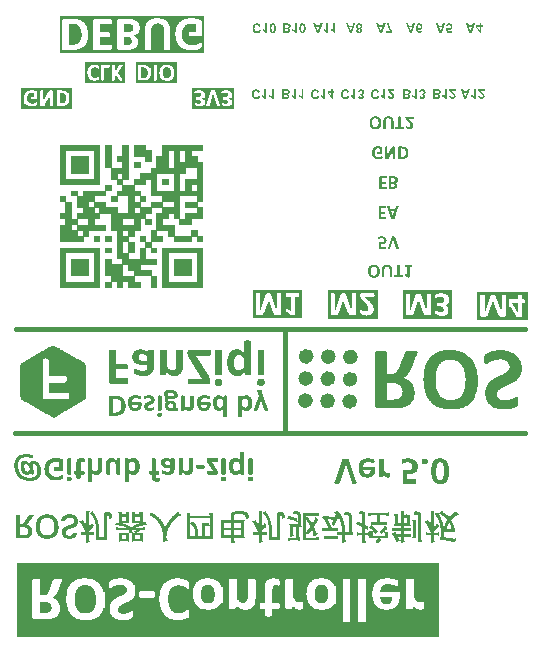
<source format=gbo>
G04*
G04 #@! TF.GenerationSoftware,Altium Limited,Altium Designer,21.0.8 (223)*
G04*
G04 Layer_Color=32896*
%FSLAX25Y25*%
%MOIN*%
G70*
G04*
G04 #@! TF.SameCoordinates,10D31124-10DE-4426-A125-9D81246FB524*
G04*
G04*
G04 #@! TF.FilePolarity,Positive*
G04*
G01*
G75*
%ADD14C,0.01500*%
%ADD98C,0.03000*%
%ADD116C,0.00200*%
G36*
X63563Y225688D02*
X15438D01*
Y238000D01*
X63563D01*
Y225688D01*
D02*
G37*
G36*
X132755Y154920D02*
X132770Y154915D01*
X132780Y154910D01*
X132785D01*
X132800Y154895D01*
X132815Y154880D01*
X132820Y154865D01*
X132825Y154860D01*
X132840Y154825D01*
X132850Y154795D01*
X132855Y154770D01*
Y154760D01*
X132860Y154710D01*
X132865Y154660D01*
Y154635D01*
Y154620D01*
Y154610D01*
Y154605D01*
Y154545D01*
X132860Y154495D01*
X132855Y154465D01*
Y154460D01*
Y154455D01*
X132845Y154410D01*
X132835Y154380D01*
X132830Y154360D01*
X132825Y154355D01*
X132815Y154330D01*
X132800Y154310D01*
X132790Y154300D01*
X132785Y154295D01*
X132770Y154285D01*
X132755Y154275D01*
X132060D01*
Y150855D01*
Y150835D01*
X132055Y150825D01*
X132050Y150815D01*
X132045Y150810D01*
X132030Y150795D01*
X132010Y150785D01*
X131995Y150780D01*
X131990D01*
X131960Y150770D01*
X131920Y150765D01*
X131890Y150760D01*
X131880D01*
X131815Y150755D01*
X131565D01*
X131545Y150760D01*
X131450D01*
X131425Y150765D01*
X131420D01*
X131395Y150770D01*
X131375Y150775D01*
X131360Y150780D01*
X131355D01*
X131330Y150790D01*
X131320Y150795D01*
X131315Y150800D01*
X130430Y151375D01*
X130405Y151395D01*
X130385Y151410D01*
X130370Y151420D01*
X130365Y151425D01*
X130350Y151440D01*
X130340Y151460D01*
X130335Y151475D01*
X130330Y151480D01*
X130325Y151510D01*
X130320Y151535D01*
X130315Y151555D01*
Y151565D01*
Y151605D01*
Y151650D01*
Y151680D01*
Y151690D01*
Y151695D01*
Y151735D01*
Y151775D01*
Y151810D01*
X130320Y151835D01*
Y151855D01*
Y151870D01*
Y151880D01*
Y151885D01*
X130330Y151925D01*
X130340Y151955D01*
X130350Y151975D01*
X130355Y151980D01*
X130380Y151995D01*
X130405Y152000D01*
X130430D01*
X130470Y151990D01*
X130510Y151970D01*
X130540Y151955D01*
X130545Y151950D01*
X130550D01*
X131220Y151580D01*
Y154275D01*
X130445D01*
X130425Y154280D01*
X130410Y154285D01*
X130400Y154290D01*
X130395Y154295D01*
X130380Y154315D01*
X130370Y154330D01*
X130360Y154350D01*
X130355Y154355D01*
X130345Y154385D01*
X130335Y154420D01*
X130330Y154445D01*
Y154450D01*
Y154455D01*
X130325Y154505D01*
Y154550D01*
Y154575D01*
Y154590D01*
Y154600D01*
Y154605D01*
Y154665D01*
X130330Y154715D01*
Y154735D01*
Y154750D01*
Y154755D01*
Y154760D01*
X130340Y154800D01*
X130345Y154830D01*
X130355Y154855D01*
Y154860D01*
X130370Y154880D01*
X130385Y154900D01*
X130390Y154905D01*
X130395Y154910D01*
X130415Y154920D01*
X130430Y154925D01*
X132735D01*
X132755Y154920D01*
D02*
G37*
G36*
X128330Y154940D02*
X128385D01*
X128400Y154935D01*
X128415D01*
X128470Y154925D01*
X128510Y154920D01*
X128535Y154910D01*
X128545D01*
X128575Y154895D01*
X128600Y154885D01*
X128610Y154875D01*
X128615Y154870D01*
X128630Y154850D01*
X128635Y154835D01*
X128640Y154820D01*
Y154815D01*
Y151475D01*
X129675D01*
X129695Y151470D01*
X129710Y151465D01*
X129720Y151460D01*
X129725D01*
X129740Y151440D01*
X129755Y151420D01*
X129760Y151405D01*
X129765Y151400D01*
X129775Y151365D01*
X129785Y151330D01*
X129790Y151305D01*
Y151300D01*
Y151295D01*
X129795Y151240D01*
X129800Y151190D01*
Y151165D01*
Y151150D01*
Y151140D01*
Y151135D01*
Y151070D01*
X129795Y151020D01*
Y151000D01*
X129790Y150985D01*
Y150980D01*
Y150975D01*
X129780Y150930D01*
X129775Y150895D01*
X129770Y150870D01*
X129765Y150865D01*
X129755Y150840D01*
X129740Y150820D01*
X129730Y150810D01*
X129725Y150805D01*
X129705Y150795D01*
X129690Y150785D01*
X126755D01*
X126735Y150790D01*
X126715Y150795D01*
X126705Y150800D01*
X126700Y150805D01*
X126685Y150825D01*
X126675Y150840D01*
X126670Y150860D01*
X126665Y150865D01*
X126655Y150900D01*
X126645Y150935D01*
X126640Y150965D01*
Y150970D01*
Y150975D01*
X126635Y151025D01*
Y151080D01*
Y151100D01*
Y151120D01*
Y151130D01*
Y151135D01*
Y151200D01*
X126640Y151250D01*
Y151270D01*
Y151280D01*
Y151290D01*
Y151295D01*
X126650Y151340D01*
X126655Y151370D01*
X126665Y151395D01*
Y151400D01*
X126675Y151425D01*
X126690Y151445D01*
X126695Y151455D01*
X126700Y151460D01*
X126720Y151470D01*
X126735Y151475D01*
X127795D01*
Y154815D01*
X127800Y154835D01*
X127805Y154855D01*
X127810Y154865D01*
X127815Y154870D01*
X127835Y154885D01*
X127855Y154900D01*
X127875Y154905D01*
X127880Y154910D01*
X127920Y154920D01*
X127965Y154930D01*
X127995Y154935D01*
X128010D01*
X128080Y154940D01*
X128145Y154945D01*
X128295D01*
X128330Y154940D01*
D02*
G37*
G36*
X124580Y154995D02*
X124720Y154985D01*
X124845Y154965D01*
X124955Y154945D01*
X125000Y154940D01*
X125040Y154930D01*
X125080Y154920D01*
X125110Y154910D01*
X125135Y154905D01*
X125150Y154900D01*
X125160Y154895D01*
X125165D01*
X125280Y154850D01*
X125385Y154800D01*
X125480Y154745D01*
X125555Y154695D01*
X125620Y154650D01*
X125665Y154615D01*
X125695Y154590D01*
X125705Y154580D01*
X125785Y154500D01*
X125850Y154410D01*
X125905Y154325D01*
X125955Y154245D01*
X125990Y154175D01*
X126015Y154120D01*
X126025Y154100D01*
X126030Y154085D01*
X126035Y154075D01*
Y154070D01*
X126075Y153955D01*
X126100Y153835D01*
X126120Y153720D01*
X126135Y153615D01*
X126145Y153520D01*
Y153480D01*
X126150Y153450D01*
Y153420D01*
Y153400D01*
Y153390D01*
Y153385D01*
Y150900D01*
X126145Y150880D01*
X126140Y150860D01*
X126135Y150850D01*
X126130Y150845D01*
X126110Y150830D01*
X126090Y150815D01*
X126070Y150810D01*
X126060Y150805D01*
X126020Y150790D01*
X125980Y150780D01*
X125950Y150775D01*
X125935D01*
X125870Y150770D01*
X125805Y150765D01*
X125655D01*
X125620Y150770D01*
X125565D01*
X125545Y150775D01*
X125530D01*
X125475Y150785D01*
X125435Y150795D01*
X125410Y150800D01*
X125400Y150805D01*
X125370Y150815D01*
X125350Y150830D01*
X125340Y150840D01*
X125335Y150845D01*
X125325Y150865D01*
X125320Y150880D01*
Y150895D01*
Y150900D01*
Y153395D01*
Y153475D01*
X125310Y153550D01*
X125300Y153615D01*
X125290Y153670D01*
X125280Y153720D01*
X125270Y153755D01*
X125265Y153775D01*
X125260Y153785D01*
X125235Y153845D01*
X125210Y153900D01*
X125180Y153950D01*
X125155Y153995D01*
X125130Y154030D01*
X125110Y154055D01*
X125095Y154070D01*
X125090Y154075D01*
X125045Y154115D01*
X125000Y154150D01*
X124955Y154180D01*
X124915Y154205D01*
X124875Y154225D01*
X124845Y154240D01*
X124825Y154245D01*
X124820Y154250D01*
X124760Y154270D01*
X124700Y154285D01*
X124640Y154295D01*
X124585Y154300D01*
X124535Y154305D01*
X124500Y154310D01*
X124465D01*
X124395Y154305D01*
X124325Y154300D01*
X124265Y154290D01*
X124215Y154280D01*
X124170Y154270D01*
X124140Y154265D01*
X124115Y154255D01*
X124110D01*
X124055Y154230D01*
X124005Y154200D01*
X123955Y154170D01*
X123915Y154140D01*
X123885Y154115D01*
X123860Y154095D01*
X123845Y154080D01*
X123840Y154075D01*
X123800Y154025D01*
X123765Y153975D01*
X123735Y153925D01*
X123710Y153880D01*
X123690Y153840D01*
X123675Y153805D01*
X123670Y153785D01*
X123665Y153775D01*
X123645Y153705D01*
X123630Y153630D01*
X123620Y153560D01*
X123615Y153495D01*
X123610Y153435D01*
X123605Y153390D01*
Y153360D01*
Y153355D01*
Y153350D01*
Y150900D01*
X123600Y150880D01*
X123595Y150860D01*
X123585Y150850D01*
X123580Y150845D01*
X123560Y150830D01*
X123540Y150815D01*
X123520Y150810D01*
X123510Y150805D01*
X123470Y150790D01*
X123430Y150780D01*
X123400Y150775D01*
X123385D01*
X123320Y150770D01*
X123255Y150765D01*
X123100D01*
X123065Y150770D01*
X123010D01*
X122995Y150775D01*
X122980D01*
X122925Y150785D01*
X122885Y150795D01*
X122860Y150800D01*
X122850Y150805D01*
X122820Y150815D01*
X122795Y150830D01*
X122785Y150840D01*
X122780Y150845D01*
X122770Y150865D01*
X122765Y150880D01*
Y150895D01*
Y150900D01*
Y153420D01*
X122770Y153565D01*
X122780Y153695D01*
X122800Y153815D01*
X122820Y153915D01*
X122830Y153960D01*
X122840Y154000D01*
X122850Y154035D01*
X122860Y154060D01*
X122865Y154085D01*
X122870Y154100D01*
X122875Y154110D01*
Y154115D01*
X122920Y154220D01*
X122975Y154315D01*
X123030Y154400D01*
X123085Y154475D01*
X123130Y154530D01*
X123170Y154575D01*
X123195Y154600D01*
X123205Y154610D01*
X123290Y154680D01*
X123380Y154740D01*
X123465Y154790D01*
X123550Y154830D01*
X123620Y154865D01*
X123680Y154885D01*
X123700Y154895D01*
X123715Y154900D01*
X123725Y154905D01*
X123730D01*
X123850Y154935D01*
X123970Y154960D01*
X124090Y154975D01*
X124195Y154990D01*
X124245D01*
X124290Y154995D01*
X124330D01*
X124365Y155000D01*
X124430D01*
X124580Y154995D01*
D02*
G37*
G36*
X120235D02*
X120395Y154975D01*
X120470Y154965D01*
X120545Y154955D01*
X120610Y154940D01*
X120670Y154925D01*
X120725Y154915D01*
X120770Y154900D01*
X120815Y154890D01*
X120850Y154875D01*
X120880Y154870D01*
X120900Y154860D01*
X120910Y154855D01*
X120915D01*
X121050Y154795D01*
X121170Y154725D01*
X121280Y154655D01*
X121370Y154585D01*
X121440Y154520D01*
X121470Y154495D01*
X121495Y154470D01*
X121515Y154450D01*
X121530Y154435D01*
X121535Y154430D01*
X121540Y154425D01*
X121630Y154315D01*
X121710Y154195D01*
X121775Y154080D01*
X121830Y153975D01*
X121870Y153880D01*
X121885Y153835D01*
X121900Y153805D01*
X121910Y153775D01*
X121920Y153755D01*
X121925Y153740D01*
Y153735D01*
X121970Y153575D01*
X122000Y153415D01*
X122025Y153260D01*
X122040Y153120D01*
X122045Y153055D01*
X122050Y152995D01*
Y152940D01*
X122055Y152895D01*
Y152860D01*
Y152835D01*
Y152815D01*
Y152810D01*
X122050Y152615D01*
X122035Y152435D01*
X122025Y152355D01*
X122015Y152275D01*
X122005Y152205D01*
X121995Y152140D01*
X121980Y152080D01*
X121970Y152030D01*
X121960Y151985D01*
X121950Y151945D01*
X121940Y151915D01*
X121935Y151895D01*
X121930Y151880D01*
Y151875D01*
X121880Y151735D01*
X121820Y151605D01*
X121760Y151495D01*
X121700Y151400D01*
X121650Y151325D01*
X121625Y151290D01*
X121605Y151265D01*
X121590Y151245D01*
X121575Y151230D01*
X121570Y151225D01*
X121565Y151220D01*
X121470Y151130D01*
X121370Y151050D01*
X121270Y150985D01*
X121175Y150930D01*
X121090Y150890D01*
X121055Y150870D01*
X121025Y150860D01*
X121000Y150850D01*
X120980Y150840D01*
X120970Y150835D01*
X120965D01*
X120825Y150795D01*
X120685Y150765D01*
X120545Y150740D01*
X120415Y150725D01*
X120355Y150720D01*
X120305Y150715D01*
X120255D01*
X120215Y150710D01*
X120135D01*
X119955Y150715D01*
X119790Y150735D01*
X119715Y150745D01*
X119640Y150760D01*
X119575Y150775D01*
X119515Y150785D01*
X119460Y150800D01*
X119410Y150815D01*
X119365Y150830D01*
X119330Y150840D01*
X119305Y150850D01*
X119280Y150860D01*
X119270Y150865D01*
X119265D01*
X119130Y150925D01*
X119010Y150995D01*
X118905Y151065D01*
X118815Y151135D01*
X118740Y151200D01*
X118710Y151225D01*
X118685Y151250D01*
X118665Y151270D01*
X118650Y151285D01*
X118645Y151290D01*
X118640Y151295D01*
X118550Y151405D01*
X118475Y151520D01*
X118410Y151635D01*
X118355Y151740D01*
X118315Y151835D01*
X118300Y151875D01*
X118285Y151910D01*
X118275Y151940D01*
X118265Y151960D01*
X118260Y151975D01*
Y151980D01*
X118220Y152135D01*
X118190Y152290D01*
X118165Y152440D01*
X118150Y152580D01*
X118145Y152645D01*
X118140Y152705D01*
Y152755D01*
X118135Y152800D01*
Y152835D01*
Y152860D01*
Y152880D01*
Y152885D01*
X118140Y153080D01*
X118155Y153260D01*
X118165Y153345D01*
X118175Y153425D01*
X118185Y153495D01*
X118195Y153560D01*
X118205Y153620D01*
X118215Y153675D01*
X118225Y153720D01*
X118235Y153760D01*
X118245Y153790D01*
X118250Y153810D01*
X118255Y153825D01*
Y153830D01*
X118305Y153975D01*
X118360Y154100D01*
X118420Y154215D01*
X118480Y154310D01*
X118505Y154350D01*
X118535Y154385D01*
X118555Y154415D01*
X118575Y154445D01*
X118590Y154465D01*
X118605Y154480D01*
X118610Y154485D01*
X118615Y154490D01*
X118710Y154580D01*
X118810Y154660D01*
X118910Y154725D01*
X119005Y154780D01*
X119090Y154820D01*
X119125Y154840D01*
X119155Y154850D01*
X119180Y154860D01*
X119200Y154870D01*
X119210Y154875D01*
X119215D01*
X119355Y154915D01*
X119500Y154945D01*
X119640Y154970D01*
X119770Y154985D01*
X119830Y154990D01*
X119885Y154995D01*
X119935D01*
X119975Y155000D01*
X120055D01*
X120235Y154995D01*
D02*
G37*
G36*
X80924Y213497D02*
X81014Y213487D01*
X81098Y213475D01*
X81179Y213459D01*
X81254Y213441D01*
X81326Y213419D01*
X81388Y213397D01*
X81448Y213372D01*
X81501Y213350D01*
X81545Y213328D01*
X81585Y213306D01*
X81619Y213288D01*
X81644Y213269D01*
X81663Y213257D01*
X81676Y213250D01*
X81679Y213247D01*
X81738Y213197D01*
X81794Y213141D01*
X81847Y213079D01*
X81894Y213016D01*
X81938Y212954D01*
X81978Y212888D01*
X82012Y212823D01*
X82044Y212760D01*
X82072Y212701D01*
X82097Y212645D01*
X82116Y212595D01*
X82131Y212551D01*
X82144Y212517D01*
X82153Y212489D01*
X82156Y212473D01*
X82159Y212467D01*
X81532Y212267D01*
X81516Y212330D01*
X81498Y212392D01*
X81476Y212445D01*
X81457Y212498D01*
X81435Y212545D01*
X81410Y212586D01*
X81388Y212623D01*
X81367Y212657D01*
X81348Y212689D01*
X81326Y212714D01*
X81311Y212735D01*
X81295Y212754D01*
X81283Y212767D01*
X81273Y212776D01*
X81267Y212782D01*
X81264Y212785D01*
X81229Y212813D01*
X81192Y212838D01*
X81155Y212860D01*
X81117Y212879D01*
X81042Y212907D01*
X80974Y212926D01*
X80942Y212935D01*
X80911Y212938D01*
X80886Y212941D01*
X80864Y212945D01*
X80846Y212948D01*
X80821D01*
X80758Y212945D01*
X80696Y212935D01*
X80640Y212923D01*
X80584Y212907D01*
X80534Y212888D01*
X80487Y212866D01*
X80443Y212845D01*
X80406Y212820D01*
X80371Y212795D01*
X80340Y212773D01*
X80315Y212751D01*
X80293Y212732D01*
X80275Y212717D01*
X80262Y212701D01*
X80256Y212695D01*
X80253Y212692D01*
X80215Y212639D01*
X80181Y212583D01*
X80153Y212517D01*
X80128Y212448D01*
X80106Y212377D01*
X80091Y212305D01*
X80075Y212233D01*
X80066Y212164D01*
X80056Y212096D01*
X80050Y212033D01*
X80044Y211977D01*
X80041Y211927D01*
X80038Y211887D01*
Y211856D01*
Y211843D01*
Y211834D01*
Y211831D01*
Y211827D01*
X80041Y211725D01*
X80047Y211628D01*
X80056Y211541D01*
X80072Y211456D01*
X80088Y211381D01*
X80106Y211316D01*
X80128Y211253D01*
X80147Y211200D01*
X80169Y211154D01*
X80187Y211113D01*
X80206Y211079D01*
X80222Y211051D01*
X80237Y211029D01*
X80247Y211013D01*
X80253Y211004D01*
X80256Y211001D01*
X80300Y210957D01*
X80343Y210916D01*
X80390Y210882D01*
X80440Y210854D01*
X80487Y210829D01*
X80537Y210807D01*
X80584Y210792D01*
X80627Y210776D01*
X80671Y210767D01*
X80708Y210757D01*
X80743Y210751D01*
X80774Y210748D01*
X80799D01*
X80818Y210745D01*
X80880D01*
X80927Y210751D01*
X81011Y210767D01*
X81086Y210792D01*
X81148Y210817D01*
X81176Y210832D01*
X81201Y210845D01*
X81220Y210857D01*
X81239Y210870D01*
X81251Y210879D01*
X81261Y210885D01*
X81267Y210888D01*
X81270Y210892D01*
X81332Y210951D01*
X81385Y211013D01*
X81426Y211079D01*
X81457Y211141D01*
X81482Y211197D01*
X81492Y211219D01*
X81498Y211241D01*
X81504Y211257D01*
X81507Y211269D01*
X81510Y211278D01*
Y211281D01*
X82150Y211129D01*
X82128Y211060D01*
X82103Y210995D01*
X82078Y210932D01*
X82053Y210876D01*
X82025Y210823D01*
X81997Y210773D01*
X81972Y210729D01*
X81944Y210692D01*
X81919Y210658D01*
X81897Y210626D01*
X81875Y210601D01*
X81860Y210579D01*
X81844Y210564D01*
X81832Y210551D01*
X81825Y210545D01*
X81822Y210542D01*
X81751Y210480D01*
X81676Y210427D01*
X81598Y210380D01*
X81516Y210339D01*
X81438Y210305D01*
X81357Y210277D01*
X81283Y210255D01*
X81208Y210236D01*
X81136Y210221D01*
X81073Y210211D01*
X81014Y210202D01*
X80964Y210199D01*
X80924Y210196D01*
X80892Y210193D01*
X80867D01*
X80746Y210199D01*
X80627Y210211D01*
X80518Y210233D01*
X80415Y210261D01*
X80318Y210296D01*
X80231Y210333D01*
X80150Y210374D01*
X80075Y210414D01*
X80010Y210455D01*
X79950Y210495D01*
X79900Y210533D01*
X79860Y210567D01*
X79829Y210595D01*
X79804Y210617D01*
X79791Y210629D01*
X79785Y210636D01*
X79713Y210723D01*
X79648Y210817D01*
X79595Y210913D01*
X79548Y211016D01*
X79507Y211119D01*
X79473Y211222D01*
X79448Y211325D01*
X79426Y211422D01*
X79407Y211515D01*
X79395Y211600D01*
X79386Y211678D01*
X79379Y211746D01*
X79376Y211774D01*
Y211799D01*
Y211824D01*
X79373Y211843D01*
Y211859D01*
Y211868D01*
Y211874D01*
Y211877D01*
X79379Y212015D01*
X79392Y212146D01*
X79410Y212267D01*
X79439Y212383D01*
X79467Y212489D01*
X79501Y212586D01*
X79538Y212673D01*
X79579Y212754D01*
X79616Y212826D01*
X79654Y212888D01*
X79688Y212941D01*
X79719Y212985D01*
X79744Y213022D01*
X79763Y213047D01*
X79779Y213060D01*
X79782Y213066D01*
X79860Y213141D01*
X79944Y213210D01*
X80031Y213266D01*
X80119Y213316D01*
X80206Y213359D01*
X80293Y213394D01*
X80378Y213422D01*
X80459Y213447D01*
X80537Y213462D01*
X80605Y213478D01*
X80668Y213487D01*
X80724Y213494D01*
X80768Y213497D01*
X80802Y213500D01*
X80830D01*
X80924Y213497D01*
D02*
G37*
G36*
X86627Y210236D02*
X86128D01*
X86106Y210289D01*
X86081Y210342D01*
X86025Y210439D01*
X85959Y210526D01*
X85928Y210567D01*
X85897Y210601D01*
X85866Y210636D01*
X85838Y210664D01*
X85810Y210689D01*
X85788Y210711D01*
X85769Y210726D01*
X85753Y210739D01*
X85744Y210745D01*
X85741Y210748D01*
X85688Y210789D01*
X85638Y210823D01*
X85541Y210885D01*
X85454Y210938D01*
X85413Y210960D01*
X85376Y210979D01*
X85342Y210995D01*
X85313Y211007D01*
X85285Y211019D01*
X85264Y211029D01*
X85248Y211035D01*
X85232Y211041D01*
X85226Y211044D01*
X85223D01*
Y211600D01*
X85307Y211569D01*
X85388Y211537D01*
X85466Y211500D01*
X85538Y211466D01*
X85610Y211425D01*
X85675Y211388D01*
X85735Y211350D01*
X85791Y211313D01*
X85841Y211278D01*
X85884Y211244D01*
X85925Y211216D01*
X85956Y211188D01*
X85981Y211169D01*
X86000Y211151D01*
X86012Y211141D01*
X86015Y211138D01*
Y213447D01*
X86627D01*
Y210236D01*
D02*
G37*
G36*
X84144D02*
X83644D01*
X83622Y210289D01*
X83597Y210342D01*
X83541Y210439D01*
X83476Y210526D01*
X83445Y210567D01*
X83413Y210601D01*
X83382Y210636D01*
X83354Y210664D01*
X83326Y210689D01*
X83304Y210711D01*
X83285Y210726D01*
X83270Y210739D01*
X83261Y210745D01*
X83257Y210748D01*
X83204Y210789D01*
X83154Y210823D01*
X83058Y210885D01*
X82970Y210938D01*
X82930Y210960D01*
X82892Y210979D01*
X82858Y210995D01*
X82830Y211007D01*
X82802Y211019D01*
X82780Y211029D01*
X82765Y211035D01*
X82749Y211041D01*
X82743Y211044D01*
X82740D01*
Y211600D01*
X82824Y211569D01*
X82905Y211537D01*
X82983Y211500D01*
X83055Y211466D01*
X83126Y211425D01*
X83192Y211388D01*
X83251Y211350D01*
X83307Y211313D01*
X83357Y211278D01*
X83401Y211244D01*
X83442Y211216D01*
X83473Y211188D01*
X83498Y211169D01*
X83516Y211151D01*
X83529Y211141D01*
X83532Y211138D01*
Y213447D01*
X84144D01*
Y210236D01*
D02*
G37*
G36*
X146280Y136993D02*
X129720D01*
Y146500D01*
X146280D01*
Y136993D01*
D02*
G37*
G36*
X171411Y136685D02*
X154589D01*
Y146000D01*
X171411D01*
Y136685D01*
D02*
G37*
G36*
X126625Y184495D02*
X126700Y184490D01*
X126770Y184485D01*
X126825Y184480D01*
X126865Y184475D01*
X126890Y184470D01*
X126900D01*
X126975Y184455D01*
X127045Y184445D01*
X127110Y184430D01*
X127170Y184415D01*
X127215Y184400D01*
X127255Y184390D01*
X127275Y184380D01*
X127285D01*
X127350Y184355D01*
X127410Y184325D01*
X127465Y184300D01*
X127515Y184275D01*
X127555Y184250D01*
X127585Y184230D01*
X127605Y184220D01*
X127610Y184215D01*
X127665Y184175D01*
X127715Y184135D01*
X127755Y184095D01*
X127795Y184060D01*
X127825Y184030D01*
X127845Y184000D01*
X127860Y183985D01*
X127865Y183980D01*
X127940Y183870D01*
X127965Y183815D01*
X127990Y183765D01*
X128010Y183725D01*
X128025Y183690D01*
X128030Y183670D01*
X128035Y183660D01*
X128055Y183590D01*
X128075Y183520D01*
X128085Y183455D01*
X128090Y183390D01*
X128095Y183340D01*
X128100Y183295D01*
Y183270D01*
Y183260D01*
X128095Y183185D01*
X128090Y183110D01*
X128080Y183045D01*
X128070Y182990D01*
X128055Y182945D01*
X128045Y182910D01*
X128040Y182890D01*
X128035Y182880D01*
X128010Y182820D01*
X127980Y182760D01*
X127950Y182710D01*
X127925Y182670D01*
X127900Y182635D01*
X127880Y182605D01*
X127865Y182590D01*
X127860Y182585D01*
X127815Y182540D01*
X127775Y182500D01*
X127730Y182465D01*
X127690Y182435D01*
X127655Y182410D01*
X127625Y182395D01*
X127605Y182385D01*
X127600Y182380D01*
X127485Y182330D01*
X127430Y182310D01*
X127380Y182290D01*
X127340Y182280D01*
X127305Y182270D01*
X127285Y182265D01*
X127275D01*
X127375Y182225D01*
X127415Y182200D01*
X127450Y182180D01*
X127480Y182165D01*
X127500Y182150D01*
X127515Y182140D01*
X127520Y182135D01*
X127595Y182070D01*
X127625Y182035D01*
X127650Y182005D01*
X127670Y181980D01*
X127690Y181960D01*
X127695Y181945D01*
X127700Y181940D01*
X127750Y181855D01*
X127770Y181815D01*
X127785Y181780D01*
X127800Y181745D01*
X127810Y181720D01*
X127815Y181705D01*
Y181700D01*
X127840Y181600D01*
X127845Y181550D01*
X127850Y181505D01*
X127855Y181470D01*
Y181440D01*
Y181420D01*
Y181415D01*
X127850Y181315D01*
X127840Y181230D01*
X127825Y181150D01*
X127805Y181080D01*
X127785Y181025D01*
X127770Y180985D01*
X127760Y180960D01*
X127755Y180950D01*
X127715Y180880D01*
X127670Y180815D01*
X127625Y180760D01*
X127580Y180710D01*
X127540Y180670D01*
X127510Y180645D01*
X127490Y180625D01*
X127480Y180620D01*
X127410Y180575D01*
X127335Y180535D01*
X127260Y180500D01*
X127190Y180475D01*
X127130Y180450D01*
X127080Y180435D01*
X127060Y180430D01*
X127045D01*
X127040Y180425D01*
X127035D01*
X126930Y180405D01*
X126825Y180385D01*
X126715Y180375D01*
X126615Y180370D01*
X126525Y180365D01*
X126485Y180360D01*
X125345D01*
X125305Y180365D01*
X125275Y180370D01*
X125220Y180390D01*
X125200Y180405D01*
X125185Y180415D01*
X125175Y180420D01*
X125170Y180425D01*
X125145Y180450D01*
X125130Y180480D01*
X125110Y180550D01*
X125105Y180580D01*
X125100Y180605D01*
Y180625D01*
Y180630D01*
Y184235D01*
X125105Y184285D01*
X125110Y184330D01*
X125120Y184365D01*
X125135Y184390D01*
X125150Y184415D01*
X125160Y184430D01*
X125165Y184435D01*
X125170Y184440D01*
X125200Y184460D01*
X125225Y184475D01*
X125285Y184490D01*
X125310Y184495D01*
X125330Y184500D01*
X126540D01*
X126625Y184495D01*
D02*
G37*
G36*
X124250D02*
X124265Y184490D01*
X124275Y184485D01*
X124280D01*
X124295Y184470D01*
X124310Y184450D01*
X124315Y184435D01*
X124320Y184430D01*
X124330Y184395D01*
X124340Y184365D01*
X124345Y184340D01*
Y184330D01*
X124350Y184275D01*
X124355Y184225D01*
Y184205D01*
Y184185D01*
Y184175D01*
Y184170D01*
Y184110D01*
X124350Y184060D01*
X124345Y184030D01*
Y184025D01*
Y184020D01*
X124335Y183975D01*
X124330Y183945D01*
X124325Y183925D01*
X124320Y183920D01*
X124310Y183895D01*
X124295Y183875D01*
X124285Y183865D01*
X124280Y183860D01*
X124260Y183850D01*
X124245Y183840D01*
X122740D01*
Y182675D01*
X123990D01*
X124010Y182670D01*
X124025Y182665D01*
X124035Y182660D01*
X124040D01*
X124055Y182645D01*
X124070Y182630D01*
X124075Y182615D01*
X124080Y182610D01*
X124090Y182575D01*
X124100Y182545D01*
X124105Y182520D01*
Y182510D01*
X124110Y182460D01*
X124115Y182410D01*
Y182390D01*
Y182370D01*
Y182360D01*
Y182355D01*
Y182295D01*
X124110Y182245D01*
X124105Y182215D01*
Y182210D01*
Y182205D01*
X124095Y182160D01*
X124090Y182130D01*
X124085Y182110D01*
X124080Y182105D01*
X124070Y182080D01*
X124055Y182065D01*
X124045Y182055D01*
X124040Y182050D01*
X124020Y182040D01*
X124005Y182030D01*
X122740D01*
Y181020D01*
X124215D01*
X124235Y181015D01*
X124250Y181010D01*
X124260Y181005D01*
X124265D01*
X124280Y180990D01*
X124295Y180970D01*
X124300Y180955D01*
X124305Y180950D01*
X124315Y180915D01*
X124325Y180885D01*
X124330Y180860D01*
Y180850D01*
X124335Y180800D01*
X124340Y180750D01*
Y180725D01*
Y180710D01*
Y180700D01*
Y180695D01*
Y180630D01*
X124335Y180580D01*
Y180565D01*
X124330Y180550D01*
Y180545D01*
Y180540D01*
X124320Y180495D01*
X124315Y180465D01*
X124310Y180440D01*
X124305Y180435D01*
X124295Y180410D01*
X124280Y180390D01*
X124270Y180385D01*
X124265Y180380D01*
X124250Y180370D01*
X124235Y180360D01*
X122145D01*
X122105Y180365D01*
X122075Y180370D01*
X122020Y180390D01*
X122000Y180405D01*
X121985Y180415D01*
X121975Y180420D01*
X121970Y180425D01*
X121945Y180450D01*
X121930Y180480D01*
X121910Y180550D01*
X121905Y180580D01*
X121900Y180605D01*
Y180625D01*
Y180630D01*
Y184235D01*
X121905Y184285D01*
X121910Y184330D01*
X121920Y184365D01*
X121935Y184390D01*
X121950Y184415D01*
X121960Y184430D01*
X121965Y184435D01*
X121970Y184440D01*
X122000Y184460D01*
X122025Y184475D01*
X122085Y184490D01*
X122110Y184495D01*
X122130Y184500D01*
X124230D01*
X124250Y184495D01*
D02*
G37*
G36*
X132656Y232249D02*
X131967D01*
X130725Y235447D01*
X131408D01*
X131673Y234720D01*
X132952D01*
X133230Y235447D01*
X133935D01*
X132656Y232249D01*
D02*
G37*
G36*
X135330Y235497D02*
X135408Y235487D01*
X135483Y235472D01*
X135551Y235453D01*
X135617Y235431D01*
X135679Y235406D01*
X135735Y235378D01*
X135785Y235350D01*
X135829Y235325D01*
X135870Y235297D01*
X135904Y235272D01*
X135932Y235250D01*
X135957Y235231D01*
X135973Y235216D01*
X135982Y235207D01*
X135985Y235203D01*
X136035Y235144D01*
X136082Y235085D01*
X136119Y235019D01*
X136154Y234957D01*
X136182Y234888D01*
X136204Y234823D01*
X136222Y234760D01*
X136238Y234698D01*
X136250Y234642D01*
X136260Y234589D01*
X136266Y234539D01*
X136272Y234498D01*
Y234464D01*
X136275Y234439D01*
Y234423D01*
Y234417D01*
X136272Y234333D01*
X136263Y234252D01*
X136250Y234177D01*
X136232Y234105D01*
X136213Y234037D01*
X136188Y233974D01*
X136163Y233918D01*
X136138Y233865D01*
X136113Y233821D01*
X136088Y233781D01*
X136063Y233743D01*
X136044Y233715D01*
X136026Y233693D01*
X136013Y233675D01*
X136004Y233665D01*
X136001Y233662D01*
X135948Y233609D01*
X135895Y233565D01*
X135838Y233525D01*
X135782Y233494D01*
X135726Y233466D01*
X135673Y233441D01*
X135620Y233422D01*
X135570Y233406D01*
X135520Y233394D01*
X135480Y233384D01*
X135439Y233378D01*
X135408Y233372D01*
X135380D01*
X135358Y233369D01*
X135342D01*
X135280Y233372D01*
X135221Y233381D01*
X135165Y233394D01*
X135111Y233413D01*
X135062Y233431D01*
X135015Y233453D01*
X134971Y233478D01*
X134931Y233503D01*
X134896Y233531D01*
X134865Y233553D01*
X134837Y233578D01*
X134815Y233597D01*
X134796Y233615D01*
X134784Y233628D01*
X134778Y233637D01*
X134774Y233640D01*
X134781Y233541D01*
X134793Y233450D01*
X134803Y233369D01*
X134815Y233294D01*
X134828Y233228D01*
X134843Y233169D01*
X134859Y233119D01*
X134871Y233072D01*
X134887Y233032D01*
X134899Y233001D01*
X134912Y232973D01*
X134921Y232951D01*
X134931Y232935D01*
X134937Y232926D01*
X134943Y232920D01*
Y232916D01*
X134968Y232885D01*
X134996Y232857D01*
X135024Y232835D01*
X135052Y232817D01*
X135105Y232785D01*
X135158Y232764D01*
X135202Y232751D01*
X135239Y232745D01*
X135252Y232742D01*
X135271D01*
X135324Y232745D01*
X135371Y232754D01*
X135411Y232770D01*
X135445Y232785D01*
X135470Y232801D01*
X135492Y232817D01*
X135505Y232826D01*
X135508Y232829D01*
X135539Y232867D01*
X135564Y232907D01*
X135586Y232951D01*
X135601Y232995D01*
X135611Y233035D01*
X135617Y233066D01*
X135620Y233079D01*
X135623Y233088D01*
Y233094D01*
Y233097D01*
X136216Y233035D01*
X136200Y232963D01*
X136185Y232898D01*
X136163Y232835D01*
X136141Y232779D01*
X136116Y232726D01*
X136091Y232676D01*
X136063Y232633D01*
X136038Y232592D01*
X136013Y232558D01*
X135991Y232526D01*
X135969Y232502D01*
X135948Y232480D01*
X135932Y232464D01*
X135920Y232452D01*
X135913Y232445D01*
X135910Y232442D01*
X135863Y232405D01*
X135817Y232374D01*
X135767Y232346D01*
X135717Y232324D01*
X135667Y232302D01*
X135617Y232286D01*
X135520Y232261D01*
X135477Y232252D01*
X135436Y232246D01*
X135399Y232243D01*
X135371Y232239D01*
X135342Y232236D01*
X135308D01*
X135214Y232239D01*
X135124Y232252D01*
X135037Y232274D01*
X134959Y232296D01*
X134884Y232327D01*
X134815Y232361D01*
X134750Y232395D01*
X134693Y232430D01*
X134640Y232467D01*
X134597Y232502D01*
X134556Y232536D01*
X134525Y232564D01*
X134500Y232589D01*
X134481Y232611D01*
X134469Y232623D01*
X134466Y232626D01*
X134409Y232704D01*
X134360Y232792D01*
X134316Y232885D01*
X134279Y232988D01*
X134247Y233091D01*
X134219Y233197D01*
X134201Y233303D01*
X134182Y233403D01*
X134169Y233503D01*
X134160Y233594D01*
X134151Y233678D01*
X134147Y233715D01*
Y233750D01*
X134144Y233781D01*
Y233809D01*
X134141Y233834D01*
Y233856D01*
Y233871D01*
Y233884D01*
Y233890D01*
Y233893D01*
X134144Y234049D01*
X134154Y234193D01*
X134169Y234324D01*
X134191Y234445D01*
X134213Y234558D01*
X134238Y234657D01*
X134266Y234748D01*
X134297Y234829D01*
X134325Y234901D01*
X134353Y234960D01*
X134378Y235013D01*
X134403Y235054D01*
X134422Y235085D01*
X134438Y235107D01*
X134447Y235122D01*
X134450Y235125D01*
X134509Y235191D01*
X134575Y235250D01*
X134640Y235300D01*
X134706Y235341D01*
X134771Y235378D01*
X134840Y235409D01*
X134903Y235434D01*
X134965Y235453D01*
X135024Y235469D01*
X135077Y235481D01*
X135124Y235487D01*
X135165Y235494D01*
X135199Y235497D01*
X135224Y235500D01*
X135246D01*
X135330Y235497D01*
D02*
G37*
G36*
X54303Y222500D02*
Y215538D01*
X40697D01*
Y222500D01*
X54303D01*
D02*
G37*
G36*
X142644Y232249D02*
X141954D01*
X140712Y235447D01*
X141396D01*
X141661Y234720D01*
X142940D01*
X143218Y235447D01*
X143923D01*
X142644Y232249D01*
D02*
G37*
G36*
X145292Y235494D02*
X145389Y235481D01*
X145476Y235462D01*
X145561Y235434D01*
X145639Y235403D01*
X145707Y235366D01*
X145773Y235328D01*
X145832Y235288D01*
X145885Y235250D01*
X145929Y235213D01*
X145966Y235175D01*
X146001Y235144D01*
X146026Y235116D01*
X146041Y235097D01*
X146054Y235082D01*
X146057Y235079D01*
X146097Y235019D01*
X146132Y234960D01*
X146163Y234898D01*
X146191Y234835D01*
X146213Y234776D01*
X146232Y234720D01*
X146247Y234664D01*
X146260Y234608D01*
X146269Y234561D01*
X146275Y234514D01*
X146282Y234473D01*
X146285Y234439D01*
X146288Y234411D01*
Y234392D01*
Y234377D01*
Y234373D01*
X146285Y234286D01*
X146275Y234205D01*
X146263Y234127D01*
X146244Y234052D01*
X146222Y233983D01*
X146197Y233921D01*
X146172Y233862D01*
X146147Y233809D01*
X146119Y233762D01*
X146094Y233721D01*
X146069Y233687D01*
X146047Y233656D01*
X146029Y233634D01*
X146016Y233615D01*
X146007Y233606D01*
X146004Y233603D01*
X145951Y233550D01*
X145891Y233503D01*
X145835Y233463D01*
X145776Y233428D01*
X145717Y233400D01*
X145661Y233375D01*
X145605Y233356D01*
X145551Y233341D01*
X145505Y233328D01*
X145458Y233319D01*
X145417Y233313D01*
X145383Y233307D01*
X145355D01*
X145333Y233303D01*
X145314D01*
X145233Y233307D01*
X145158Y233319D01*
X145087Y233338D01*
X145024Y233356D01*
X144971Y233375D01*
X144949Y233384D01*
X144931Y233394D01*
X144915Y233400D01*
X144906Y233406D01*
X144899Y233409D01*
X144896D01*
X144990Y232863D01*
X146147D01*
Y232289D01*
X144528D01*
X144213Y233955D01*
X144709Y234027D01*
X144750Y233987D01*
X144790Y233949D01*
X144831Y233918D01*
X144871Y233893D01*
X144912Y233868D01*
X144949Y233849D01*
X144987Y233834D01*
X145024Y233821D01*
X145055Y233812D01*
X145087Y233806D01*
X145115Y233799D01*
X145136Y233796D01*
X145155Y233793D01*
X145180D01*
X145218Y233796D01*
X145255Y233799D01*
X145324Y233815D01*
X145383Y233840D01*
X145433Y233868D01*
X145470Y233896D01*
X145498Y233918D01*
X145517Y233937D01*
X145523Y233940D01*
Y233943D01*
X145548Y233971D01*
X145567Y234005D01*
X145601Y234074D01*
X145626Y234149D01*
X145642Y234221D01*
X145651Y234283D01*
X145654Y234314D01*
Y234336D01*
X145658Y234358D01*
Y234373D01*
Y234383D01*
Y234386D01*
Y234442D01*
X145651Y234495D01*
X145645Y234545D01*
X145636Y234592D01*
X145626Y234632D01*
X145614Y234670D01*
X145605Y234707D01*
X145592Y234735D01*
X145580Y234764D01*
X145567Y234788D01*
X145554Y234807D01*
X145545Y234826D01*
X145536Y234838D01*
X145530Y234848D01*
X145527Y234851D01*
X145523Y234854D01*
X145498Y234882D01*
X145470Y234904D01*
X145442Y234926D01*
X145417Y234945D01*
X145361Y234973D01*
X145311Y234991D01*
X145267Y235001D01*
X145230Y235007D01*
X145218Y235010D01*
X145199D01*
X145136Y235004D01*
X145080Y234991D01*
X145030Y234973D01*
X144987Y234951D01*
X144952Y234929D01*
X144924Y234910D01*
X144909Y234898D01*
X144903Y234891D01*
X144859Y234841D01*
X144825Y234788D01*
X144799Y234732D01*
X144778Y234679D01*
X144765Y234632D01*
X144759Y234614D01*
X144756Y234595D01*
X144753Y234579D01*
X144750Y234570D01*
Y234564D01*
Y234561D01*
X144138Y234626D01*
X144150Y234698D01*
X144166Y234767D01*
X144188Y234832D01*
X144213Y234895D01*
X144238Y234951D01*
X144266Y235004D01*
X144294Y235051D01*
X144322Y235094D01*
X144350Y235132D01*
X144378Y235166D01*
X144403Y235194D01*
X144425Y235219D01*
X144444Y235238D01*
X144456Y235250D01*
X144466Y235260D01*
X144469Y235263D01*
X144522Y235303D01*
X144581Y235341D01*
X144640Y235372D01*
X144700Y235400D01*
X144762Y235422D01*
X144821Y235441D01*
X144881Y235456D01*
X144937Y235469D01*
X144990Y235481D01*
X145037Y235487D01*
X145080Y235494D01*
X145118Y235497D01*
X145149D01*
X145174Y235500D01*
X145193D01*
X145292Y235494D01*
D02*
G37*
G36*
X4527Y91887D02*
X4668Y91879D01*
X4799Y91870D01*
X4904Y91861D01*
X4983Y91852D01*
X5035Y91844D01*
X5052D01*
X5201Y91826D01*
X5333Y91809D01*
X5446Y91791D01*
X5551Y91774D01*
X5630Y91756D01*
X5691Y91747D01*
X5735Y91739D01*
X5744D01*
X5849Y91721D01*
X5945Y91695D01*
X6024Y91677D01*
X6094Y91660D01*
X6146Y91642D01*
X6181Y91634D01*
X6208Y91625D01*
X6216D01*
X6278Y91599D01*
X6321Y91581D01*
X6356Y91564D01*
X6391Y91555D01*
X6418Y91537D01*
X6426Y91529D01*
X6470Y91476D01*
X6479Y91459D01*
Y91450D01*
X6496Y91424D01*
X6505Y91389D01*
X6514Y91363D01*
Y91354D01*
X6522Y91301D01*
X6531Y91258D01*
X6540Y91223D01*
Y91205D01*
X6549Y91144D01*
Y91074D01*
Y91021D01*
Y91013D01*
Y91004D01*
Y90908D01*
Y90829D01*
X6540Y90785D01*
Y90768D01*
X6531Y90706D01*
X6522Y90654D01*
X6514Y90619D01*
Y90610D01*
X6496Y90575D01*
X6479Y90557D01*
X6470Y90540D01*
X6461D01*
X6418Y90522D01*
X6374D01*
X6339Y90531D01*
X6260Y90540D01*
X6225Y90549D01*
X6190Y90557D01*
X6173Y90566D01*
X6164D01*
X6094Y90584D01*
X6024Y90601D01*
X5884Y90636D01*
X5831Y90654D01*
X5779Y90662D01*
X5744Y90671D01*
X5735D01*
X5630Y90697D01*
X5525Y90715D01*
X5420Y90733D01*
X5324Y90750D01*
X5245Y90768D01*
X5175Y90776D01*
X5131Y90785D01*
X5114D01*
X4843Y90811D01*
X4711Y90829D01*
X4589D01*
X4484Y90838D01*
X4326D01*
X4029Y90829D01*
X3757Y90811D01*
X3635Y90794D01*
X3521Y90776D01*
X3416Y90759D01*
X3320Y90741D01*
X3241Y90733D01*
X3162Y90715D01*
X3101Y90697D01*
X3040Y90680D01*
X2996Y90671D01*
X2970Y90662D01*
X2953Y90654D01*
X2944D01*
X2751Y90584D01*
X2576Y90496D01*
X2419Y90417D01*
X2296Y90330D01*
X2191Y90260D01*
X2121Y90199D01*
X2077Y90164D01*
X2060Y90146D01*
X1946Y90015D01*
X1850Y89875D01*
X1771Y89744D01*
X1701Y89613D01*
X1657Y89499D01*
X1623Y89411D01*
X1614Y89376D01*
X1605Y89350D01*
X1596Y89341D01*
Y89332D01*
X1553Y89149D01*
X1517Y88956D01*
X1500Y88781D01*
X1483Y88606D01*
X1474Y88466D01*
X1465Y88405D01*
Y88353D01*
Y88309D01*
Y88274D01*
Y88256D01*
Y88248D01*
X1474Y87994D01*
Y87880D01*
X1483Y87766D01*
X1491Y87679D01*
Y87609D01*
X1500Y87565D01*
Y87547D01*
X1517Y87416D01*
X1535Y87285D01*
X1553Y87163D01*
X1579Y87058D01*
X1596Y86970D01*
X1605Y86900D01*
X1623Y86856D01*
Y86839D01*
X1657Y86708D01*
X1692Y86576D01*
X1736Y86454D01*
X1771Y86349D01*
X1798Y86261D01*
X1824Y86191D01*
X1841Y86147D01*
X1850Y86130D01*
X1902Y85999D01*
X1964Y85876D01*
X2025Y85771D01*
X2077Y85666D01*
X2130Y85588D01*
X2165Y85526D01*
X2191Y85491D01*
X2200Y85474D01*
X2279Y85360D01*
X2366Y85246D01*
X2445Y85150D01*
X2524Y85062D01*
X2594Y84992D01*
X2646Y84940D01*
X2681Y84905D01*
X2690Y84896D01*
X2795Y84800D01*
X2909Y84712D01*
X3014Y84634D01*
X3119Y84572D01*
X3198Y84520D01*
X3268Y84476D01*
X3311Y84450D01*
X3329Y84441D01*
X3469Y84371D01*
X3609Y84310D01*
X3740Y84258D01*
X3862Y84214D01*
X3976Y84179D01*
X4055Y84153D01*
X4090Y84144D01*
X4116D01*
X4125Y84135D01*
X4134D01*
X4309Y84100D01*
X4484Y84065D01*
X4650Y84048D01*
X4808Y84039D01*
X4939Y84030D01*
X5000Y84021D01*
X5140D01*
X5429Y84030D01*
X5691Y84048D01*
X5814Y84065D01*
X5919Y84083D01*
X6024Y84100D01*
X6111Y84109D01*
X6199Y84126D01*
X6269Y84144D01*
X6330Y84161D01*
X6382Y84179D01*
X6426Y84188D01*
X6453Y84196D01*
X6470Y84205D01*
X6479D01*
X6671Y84275D01*
X6837Y84354D01*
X6978Y84433D01*
X7100Y84511D01*
X7196Y84581D01*
X7266Y84634D01*
X7301Y84669D01*
X7319Y84686D01*
X7433Y84800D01*
X7520Y84922D01*
X7599Y85036D01*
X7660Y85150D01*
X7704Y85246D01*
X7730Y85316D01*
X7747Y85369D01*
X7756Y85378D01*
Y85386D01*
X7800Y85535D01*
X7835Y85693D01*
X7852Y85833D01*
X7870Y85964D01*
X7879Y86069D01*
X7887Y86156D01*
Y86191D01*
Y86217D01*
Y86226D01*
Y86235D01*
Y86419D01*
X7879Y86506D01*
Y86585D01*
X7870Y86655D01*
Y86708D01*
X7861Y86743D01*
Y86751D01*
X7835Y86944D01*
X7826Y87031D01*
X7809Y87110D01*
X7800Y87180D01*
X7791Y87233D01*
X7783Y87268D01*
Y87276D01*
X7739Y87460D01*
X7712Y87547D01*
X7695Y87617D01*
X7677Y87687D01*
X7660Y87731D01*
X7643Y87766D01*
Y87775D01*
X7572Y87941D01*
X7537Y88011D01*
X7502Y88073D01*
X7476Y88125D01*
X7450Y88160D01*
X7441Y88186D01*
X7433Y88195D01*
X7345Y88309D01*
X7249Y88396D01*
X7214Y88431D01*
X7179Y88458D01*
X7161Y88466D01*
X7153Y88475D01*
X7091Y88510D01*
X7030Y88536D01*
X6916Y88563D01*
X6872Y88571D01*
X6837Y88580D01*
X6803D01*
X6697Y88571D01*
X6610Y88554D01*
X6540Y88519D01*
X6479Y88484D01*
X6444Y88449D01*
X6409Y88414D01*
X6400Y88396D01*
X6391Y88388D01*
X6356Y88309D01*
X6347Y88213D01*
X6339Y88108D01*
Y88011D01*
X6347Y87924D01*
X6356Y87854D01*
X6365Y87801D01*
Y87792D01*
Y87784D01*
X6855Y85281D01*
X6846Y85229D01*
X6837Y85211D01*
Y85202D01*
X6820Y85176D01*
X6794Y85159D01*
X6776Y85141D01*
X6768D01*
X6724Y85124D01*
X6671Y85106D01*
X6628Y85097D01*
X6610D01*
X6531Y85089D01*
X6453Y85080D01*
X6269D01*
X6181Y85089D01*
X6111Y85097D01*
X6059Y85106D01*
X6015Y85115D01*
X5989Y85124D01*
X5971Y85132D01*
X5962D01*
X5928Y85150D01*
X5892Y85176D01*
X5858Y85229D01*
X5840Y85264D01*
X5831Y85273D01*
Y85281D01*
X5735Y85719D01*
X5621Y85579D01*
X5569Y85526D01*
X5525Y85474D01*
X5481Y85439D01*
X5455Y85413D01*
X5438Y85395D01*
X5429Y85386D01*
X5324Y85299D01*
X5227Y85229D01*
X5192Y85202D01*
X5158Y85185D01*
X5140Y85167D01*
X5131D01*
X5017Y85115D01*
X4921Y85071D01*
X4877Y85062D01*
X4843Y85054D01*
X4825Y85045D01*
X4816D01*
X4694Y85019D01*
X4580Y85010D01*
X4536Y85001D01*
X4466D01*
X4318Y85010D01*
X4177Y85027D01*
X4046Y85054D01*
X3941Y85080D01*
X3845Y85106D01*
X3784Y85132D01*
X3740Y85150D01*
X3723Y85159D01*
X3609Y85220D01*
X3504Y85281D01*
X3407Y85351D01*
X3329Y85413D01*
X3259Y85474D01*
X3206Y85518D01*
X3171Y85553D01*
X3162Y85561D01*
X3075Y85658D01*
X2996Y85754D01*
X2935Y85850D01*
X2874Y85929D01*
X2821Y86007D01*
X2786Y86069D01*
X2769Y86104D01*
X2760Y86121D01*
X2655Y86357D01*
X2611Y86471D01*
X2568Y86567D01*
X2541Y86655D01*
X2515Y86716D01*
X2506Y86760D01*
X2497Y86778D01*
X2436Y87023D01*
X2410Y87136D01*
X2393Y87233D01*
X2375Y87320D01*
X2366Y87381D01*
X2358Y87425D01*
Y87442D01*
X2349Y87556D01*
X2340Y87670D01*
X2331Y87766D01*
Y87854D01*
X2323Y87932D01*
Y87985D01*
Y88020D01*
Y88029D01*
Y88178D01*
X2331Y88239D01*
Y88300D01*
Y88353D01*
X2340Y88388D01*
Y88414D01*
Y88423D01*
X2366Y88563D01*
X2384Y88624D01*
X2393Y88685D01*
X2410Y88729D01*
X2419Y88764D01*
X2427Y88790D01*
Y88799D01*
X2480Y88921D01*
X2533Y89026D01*
X2550Y89070D01*
X2568Y89096D01*
X2585Y89114D01*
Y89122D01*
X2672Y89227D01*
X2751Y89306D01*
X2786Y89341D01*
X2812Y89368D01*
X2830Y89376D01*
X2839Y89385D01*
X2953Y89464D01*
X3066Y89516D01*
X3119Y89534D01*
X3154Y89551D01*
X3180Y89560D01*
X3189D01*
X3346Y89595D01*
X3425Y89604D01*
X3495Y89613D01*
X3556Y89621D01*
X3652D01*
X3810Y89613D01*
X3871Y89604D01*
X3941Y89595D01*
X3985D01*
X4029Y89586D01*
X4055Y89578D01*
X4064D01*
X4213Y89534D01*
X4282Y89516D01*
X4344Y89490D01*
X4396Y89473D01*
X4431Y89455D01*
X4457Y89438D01*
X4466D01*
X4615Y89350D01*
X4685Y89315D01*
X4746Y89271D01*
X4799Y89236D01*
X4843Y89210D01*
X4869Y89192D01*
X4877Y89184D01*
X5035Y89061D01*
X5105Y88991D01*
X5175Y88939D01*
X5227Y88886D01*
X5271Y88842D01*
X5297Y88816D01*
X5306Y88807D01*
X5359Y88947D01*
X5385Y89009D01*
X5411Y89061D01*
X5438Y89105D01*
X5455Y89140D01*
X5472Y89157D01*
Y89166D01*
X5569Y89271D01*
X5656Y89350D01*
X5691Y89376D01*
X5726Y89403D01*
X5744Y89411D01*
X5753Y89420D01*
X5884Y89481D01*
X6006Y89534D01*
X6059Y89543D01*
X6103Y89560D01*
X6129Y89569D01*
X6137D01*
X6312Y89595D01*
X6400Y89613D01*
X6479D01*
X6549Y89621D01*
X6645D01*
X6811Y89613D01*
X6969Y89595D01*
X7100Y89578D01*
X7222Y89551D01*
X7319Y89525D01*
X7397Y89499D01*
X7441Y89490D01*
X7459Y89481D01*
X7590Y89420D01*
X7712Y89359D01*
X7826Y89297D01*
X7914Y89236D01*
X7993Y89184D01*
X8054Y89140D01*
X8089Y89105D01*
X8098Y89096D01*
X8202Y89000D01*
X8290Y88904D01*
X8369Y88807D01*
X8439Y88711D01*
X8491Y88633D01*
X8535Y88571D01*
X8561Y88536D01*
X8570Y88519D01*
X8710Y88265D01*
X8762Y88143D01*
X8806Y88029D01*
X8841Y87932D01*
X8867Y87854D01*
X8885Y87810D01*
X8894Y87792D01*
X8981Y87504D01*
X9008Y87372D01*
X9034Y87250D01*
X9051Y87145D01*
X9069Y87066D01*
X9077Y87014D01*
Y87005D01*
Y86996D01*
X9095Y86839D01*
X9112Y86690D01*
X9121Y86550D01*
X9130Y86419D01*
X9139Y86314D01*
Y86235D01*
Y86182D01*
Y86174D01*
Y86165D01*
X9130Y85903D01*
X9104Y85658D01*
X9069Y85439D01*
X9025Y85246D01*
X9008Y85159D01*
X8981Y85080D01*
X8964Y85019D01*
X8946Y84966D01*
X8929Y84922D01*
X8920Y84887D01*
X8911Y84870D01*
Y84861D01*
X8815Y84642D01*
X8710Y84450D01*
X8596Y84275D01*
X8483Y84126D01*
X8377Y84013D01*
X8299Y83925D01*
X8264Y83890D01*
X8237Y83864D01*
X8229Y83855D01*
X8220Y83846D01*
X8036Y83697D01*
X7835Y83566D01*
X7634Y83452D01*
X7441Y83365D01*
X7266Y83295D01*
X7196Y83260D01*
X7135Y83242D01*
X7083Y83225D01*
X7047Y83207D01*
X7021Y83199D01*
X7012D01*
X6733Y83120D01*
X6435Y83059D01*
X6137Y83024D01*
X5866Y82989D01*
X5744Y82980D01*
X5621Y82971D01*
X5525D01*
X5438Y82963D01*
X5263D01*
X5009Y82971D01*
X4764Y82980D01*
X4545Y83006D01*
X4361Y83024D01*
X4274Y83041D01*
X4195Y83050D01*
X4134Y83059D01*
X4081Y83076D01*
X4038Y83085D01*
X4002D01*
X3985Y83094D01*
X3976D01*
X3766Y83146D01*
X3565Y83207D01*
X3381Y83269D01*
X3224Y83330D01*
X3093Y83382D01*
X3040Y83400D01*
X2996Y83426D01*
X2961Y83435D01*
X2935Y83452D01*
X2918Y83461D01*
X2909D01*
X2734Y83557D01*
X2568Y83654D01*
X2419Y83741D01*
X2287Y83837D01*
X2183Y83916D01*
X2104Y83978D01*
X2051Y84013D01*
X2042Y84030D01*
X2034D01*
X1894Y84153D01*
X1763Y84275D01*
X1649Y84398D01*
X1553Y84511D01*
X1465Y84607D01*
X1404Y84677D01*
X1369Y84730D01*
X1351Y84739D01*
Y84747D01*
X1246Y84896D01*
X1141Y85036D01*
X1054Y85176D01*
X984Y85308D01*
X922Y85421D01*
X870Y85500D01*
X861Y85535D01*
X844Y85561D01*
X835Y85570D01*
Y85579D01*
X756Y85745D01*
X695Y85903D01*
X634Y86060D01*
X581Y86191D01*
X538Y86314D01*
X511Y86401D01*
X502Y86436D01*
X494Y86462D01*
X485Y86471D01*
Y86480D01*
X441Y86655D01*
X398Y86821D01*
X362Y86979D01*
X336Y87119D01*
X319Y87241D01*
X301Y87337D01*
Y87372D01*
X292Y87399D01*
Y87407D01*
Y87416D01*
X275Y87591D01*
X258Y87757D01*
X249Y87924D01*
X240Y88064D01*
X231Y88178D01*
Y88274D01*
Y88309D01*
Y88335D01*
Y88344D01*
Y88353D01*
X240Y88650D01*
X266Y88930D01*
X301Y89184D01*
X319Y89297D01*
X345Y89403D01*
X362Y89499D01*
X380Y89578D01*
X398Y89656D01*
X415Y89718D01*
X433Y89761D01*
X441Y89805D01*
X450Y89823D01*
Y89831D01*
X546Y90067D01*
X651Y90277D01*
X765Y90470D01*
X879Y90627D01*
X984Y90759D01*
X1036Y90811D01*
X1071Y90864D01*
X1106Y90899D01*
X1132Y90925D01*
X1141Y90934D01*
X1150Y90943D01*
X1343Y91109D01*
X1544Y91249D01*
X1745Y91371D01*
X1946Y91467D01*
X2112Y91546D01*
X2191Y91581D01*
X2252Y91607D01*
X2305Y91625D01*
X2340Y91642D01*
X2366Y91651D01*
X2375D01*
X2672Y91730D01*
X2979Y91791D01*
X3285Y91835D01*
X3425Y91852D01*
X3565Y91861D01*
X3696Y91879D01*
X3819D01*
X3924Y91887D01*
X4020Y91896D01*
X4361D01*
X4527Y91887D01*
D02*
G37*
G36*
X76313Y92491D02*
X76400D01*
X76426Y92483D01*
X76452D01*
X76549Y92465D01*
X76619Y92448D01*
X76654Y92439D01*
X76671Y92430D01*
X76724Y92404D01*
X76759Y92378D01*
X76776Y92360D01*
X76785Y92351D01*
X76802Y92316D01*
X76820Y92290D01*
Y92264D01*
Y92255D01*
Y85290D01*
X76811Y85255D01*
X76802Y85220D01*
X76794Y85202D01*
X76785Y85194D01*
X76759Y85167D01*
X76724Y85141D01*
X76697Y85132D01*
X76689Y85124D01*
X76636Y85106D01*
X76575Y85089D01*
X76531Y85080D01*
X76514D01*
X76417Y85071D01*
X76330Y85062D01*
X76103D01*
X76015Y85071D01*
X75980D01*
X75954Y85080D01*
X75936D01*
X75858Y85097D01*
X75805Y85106D01*
X75761Y85115D01*
X75753Y85124D01*
X75709Y85141D01*
X75674Y85167D01*
X75656Y85185D01*
X75647Y85194D01*
X75630Y85229D01*
X75621Y85255D01*
Y85281D01*
Y85290D01*
Y85833D01*
X75534Y85745D01*
X75446Y85666D01*
X75367Y85605D01*
X75306Y85544D01*
X75245Y85491D01*
X75201Y85456D01*
X75175Y85439D01*
X75166Y85430D01*
X75017Y85316D01*
X74956Y85273D01*
X74895Y85229D01*
X74843Y85202D01*
X74808Y85176D01*
X74781Y85167D01*
X74773Y85159D01*
X74633Y85089D01*
X74519Y85045D01*
X74466Y85027D01*
X74431Y85019D01*
X74405Y85010D01*
X74396D01*
X74256Y84984D01*
X74186Y84975D01*
X74125D01*
X74072Y84966D01*
X74002D01*
X73810Y84975D01*
X73626Y85001D01*
X73460Y85036D01*
X73320Y85071D01*
X73206Y85106D01*
X73119Y85141D01*
X73093Y85159D01*
X73066Y85167D01*
X73058Y85176D01*
X73049D01*
X72900Y85255D01*
X72769Y85351D01*
X72655Y85448D01*
X72559Y85544D01*
X72480Y85623D01*
X72419Y85693D01*
X72375Y85736D01*
X72366Y85745D01*
Y85754D01*
X72270Y85894D01*
X72183Y86051D01*
X72104Y86200D01*
X72051Y86340D01*
X71999Y86462D01*
X71964Y86567D01*
X71955Y86602D01*
X71946Y86629D01*
X71938Y86646D01*
Y86655D01*
X71894Y86856D01*
X71859Y87066D01*
X71833Y87268D01*
X71815Y87451D01*
X71806Y87617D01*
Y87679D01*
X71798Y87740D01*
Y87792D01*
Y87827D01*
Y87845D01*
Y87854D01*
X71806Y88064D01*
X71815Y88256D01*
X71833Y88431D01*
X71850Y88589D01*
X71868Y88729D01*
X71876Y88781D01*
X71885Y88825D01*
X71894Y88860D01*
X71903Y88886D01*
Y88904D01*
Y88912D01*
X71955Y89096D01*
X72008Y89262D01*
X72069Y89411D01*
X72121Y89534D01*
X72174Y89639D01*
X72218Y89718D01*
X72253Y89770D01*
X72261Y89779D01*
Y89788D01*
X72357Y89919D01*
X72462Y90041D01*
X72567Y90137D01*
X72672Y90225D01*
X72760Y90295D01*
X72830Y90339D01*
X72874Y90374D01*
X72891Y90382D01*
X73040Y90452D01*
X73198Y90505D01*
X73355Y90549D01*
X73504Y90575D01*
X73635Y90592D01*
X73740Y90601D01*
X73827D01*
X73985Y90592D01*
X74055Y90584D01*
X74116Y90575D01*
X74169D01*
X74212Y90566D01*
X74239Y90557D01*
X74247D01*
X74396Y90522D01*
X74458Y90505D01*
X74519Y90487D01*
X74571Y90470D01*
X74606Y90452D01*
X74633Y90444D01*
X74641D01*
X74781Y90374D01*
X74843Y90330D01*
X74904Y90295D01*
X74948Y90269D01*
X74983Y90242D01*
X75009Y90225D01*
X75017Y90216D01*
X75166Y90102D01*
X75227Y90050D01*
X75289Y89998D01*
X75341Y89954D01*
X75385Y89919D01*
X75411Y89901D01*
X75420Y89893D01*
Y92255D01*
X75429Y92290D01*
X75437Y92325D01*
X75446Y92343D01*
Y92351D01*
X75481Y92386D01*
X75516Y92413D01*
X75551Y92421D01*
X75560Y92430D01*
X75630Y92456D01*
X75691Y92465D01*
X75753Y92483D01*
X75770D01*
X75884Y92491D01*
X75998Y92500D01*
X76260D01*
X76313Y92491D01*
D02*
G37*
G36*
X40053Y90592D02*
X40227Y90566D01*
X40385Y90540D01*
X40516Y90496D01*
X40630Y90461D01*
X40709Y90435D01*
X40761Y90409D01*
X40779Y90400D01*
X40927Y90321D01*
X41050Y90225D01*
X41173Y90129D01*
X41269Y90041D01*
X41348Y89954D01*
X41400Y89893D01*
X41444Y89849D01*
X41453Y89831D01*
X41549Y89683D01*
X41636Y89534D01*
X41715Y89376D01*
X41776Y89236D01*
X41820Y89114D01*
X41855Y89009D01*
X41864Y88974D01*
X41873Y88947D01*
X41881Y88930D01*
Y88921D01*
X41934Y88720D01*
X41969Y88510D01*
X41995Y88309D01*
X42013Y88125D01*
X42021Y87959D01*
X42030Y87889D01*
Y87836D01*
Y87784D01*
Y87749D01*
Y87731D01*
Y87722D01*
X42021Y87512D01*
X42013Y87320D01*
X41995Y87145D01*
X41978Y86979D01*
X41951Y86848D01*
X41943Y86795D01*
X41934Y86751D01*
X41925Y86716D01*
Y86690D01*
X41916Y86673D01*
Y86664D01*
X41873Y86480D01*
X41811Y86314D01*
X41750Y86165D01*
X41697Y86042D01*
X41645Y85938D01*
X41601Y85859D01*
X41566Y85806D01*
X41557Y85789D01*
X41461Y85658D01*
X41356Y85535D01*
X41251Y85439D01*
X41155Y85351D01*
X41059Y85281D01*
X40989Y85237D01*
X40945Y85202D01*
X40936Y85194D01*
X40927D01*
X40779Y85115D01*
X40621Y85062D01*
X40464Y85019D01*
X40315Y84992D01*
X40184Y84975D01*
X40123D01*
X40079Y84966D01*
X39983D01*
X39825Y84975D01*
X39755Y84984D01*
X39685D01*
X39632Y84992D01*
X39589Y85001D01*
X39562Y85010D01*
X39554D01*
X39405Y85045D01*
X39344Y85062D01*
X39283Y85080D01*
X39230Y85106D01*
X39195Y85115D01*
X39169Y85132D01*
X39160D01*
X39020Y85202D01*
X38906Y85281D01*
X38854Y85308D01*
X38819Y85334D01*
X38792Y85351D01*
X38784Y85360D01*
X38644Y85465D01*
X38583Y85518D01*
X38521Y85570D01*
X38478Y85614D01*
X38443Y85649D01*
X38416Y85675D01*
X38407Y85684D01*
Y82919D01*
X38399Y82884D01*
X38390Y82849D01*
X38381Y82831D01*
X38372Y82823D01*
X38337Y82788D01*
X38302Y82761D01*
X38267Y82753D01*
X38250Y82744D01*
X38180Y82718D01*
X38119Y82700D01*
X38066Y82691D01*
X38040D01*
X37935Y82683D01*
X37821Y82674D01*
X37559D01*
X37497Y82683D01*
X37410D01*
X37384Y82691D01*
X37358D01*
X37270Y82709D01*
X37200Y82726D01*
X37156Y82735D01*
X37139Y82744D01*
X37086Y82770D01*
X37051Y82796D01*
X37034Y82814D01*
X37025Y82823D01*
X37007Y82858D01*
X36999Y82884D01*
Y82910D01*
Y82919D01*
Y90286D01*
X37007Y90330D01*
X37016Y90365D01*
X37025Y90382D01*
Y90391D01*
X37051Y90417D01*
X37086Y90444D01*
X37113Y90452D01*
X37121Y90461D01*
X37183Y90470D01*
X37244Y90479D01*
X37288Y90487D01*
X37305D01*
X37401Y90496D01*
X37489Y90505D01*
X37707D01*
X37795Y90496D01*
X37830D01*
X37856Y90487D01*
X37874D01*
X37953Y90479D01*
X38014Y90470D01*
X38058Y90461D01*
X38066D01*
X38110Y90435D01*
X38145Y90417D01*
X38154Y90400D01*
X38162Y90391D01*
X38180Y90356D01*
X38197Y90321D01*
Y90295D01*
Y90286D01*
Y89744D01*
X38346Y89901D01*
X38407Y89971D01*
X38469Y90024D01*
X38521Y90076D01*
X38556Y90111D01*
X38583Y90129D01*
X38591Y90137D01*
X38731Y90242D01*
X38801Y90286D01*
X38862Y90330D01*
X38915Y90356D01*
X38950Y90382D01*
X38976Y90391D01*
X38985Y90400D01*
X39134Y90470D01*
X39204Y90496D01*
X39274Y90514D01*
X39326Y90531D01*
X39370Y90540D01*
X39396Y90549D01*
X39405D01*
X39571Y90575D01*
X39650Y90592D01*
X39720D01*
X39781Y90601D01*
X39869D01*
X40053Y90592D01*
D02*
G37*
G36*
X22771Y90575D02*
X22815D01*
X22841Y90566D01*
X22867D01*
X22981Y90549D01*
X23069Y90531D01*
X23104Y90522D01*
X23130D01*
X23147Y90514D01*
X23156D01*
X23244Y90496D01*
X23323Y90470D01*
X23366Y90461D01*
X23384Y90452D01*
X23454Y90417D01*
X23497Y90391D01*
X23524Y90365D01*
X23532Y90356D01*
X23568Y90304D01*
X23594Y90242D01*
X23611Y90190D01*
X23620Y90181D01*
Y90172D01*
X23629Y90120D01*
X23638Y90059D01*
X23655Y89936D01*
Y89884D01*
Y89840D01*
Y89805D01*
Y89796D01*
Y89691D01*
X23646Y89613D01*
X23638Y89560D01*
Y89543D01*
X23629Y89473D01*
X23611Y89420D01*
X23603Y89385D01*
Y89376D01*
X23585Y89341D01*
X23568Y89315D01*
X23559Y89297D01*
X23550D01*
X23515Y89280D01*
X23497D01*
X23436Y89289D01*
X23410Y89297D01*
X23401D01*
X23366Y89315D01*
X23331Y89324D01*
X23296Y89332D01*
X23288Y89341D01*
X23235Y89359D01*
X23182Y89376D01*
X23147Y89385D01*
X23130D01*
X23060Y89394D01*
X22999Y89403D01*
X22929D01*
X22815Y89394D01*
X22719Y89368D01*
X22640Y89341D01*
X22570Y89297D01*
X22526Y89262D01*
X22491Y89236D01*
X22474Y89210D01*
X22465Y89201D01*
X22421Y89114D01*
X22395Y89017D01*
X22369Y88921D01*
X22360Y88816D01*
X22351Y88729D01*
X22343Y88659D01*
Y88606D01*
Y88598D01*
Y88589D01*
Y86235D01*
X23436D01*
X23471Y86226D01*
X23506Y86217D01*
X23559Y86165D01*
X23585Y86121D01*
X23594Y86112D01*
Y86104D01*
X23611Y86051D01*
X23629Y85981D01*
X23646Y85833D01*
X23655Y85771D01*
Y85719D01*
Y85684D01*
Y85666D01*
Y85553D01*
X23646Y85465D01*
Y85439D01*
X23638Y85413D01*
Y85404D01*
Y85395D01*
X23620Y85316D01*
X23611Y85264D01*
X23603Y85229D01*
X23594Y85220D01*
X23576Y85176D01*
X23550Y85141D01*
X23532Y85132D01*
X23524Y85124D01*
X23489Y85106D01*
X23462Y85089D01*
X22343D01*
Y83978D01*
X22334Y83943D01*
X22325Y83908D01*
X22316Y83890D01*
X22308Y83881D01*
X22273Y83855D01*
X22238Y83829D01*
X22211Y83820D01*
X22194Y83811D01*
X22124Y83785D01*
X22054Y83767D01*
X22001Y83759D01*
X21975D01*
X21861Y83750D01*
X21756Y83741D01*
X21494D01*
X21441Y83750D01*
X21345D01*
X21319Y83759D01*
X21293D01*
X21196Y83776D01*
X21135Y83794D01*
X21091Y83802D01*
X21074Y83811D01*
X21021Y83829D01*
X20986Y83855D01*
X20969Y83872D01*
X20960Y83881D01*
X20943Y83916D01*
X20934Y83943D01*
Y83969D01*
Y83978D01*
Y85089D01*
X20339D01*
X20304Y85097D01*
X20269Y85106D01*
X20251Y85115D01*
X20243Y85124D01*
X20216Y85150D01*
X20190Y85185D01*
X20181Y85211D01*
X20173Y85220D01*
X20155Y85273D01*
X20137Y85334D01*
X20129Y85378D01*
Y85386D01*
Y85395D01*
X20120Y85483D01*
Y85570D01*
Y85605D01*
Y85640D01*
Y85658D01*
Y85666D01*
Y85771D01*
X20129Y85868D01*
X20137Y85938D01*
X20146Y85999D01*
X20155Y86042D01*
X20164Y86077D01*
X20173Y86095D01*
Y86104D01*
X20199Y86147D01*
X20216Y86182D01*
X20243Y86200D01*
X20269Y86217D01*
X20312Y86235D01*
X20934D01*
Y88799D01*
Y88965D01*
X20951Y89122D01*
X20960Y89254D01*
X20978Y89376D01*
X20995Y89473D01*
X21004Y89543D01*
X21021Y89586D01*
Y89604D01*
X21065Y89726D01*
X21109Y89831D01*
X21161Y89928D01*
X21205Y90006D01*
X21249Y90067D01*
X21284Y90111D01*
X21310Y90146D01*
X21319Y90155D01*
X21397Y90234D01*
X21485Y90295D01*
X21564Y90356D01*
X21651Y90400D01*
X21721Y90435D01*
X21774Y90461D01*
X21809Y90470D01*
X21826Y90479D01*
X21949Y90514D01*
X22071Y90540D01*
X22194Y90557D01*
X22316Y90566D01*
X22412Y90575D01*
X22491Y90584D01*
X22675D01*
X22771Y90575D01*
D02*
G37*
G36*
X63459Y88230D02*
X63503Y88221D01*
X63564Y88178D01*
X63599Y88134D01*
X63608Y88125D01*
Y88116D01*
X63634Y88055D01*
X63651Y87994D01*
X63669Y87836D01*
X63678Y87766D01*
Y87714D01*
Y87679D01*
Y87661D01*
Y87556D01*
X63669Y87469D01*
Y87434D01*
X63660Y87407D01*
Y87399D01*
Y87390D01*
X63643Y87311D01*
X63625Y87259D01*
X63616Y87224D01*
X63608Y87215D01*
X63581Y87171D01*
X63555Y87136D01*
X63538Y87128D01*
X63529Y87119D01*
X63494Y87101D01*
X63459Y87084D01*
X61088D01*
X61035Y87093D01*
X61000Y87101D01*
X60939Y87145D01*
X60895Y87198D01*
X60886Y87206D01*
Y87215D01*
X60869Y87268D01*
X60851Y87337D01*
X60834Y87486D01*
X60825Y87556D01*
Y87609D01*
Y87644D01*
Y87661D01*
Y87766D01*
X60834Y87862D01*
X60843Y87941D01*
X60860Y88003D01*
X60869Y88046D01*
X60878Y88081D01*
X60886Y88099D01*
Y88108D01*
X60913Y88151D01*
X60948Y88186D01*
X60974Y88204D01*
X61009Y88221D01*
X61061Y88239D01*
X63415D01*
X63459Y88230D01*
D02*
G37*
G36*
X14187Y90584D02*
X14284D01*
X14371Y90575D01*
X14450Y90566D01*
X14502D01*
X14546Y90557D01*
X14555D01*
X14774Y90531D01*
X14870Y90522D01*
X14957Y90505D01*
X15036Y90496D01*
X15089Y90487D01*
X15133Y90479D01*
X15141D01*
X15351Y90435D01*
X15439Y90417D01*
X15526Y90391D01*
X15596Y90374D01*
X15649Y90356D01*
X15684Y90347D01*
X15692D01*
X15789Y90321D01*
X15876Y90295D01*
X15955Y90269D01*
X16025Y90242D01*
X16078Y90225D01*
X16113Y90207D01*
X16139Y90199D01*
X16148D01*
X16209Y90172D01*
X16261Y90137D01*
X16305Y90102D01*
X16340Y90076D01*
X16384Y90024D01*
X16393Y90015D01*
Y90006D01*
X16428Y89901D01*
X16445Y89805D01*
X16454Y89770D01*
Y89735D01*
Y89718D01*
Y89709D01*
Y86821D01*
X16445Y86743D01*
X16436Y86681D01*
X16428Y86646D01*
X16419Y86629D01*
X16393Y86567D01*
X16366Y86524D01*
X16349Y86489D01*
X16340Y86480D01*
X16296Y86436D01*
X16261Y86410D01*
X16226Y86392D01*
X16217Y86384D01*
X16165Y86366D01*
X16113Y86349D01*
X13610D01*
X13575Y86357D01*
X13540Y86366D01*
X13522Y86375D01*
X13514Y86384D01*
X13487Y86410D01*
X13470Y86445D01*
X13461Y86471D01*
X13453Y86480D01*
X13435Y86532D01*
X13418Y86585D01*
X13409Y86629D01*
Y86638D01*
Y86646D01*
X13400Y86734D01*
Y86813D01*
Y86856D01*
Y86883D01*
Y86900D01*
Y86909D01*
Y87014D01*
X13409Y87101D01*
X13418Y87180D01*
X13426Y87241D01*
X13435Y87285D01*
X13444Y87311D01*
X13453Y87329D01*
Y87337D01*
X13479Y87381D01*
X13496Y87407D01*
X13549Y87442D01*
X13592Y87460D01*
X14984D01*
Y89149D01*
X14826Y89219D01*
X14748Y89254D01*
X14678Y89271D01*
X14616Y89289D01*
X14572Y89306D01*
X14537Y89315D01*
X14529D01*
X14354Y89341D01*
X14275Y89359D01*
X14196D01*
X14135Y89368D01*
X14048D01*
X13864Y89359D01*
X13689Y89341D01*
X13531Y89315D01*
X13391Y89289D01*
X13277Y89262D01*
X13190Y89236D01*
X13164Y89227D01*
X13137Y89219D01*
X13129Y89210D01*
X13120D01*
X12971Y89140D01*
X12840Y89061D01*
X12718Y88982D01*
X12612Y88904D01*
X12525Y88834D01*
X12464Y88781D01*
X12429Y88746D01*
X12411Y88729D01*
X12306Y88606D01*
X12210Y88475D01*
X12131Y88344D01*
X12070Y88213D01*
X12017Y88108D01*
X11982Y88020D01*
X11965Y87985D01*
X11956Y87959D01*
X11947Y87950D01*
Y87941D01*
X11895Y87757D01*
X11860Y87565D01*
X11825Y87381D01*
X11807Y87206D01*
X11799Y87058D01*
Y86996D01*
X11790Y86944D01*
Y86900D01*
Y86865D01*
Y86848D01*
Y86839D01*
X11799Y86638D01*
X11816Y86445D01*
X11842Y86270D01*
X11869Y86112D01*
X11895Y85990D01*
X11921Y85894D01*
X11930Y85859D01*
X11939Y85833D01*
X11947Y85824D01*
Y85815D01*
X12017Y85649D01*
X12088Y85491D01*
X12166Y85351D01*
X12245Y85237D01*
X12306Y85141D01*
X12359Y85071D01*
X12403Y85027D01*
X12411Y85010D01*
X12534Y84896D01*
X12656Y84791D01*
X12779Y84704D01*
X12892Y84625D01*
X12989Y84572D01*
X13068Y84529D01*
X13120Y84503D01*
X13129Y84494D01*
X13137D01*
X13304Y84433D01*
X13470Y84389D01*
X13627Y84354D01*
X13776Y84336D01*
X13899Y84319D01*
X14004Y84310D01*
X14266D01*
X14433Y84328D01*
X14581Y84345D01*
X14713Y84363D01*
X14809Y84380D01*
X14887Y84398D01*
X14940Y84406D01*
X14957Y84415D01*
X15098Y84450D01*
X15220Y84494D01*
X15325Y84529D01*
X15421Y84564D01*
X15491Y84590D01*
X15552Y84616D01*
X15587Y84625D01*
X15596Y84634D01*
X15692Y84677D01*
X15780Y84712D01*
X15850Y84756D01*
X15911Y84782D01*
X15964Y84809D01*
X15999Y84835D01*
X16016Y84844D01*
X16025Y84852D01*
X16086Y84887D01*
X16130Y84905D01*
X16209Y84940D01*
X16244Y84949D01*
X16261D01*
X16296Y84940D01*
X16322Y84931D01*
X16340Y84922D01*
X16349D01*
X16375Y84896D01*
X16393Y84861D01*
X16410Y84835D01*
Y84826D01*
X16428Y84765D01*
X16445Y84704D01*
X16454Y84660D01*
Y84651D01*
Y84642D01*
X16463Y84546D01*
X16471Y84450D01*
Y84415D01*
Y84380D01*
Y84363D01*
Y84354D01*
Y84258D01*
X16463Y84170D01*
Y84100D01*
X16454Y84039D01*
X16445Y83995D01*
Y83960D01*
X16436Y83943D01*
Y83934D01*
X16401Y83837D01*
X16366Y83767D01*
X16340Y83724D01*
X16322Y83715D01*
X16287Y83680D01*
X16252Y83654D01*
X16165Y83592D01*
X16121Y83566D01*
X16095Y83549D01*
X16069Y83540D01*
X16060Y83531D01*
X15981Y83487D01*
X15902Y83452D01*
X15824Y83417D01*
X15745Y83391D01*
X15684Y83365D01*
X15631Y83347D01*
X15587Y83330D01*
X15579D01*
X15465Y83295D01*
X15351Y83269D01*
X15237Y83234D01*
X15133Y83216D01*
X15045Y83199D01*
X14966Y83181D01*
X14922Y83173D01*
X14905D01*
X14607Y83129D01*
X14468Y83120D01*
X14336Y83111D01*
X14214Y83103D01*
X14048D01*
X13733Y83111D01*
X13444Y83146D01*
X13181Y83190D01*
X13059Y83216D01*
X12945Y83234D01*
X12849Y83260D01*
X12761Y83286D01*
X12683Y83312D01*
X12612Y83330D01*
X12560Y83347D01*
X12525Y83365D01*
X12499Y83374D01*
X12490D01*
X12245Y83479D01*
X12009Y83601D01*
X11807Y83732D01*
X11632Y83855D01*
X11563Y83908D01*
X11492Y83960D01*
X11440Y84013D01*
X11388Y84056D01*
X11353Y84091D01*
X11326Y84109D01*
X11309Y84126D01*
X11300Y84135D01*
X11125Y84328D01*
X10976Y84529D01*
X10845Y84730D01*
X10740Y84914D01*
X10652Y85080D01*
X10617Y85150D01*
X10591Y85211D01*
X10565Y85264D01*
X10548Y85299D01*
X10539Y85325D01*
Y85334D01*
X10451Y85605D01*
X10390Y85885D01*
X10338Y86147D01*
X10311Y86392D01*
X10302Y86506D01*
X10294Y86611D01*
X10285Y86699D01*
Y86778D01*
X10276Y86839D01*
Y86883D01*
Y86918D01*
Y86926D01*
X10285Y87241D01*
X10311Y87530D01*
X10355Y87792D01*
X10373Y87915D01*
X10399Y88029D01*
X10425Y88125D01*
X10442Y88213D01*
X10469Y88291D01*
X10486Y88353D01*
X10495Y88405D01*
X10513Y88440D01*
X10521Y88466D01*
Y88475D01*
X10626Y88720D01*
X10740Y88939D01*
X10863Y89140D01*
X10976Y89306D01*
X11081Y89446D01*
X11134Y89499D01*
X11169Y89543D01*
X11204Y89578D01*
X11230Y89604D01*
X11239Y89621D01*
X11248Y89630D01*
X11440Y89796D01*
X11632Y89945D01*
X11825Y90067D01*
X12009Y90164D01*
X12166Y90242D01*
X12236Y90277D01*
X12297Y90304D01*
X12341Y90321D01*
X12385Y90339D01*
X12403Y90347D01*
X12411D01*
X12674Y90426D01*
X12945Y90487D01*
X13207Y90531D01*
X13453Y90557D01*
X13557Y90575D01*
X13663D01*
X13750Y90584D01*
X13820Y90592D01*
X13969D01*
X14187Y90584D01*
D02*
G37*
G36*
X59294Y90496D02*
X59390D01*
X59416Y90487D01*
X59443D01*
X59539Y90470D01*
X59609Y90461D01*
X59644Y90452D01*
X59661D01*
X59714Y90426D01*
X59749Y90409D01*
X59766Y90391D01*
X59775Y90382D01*
X59793Y90347D01*
X59810Y90321D01*
Y90295D01*
Y90286D01*
Y87198D01*
Y87005D01*
X59793Y86821D01*
X59784Y86664D01*
X59766Y86532D01*
X59749Y86419D01*
X59731Y86340D01*
X59723Y86287D01*
X59714Y86270D01*
X59670Y86130D01*
X59626Y85999D01*
X59574Y85885D01*
X59521Y85789D01*
X59478Y85710D01*
X59434Y85649D01*
X59408Y85605D01*
X59399Y85596D01*
X59311Y85491D01*
X59215Y85404D01*
X59119Y85325D01*
X59031Y85264D01*
X58952Y85211D01*
X58891Y85167D01*
X58847Y85150D01*
X58830Y85141D01*
X58690Y85080D01*
X58550Y85036D01*
X58401Y85010D01*
X58270Y84984D01*
X58148Y84975D01*
X58060Y84966D01*
X57973D01*
X57797Y84975D01*
X57640Y85001D01*
X57482Y85036D01*
X57351Y85080D01*
X57237Y85124D01*
X57159Y85159D01*
X57124Y85176D01*
X57098Y85185D01*
X57089Y85194D01*
X57080D01*
X56923Y85290D01*
X56765Y85395D01*
X56625Y85509D01*
X56502Y85614D01*
X56389Y85710D01*
X56310Y85798D01*
X56257Y85850D01*
X56249Y85859D01*
X56240Y85868D01*
Y85290D01*
X56231Y85255D01*
X56222Y85220D01*
X56214Y85202D01*
X56205Y85194D01*
X56179Y85167D01*
X56152Y85141D01*
X56126Y85132D01*
X56117Y85124D01*
X56065Y85106D01*
X56004Y85089D01*
X55951Y85080D01*
X55934D01*
X55838Y85071D01*
X55750Y85062D01*
X55523D01*
X55435Y85071D01*
X55400D01*
X55374Y85080D01*
X55356D01*
X55278Y85097D01*
X55216Y85106D01*
X55181Y85115D01*
X55164Y85124D01*
X55120Y85141D01*
X55094Y85167D01*
X55076Y85185D01*
X55067Y85194D01*
X55050Y85229D01*
X55041Y85255D01*
Y85281D01*
Y85290D01*
Y90286D01*
X55050Y90321D01*
X55059Y90356D01*
X55067Y90374D01*
Y90382D01*
X55102Y90409D01*
X55137Y90435D01*
X55172Y90444D01*
X55181Y90452D01*
X55251Y90461D01*
X55321Y90479D01*
X55383Y90487D01*
X55400D01*
X55505Y90496D01*
X55619Y90505D01*
X55881D01*
X55942Y90496D01*
X56030Y90496D01*
X56056Y90487D01*
X56082D01*
X56170Y90470D01*
X56240Y90461D01*
X56275Y90452D01*
X56292D01*
X56345Y90426D01*
X56389Y90409D01*
X56406Y90391D01*
X56415Y90382D01*
X56432Y90347D01*
X56450Y90321D01*
Y90295D01*
Y90286D01*
Y86961D01*
X56555Y86830D01*
X56660Y86716D01*
X56756Y86620D01*
X56835Y86532D01*
X56905Y86471D01*
X56966Y86427D01*
X57001Y86401D01*
X57010Y86392D01*
X57115Y86322D01*
X57211Y86279D01*
X57307Y86244D01*
X57395Y86217D01*
X57465Y86200D01*
X57517Y86191D01*
X57561D01*
X57710Y86209D01*
X57771Y86217D01*
X57824Y86235D01*
X57867Y86252D01*
X57902Y86261D01*
X57920Y86279D01*
X57929D01*
X58034Y86349D01*
X58113Y86419D01*
X58148Y86454D01*
X58165Y86480D01*
X58183Y86497D01*
Y86506D01*
X58253Y86629D01*
X58305Y86743D01*
X58323Y86786D01*
X58331Y86830D01*
X58340Y86856D01*
Y86865D01*
X58358Y86944D01*
X58375Y87040D01*
X58384Y87136D01*
X58393Y87224D01*
X58401Y87303D01*
Y87372D01*
Y87416D01*
Y87434D01*
Y90286D01*
X58410Y90321D01*
X58419Y90356D01*
X58428Y90374D01*
Y90382D01*
X58463Y90409D01*
X58498Y90435D01*
X58533Y90444D01*
X58541Y90452D01*
X58611Y90461D01*
X58681Y90479D01*
X58734Y90487D01*
X58760D01*
X58874Y90496D01*
X58987Y90505D01*
X59241D01*
X59294Y90496D01*
D02*
G37*
G36*
X28931Y90496D02*
X29028D01*
X29054Y90487D01*
X29080D01*
X29176Y90470D01*
X29246Y90461D01*
X29281Y90452D01*
X29299D01*
X29351Y90426D01*
X29386Y90409D01*
X29404Y90391D01*
X29412Y90382D01*
X29430Y90347D01*
X29447Y90321D01*
Y90295D01*
Y90286D01*
Y87224D01*
Y87023D01*
X29430Y86839D01*
X29421Y86681D01*
X29404Y86541D01*
X29386Y86427D01*
X29369Y86349D01*
X29360Y86296D01*
X29351Y86279D01*
X29307Y86139D01*
X29264Y86007D01*
X29211Y85894D01*
X29159Y85789D01*
X29115Y85710D01*
X29071Y85649D01*
X29045Y85605D01*
X29036Y85596D01*
X28949Y85491D01*
X28852Y85404D01*
X28756Y85325D01*
X28669Y85264D01*
X28590Y85211D01*
X28529Y85167D01*
X28485Y85150D01*
X28468Y85141D01*
X28328Y85080D01*
X28188Y85036D01*
X28039Y85010D01*
X27907Y84984D01*
X27785Y84975D01*
X27698Y84966D01*
X27610D01*
X27461Y84975D01*
X27321Y84992D01*
X27181Y85027D01*
X27068Y85054D01*
X26963Y85089D01*
X26893Y85124D01*
X26840Y85141D01*
X26831Y85150D01*
X26823D01*
X26682Y85220D01*
X26551Y85308D01*
X26429Y85395D01*
X26315Y85483D01*
X26219Y85561D01*
X26149Y85623D01*
X26105Y85666D01*
X26087Y85684D01*
Y82919D01*
X26079Y82884D01*
X26070Y82849D01*
X26061Y82831D01*
X26052Y82823D01*
X26017Y82788D01*
X25982Y82761D01*
X25947Y82753D01*
X25930Y82744D01*
X25860Y82718D01*
X25799Y82700D01*
X25746Y82691D01*
X25720D01*
X25615Y82683D01*
X25501Y82674D01*
X25239D01*
X25177Y82683D01*
X25090D01*
X25064Y82691D01*
X25038D01*
X24950Y82709D01*
X24880Y82726D01*
X24836Y82735D01*
X24819Y82744D01*
X24766Y82770D01*
X24731Y82796D01*
X24714Y82814D01*
X24705Y82823D01*
X24688Y82858D01*
X24679Y82884D01*
Y82910D01*
Y82919D01*
Y90286D01*
X24688Y90321D01*
X24696Y90356D01*
X24705Y90374D01*
Y90382D01*
X24740Y90409D01*
X24775Y90435D01*
X24810Y90444D01*
X24819Y90452D01*
X24889Y90461D01*
X24959Y90479D01*
X25020Y90487D01*
X25038D01*
X25142Y90496D01*
X25256Y90505D01*
X25519D01*
X25580Y90496D01*
X25668D01*
X25694Y90487D01*
X25720D01*
X25807Y90470D01*
X25877Y90461D01*
X25912Y90452D01*
X25930D01*
X25982Y90426D01*
X26026Y90409D01*
X26044Y90391D01*
X26052Y90382D01*
X26070Y90347D01*
X26087Y90321D01*
Y90295D01*
Y90286D01*
Y86961D01*
X26193Y86830D01*
X26298Y86716D01*
X26394Y86620D01*
X26472Y86532D01*
X26542Y86471D01*
X26604Y86427D01*
X26639Y86401D01*
X26647Y86392D01*
X26752Y86322D01*
X26849Y86279D01*
X26945Y86244D01*
X27033Y86217D01*
X27103Y86200D01*
X27155Y86191D01*
X27199D01*
X27347Y86209D01*
X27409Y86217D01*
X27461Y86235D01*
X27505Y86252D01*
X27540Y86261D01*
X27558Y86279D01*
X27566D01*
X27671Y86349D01*
X27750Y86419D01*
X27785Y86454D01*
X27803Y86480D01*
X27820Y86497D01*
Y86506D01*
X27890Y86629D01*
X27942Y86743D01*
X27960Y86786D01*
X27969Y86830D01*
X27977Y86856D01*
Y86865D01*
X27995Y86944D01*
X28012Y87040D01*
X28021Y87136D01*
X28030Y87224D01*
X28039Y87303D01*
Y87372D01*
Y87416D01*
Y87434D01*
Y90286D01*
X28047Y90321D01*
X28056Y90356D01*
X28065Y90374D01*
Y90382D01*
X28100Y90409D01*
X28135Y90435D01*
X28170Y90444D01*
X28179Y90452D01*
X28249Y90461D01*
X28319Y90479D01*
X28371Y90487D01*
X28398D01*
X28511Y90496D01*
X28625Y90505D01*
X28879D01*
X28931Y90496D01*
D02*
G37*
G36*
X51060Y90592D02*
X51226Y90575D01*
X51375Y90540D01*
X51506Y90505D01*
X51611Y90479D01*
X51690Y90444D01*
X51743Y90426D01*
X51760Y90417D01*
X51900Y90339D01*
X52040Y90260D01*
X52154Y90172D01*
X52259Y90094D01*
X52346Y90015D01*
X52407Y89954D01*
X52443Y89919D01*
X52460Y89901D01*
Y90304D01*
X52469Y90356D01*
X52486Y90391D01*
X52495Y90417D01*
X52504Y90426D01*
X52556Y90452D01*
X52609Y90470D01*
X52653Y90487D01*
X52670D01*
X52723Y90496D01*
X52784D01*
X52898Y90505D01*
X53195D01*
X53256Y90496D01*
X53344D01*
X53370Y90487D01*
X53396D01*
X53475Y90470D01*
X53527Y90452D01*
X53562Y90435D01*
X53571Y90426D01*
X53606Y90391D01*
X53624Y90347D01*
X53632Y90312D01*
Y90304D01*
Y86944D01*
X53624Y86760D01*
X53615Y86585D01*
X53589Y86436D01*
X53571Y86305D01*
X53545Y86200D01*
X53519Y86121D01*
X53510Y86069D01*
X53501Y86051D01*
X53449Y85920D01*
X53387Y85798D01*
X53326Y85693D01*
X53256Y85605D01*
X53204Y85535D01*
X53151Y85483D01*
X53116Y85448D01*
X53108Y85439D01*
X53003Y85351D01*
X52889Y85281D01*
X52775Y85220D01*
X52670Y85176D01*
X52574Y85141D01*
X52495Y85106D01*
X52443Y85097D01*
X52434Y85089D01*
X52425D01*
X52259Y85045D01*
X52092Y85019D01*
X51926Y84992D01*
X51769Y84984D01*
X51629Y84975D01*
X51568Y84966D01*
X51419D01*
X51174Y84975D01*
X51069Y84984D01*
X50972Y84992D01*
X50885Y85010D01*
X50824Y85019D01*
X50789Y85027D01*
X50771D01*
X50657Y85045D01*
X50552Y85071D01*
X50456Y85097D01*
X50369Y85115D01*
X50299Y85132D01*
X50246Y85150D01*
X50211Y85167D01*
X50203D01*
X50106Y85194D01*
X50019Y85229D01*
X49940Y85255D01*
X49870Y85281D01*
X49817Y85308D01*
X49774Y85325D01*
X49747Y85334D01*
X49739Y85343D01*
X49669Y85378D01*
X49616Y85413D01*
X49573Y85439D01*
X49529Y85474D01*
X49503Y85491D01*
X49485Y85509D01*
X49468Y85526D01*
X49415Y85588D01*
X49389Y85649D01*
X49371Y85693D01*
X49362Y85701D01*
Y85710D01*
X49345Y85789D01*
X49336Y85885D01*
Y85920D01*
Y85955D01*
Y85972D01*
Y85981D01*
Y86077D01*
X49345Y86147D01*
Y86200D01*
Y86209D01*
Y86217D01*
X49362Y86287D01*
X49371Y86349D01*
X49389Y86384D01*
Y86401D01*
X49415Y86445D01*
X49441Y86480D01*
X49459Y86497D01*
X49468Y86506D01*
X49511Y86524D01*
X49546Y86532D01*
X49573Y86541D01*
X49581D01*
X49660Y86532D01*
X49739Y86497D01*
X49765Y86489D01*
X49791Y86471D01*
X49809Y86462D01*
X49817D01*
X49931Y86401D01*
X50045Y86349D01*
X50098Y86331D01*
X50133Y86314D01*
X50159Y86296D01*
X50168D01*
X50334Y86226D01*
X50421Y86200D01*
X50500Y86174D01*
X50570Y86147D01*
X50622Y86139D01*
X50657Y86121D01*
X50666D01*
X50885Y86069D01*
X50990Y86051D01*
X51086Y86042D01*
X51174Y86034D01*
X51393D01*
X51480Y86042D01*
X51559Y86051D01*
X51629Y86060D01*
X51681Y86077D01*
X51716Y86086D01*
X51743Y86095D01*
X51751D01*
X51874Y86147D01*
X51961Y86200D01*
X51996Y86226D01*
X52022Y86252D01*
X52031Y86261D01*
X52040Y86270D01*
X52110Y86366D01*
X52162Y86462D01*
X52180Y86506D01*
X52189Y86532D01*
X52197Y86559D01*
Y86567D01*
X52232Y86708D01*
X52241Y86839D01*
X52250Y86891D01*
Y86935D01*
Y86970D01*
Y86979D01*
Y87276D01*
X51515D01*
X51288Y87294D01*
X51086Y87311D01*
X50920Y87329D01*
X50841Y87337D01*
X50771Y87346D01*
X50719Y87355D01*
X50666Y87364D01*
X50631Y87372D01*
X50605D01*
X50587Y87381D01*
X50579D01*
X50404Y87425D01*
X50238Y87477D01*
X50098Y87530D01*
X49975Y87574D01*
X49870Y87626D01*
X49800Y87661D01*
X49756Y87687D01*
X49739Y87696D01*
X49625Y87775D01*
X49520Y87871D01*
X49433Y87959D01*
X49362Y88038D01*
X49301Y88116D01*
X49266Y88178D01*
X49240Y88213D01*
X49231Y88230D01*
X49179Y88353D01*
X49135Y88484D01*
X49109Y88606D01*
X49082Y88720D01*
X49074Y88825D01*
X49065Y88912D01*
Y88965D01*
Y88974D01*
Y88982D01*
X49074Y89131D01*
X49082Y89262D01*
X49109Y89385D01*
X49135Y89490D01*
X49152Y89569D01*
X49179Y89639D01*
X49187Y89674D01*
X49196Y89691D01*
X49249Y89796D01*
X49310Y89893D01*
X49371Y89980D01*
X49433Y90059D01*
X49485Y90120D01*
X49529Y90164D01*
X49564Y90190D01*
X49573Y90199D01*
X49669Y90269D01*
X49765Y90330D01*
X49861Y90382D01*
X49957Y90426D01*
X50036Y90452D01*
X50098Y90479D01*
X50133Y90487D01*
X50150Y90496D01*
X50281Y90531D01*
X50404Y90557D01*
X50526Y90575D01*
X50640Y90584D01*
X50736Y90592D01*
X50815Y90601D01*
X50885D01*
X51060Y90592D01*
D02*
G37*
G36*
X68035Y90461D02*
X68053Y90452D01*
X68061D01*
X68088Y90426D01*
X68114Y90391D01*
X68123Y90365D01*
X68131Y90356D01*
X68158Y90295D01*
X68175Y90234D01*
X68184Y90190D01*
Y90181D01*
Y90172D01*
X68192Y90085D01*
X68201Y89998D01*
Y89954D01*
Y89928D01*
Y89910D01*
Y89901D01*
Y89788D01*
X68192Y89700D01*
Y89674D01*
X68184Y89648D01*
Y89639D01*
Y89630D01*
X68166Y89551D01*
X68149Y89499D01*
X68140Y89464D01*
X68131Y89455D01*
X68105Y89411D01*
X68079Y89385D01*
X68061Y89376D01*
X68053Y89368D01*
X68018Y89350D01*
X67991Y89341D01*
X65996D01*
X67851Y86454D01*
X67886Y86392D01*
X67921Y86340D01*
X67939Y86305D01*
X67948Y86287D01*
X67974Y86226D01*
X67991Y86182D01*
X68009Y86147D01*
Y86130D01*
X68026Y86069D01*
X68035Y86016D01*
X68044Y85981D01*
Y85964D01*
X68053Y85894D01*
X68061Y85833D01*
Y85780D01*
Y85771D01*
Y85763D01*
Y85491D01*
Y85413D01*
X68053Y85351D01*
X68044Y85308D01*
X68035Y85299D01*
X68018Y85246D01*
X68000Y85211D01*
X67991Y85185D01*
X67983Y85176D01*
X67956Y85141D01*
X67921Y85124D01*
X67895Y85106D01*
X67886D01*
X67843Y85097D01*
X67799Y85089D01*
X64701D01*
X64657Y85097D01*
X64622Y85106D01*
X64605Y85115D01*
X64596Y85124D01*
X64570Y85150D01*
X64544Y85185D01*
X64535Y85211D01*
X64526Y85220D01*
X64509Y85273D01*
X64491Y85325D01*
X64482Y85369D01*
Y85378D01*
Y85386D01*
X64474Y85474D01*
Y85561D01*
Y85596D01*
Y85631D01*
Y85649D01*
Y85658D01*
Y85763D01*
X64482Y85850D01*
X64491Y85920D01*
X64509Y85981D01*
X64517Y86025D01*
X64526Y86060D01*
X64535Y86077D01*
Y86086D01*
X64561Y86130D01*
X64587Y86165D01*
X64614Y86182D01*
X64640Y86200D01*
X64684Y86217D01*
X66478D01*
X64596Y89122D01*
X64552Y89192D01*
X64517Y89245D01*
X64500Y89280D01*
X64491Y89297D01*
X64465Y89359D01*
X64439Y89403D01*
X64430Y89438D01*
X64421Y89455D01*
X64404Y89508D01*
X64395Y89551D01*
X64386Y89586D01*
Y89604D01*
Y89665D01*
Y89726D01*
Y89770D01*
Y89779D01*
Y89788D01*
Y90041D01*
Y90120D01*
X64395Y90190D01*
X64412Y90242D01*
X64430Y90295D01*
X64439Y90330D01*
X64456Y90356D01*
X64465Y90365D01*
Y90374D01*
X64500Y90409D01*
X64535Y90426D01*
X64605Y90461D01*
X64640D01*
X64666Y90470D01*
X68000D01*
X68035Y90461D01*
D02*
G37*
G36*
X79147Y90496D02*
X79235D01*
X79261Y90487D01*
X79287D01*
X79375Y90470D01*
X79445Y90461D01*
X79480Y90452D01*
X79497D01*
X79550Y90426D01*
X79594Y90409D01*
X79611Y90391D01*
X79620Y90382D01*
X79637Y90347D01*
X79655Y90321D01*
Y90295D01*
Y90286D01*
Y85299D01*
X79646Y85264D01*
X79637Y85229D01*
X79629Y85211D01*
X79620Y85202D01*
X79585Y85176D01*
X79550Y85150D01*
X79515Y85141D01*
X79497Y85132D01*
X79427Y85106D01*
X79366Y85089D01*
X79314Y85080D01*
X79287D01*
X79182Y85071D01*
X79069Y85062D01*
X78806D01*
X78745Y85071D01*
X78658D01*
X78631Y85080D01*
X78605D01*
X78518Y85097D01*
X78448Y85115D01*
X78404Y85124D01*
X78386Y85132D01*
X78334Y85150D01*
X78299Y85176D01*
X78281Y85194D01*
X78272Y85202D01*
X78255Y85237D01*
X78246Y85264D01*
Y85290D01*
Y85299D01*
Y90286D01*
X78255Y90321D01*
X78264Y90356D01*
X78272Y90374D01*
Y90382D01*
X78307Y90409D01*
X78342Y90435D01*
X78377Y90444D01*
X78386Y90452D01*
X78456Y90461D01*
X78526Y90479D01*
X78588Y90487D01*
X78605D01*
X78710Y90496D01*
X78824Y90505D01*
X79086D01*
X79147Y90496D01*
D02*
G37*
G36*
X70170D02*
X70258D01*
X70284Y90487D01*
X70310D01*
X70398Y90470D01*
X70468Y90461D01*
X70503Y90452D01*
X70520D01*
X70573Y90426D01*
X70616Y90409D01*
X70634Y90391D01*
X70643Y90382D01*
X70660Y90347D01*
X70678Y90321D01*
Y90295D01*
Y90286D01*
Y85299D01*
X70669Y85264D01*
X70660Y85229D01*
X70651Y85211D01*
X70643Y85202D01*
X70608Y85176D01*
X70573Y85150D01*
X70538Y85141D01*
X70520Y85132D01*
X70450Y85106D01*
X70389Y85089D01*
X70336Y85080D01*
X70310D01*
X70205Y85071D01*
X70091Y85062D01*
X69829D01*
X69767Y85071D01*
X69680D01*
X69654Y85080D01*
X69627D01*
X69540Y85097D01*
X69470Y85115D01*
X69426Y85124D01*
X69409Y85132D01*
X69356Y85150D01*
X69321Y85176D01*
X69304Y85194D01*
X69295Y85202D01*
X69278Y85237D01*
X69269Y85264D01*
Y85290D01*
Y85299D01*
Y90286D01*
X69278Y90321D01*
X69286Y90356D01*
X69295Y90374D01*
Y90382D01*
X69330Y90409D01*
X69365Y90435D01*
X69400Y90444D01*
X69409Y90452D01*
X69479Y90461D01*
X69549Y90479D01*
X69610Y90487D01*
X69627D01*
X69732Y90496D01*
X69846Y90505D01*
X70109D01*
X70170Y90496D01*
D02*
G37*
G36*
X32807Y90592D02*
X32965Y90566D01*
X33123Y90531D01*
X33254Y90487D01*
X33367Y90452D01*
X33455Y90417D01*
X33481Y90400D01*
X33507Y90391D01*
X33516Y90382D01*
X33525D01*
X33683Y90286D01*
X33840Y90181D01*
X33980Y90067D01*
X34102Y89963D01*
X34216Y89858D01*
X34295Y89779D01*
X34348Y89726D01*
X34356Y89718D01*
X34365Y89709D01*
Y90286D01*
X34374Y90321D01*
X34383Y90356D01*
X34391Y90374D01*
Y90382D01*
X34418Y90409D01*
X34453Y90435D01*
X34479Y90444D01*
X34488Y90452D01*
X34549Y90461D01*
X34610Y90479D01*
X34654Y90487D01*
X34671D01*
X34767Y90496D01*
X34864Y90505D01*
X35091D01*
X35179Y90496D01*
X35214D01*
X35240Y90487D01*
X35258D01*
X35336Y90470D01*
X35389Y90461D01*
X35432Y90452D01*
X35441D01*
X35485Y90426D01*
X35520Y90409D01*
X35529Y90391D01*
X35537Y90382D01*
X35555Y90347D01*
X35572Y90321D01*
Y90295D01*
Y90286D01*
Y85290D01*
X35564Y85255D01*
X35555Y85220D01*
X35546Y85202D01*
X35537Y85194D01*
X35502Y85167D01*
X35467Y85141D01*
X35441Y85132D01*
X35424Y85124D01*
X35354Y85106D01*
X35284Y85089D01*
X35231Y85080D01*
X35205D01*
X35100Y85071D01*
X34986Y85062D01*
X34732D01*
X34671Y85071D01*
X34575D01*
X34549Y85080D01*
X34523D01*
X34435Y85097D01*
X34365Y85106D01*
X34330Y85115D01*
X34312Y85124D01*
X34260Y85141D01*
X34225Y85167D01*
X34207Y85185D01*
X34199Y85194D01*
X34181Y85229D01*
X34172Y85255D01*
Y85281D01*
Y85290D01*
Y88615D01*
X34059Y88746D01*
X33945Y88860D01*
X33849Y88956D01*
X33761Y89044D01*
X33691Y89105D01*
X33630Y89149D01*
X33595Y89175D01*
X33586Y89184D01*
X33490Y89245D01*
X33385Y89297D01*
X33298Y89332D01*
X33219Y89350D01*
X33149Y89368D01*
X33096Y89376D01*
X33053D01*
X32904Y89368D01*
X32834Y89350D01*
X32781Y89332D01*
X32737Y89324D01*
X32702Y89306D01*
X32685Y89297D01*
X32676D01*
X32571Y89227D01*
X32484Y89157D01*
X32458Y89122D01*
X32431Y89096D01*
X32423Y89079D01*
X32414Y89070D01*
X32344Y88956D01*
X32300Y88842D01*
X32283Y88790D01*
X32265Y88755D01*
X32256Y88729D01*
Y88720D01*
X32239Y88633D01*
X32230Y88536D01*
X32221Y88440D01*
Y88335D01*
X32212Y88248D01*
Y88178D01*
Y88134D01*
Y88116D01*
Y85290D01*
X32204Y85255D01*
X32195Y85220D01*
X32186Y85202D01*
X32177Y85194D01*
X32142Y85167D01*
X32107Y85141D01*
X32072Y85132D01*
X32055Y85124D01*
X31985Y85106D01*
X31915Y85089D01*
X31863Y85080D01*
X31836D01*
X31731Y85071D01*
X31618Y85062D01*
X31364D01*
X31311Y85071D01*
X31215D01*
X31189Y85080D01*
X31163D01*
X31066Y85097D01*
X31005Y85106D01*
X30961Y85115D01*
X30944Y85124D01*
X30891Y85141D01*
X30856Y85167D01*
X30839Y85185D01*
X30830Y85194D01*
X30812Y85229D01*
X30804Y85255D01*
Y85281D01*
Y85290D01*
Y88353D01*
Y88554D01*
X30821Y88737D01*
X30830Y88904D01*
X30847Y89044D01*
X30865Y89157D01*
X30874Y89236D01*
X30891Y89289D01*
Y89297D01*
Y89306D01*
X30935Y89446D01*
X30979Y89578D01*
X31031Y89691D01*
X31084Y89788D01*
X31128Y89866D01*
X31163Y89928D01*
X31189Y89963D01*
X31198Y89980D01*
X31285Y90085D01*
X31381Y90172D01*
X31477Y90251D01*
X31565Y90312D01*
X31644Y90365D01*
X31705Y90400D01*
X31749Y90426D01*
X31766Y90435D01*
X31906Y90487D01*
X32046Y90531D01*
X32195Y90557D01*
X32335Y90584D01*
X32449Y90592D01*
X32545Y90601D01*
X32632D01*
X32807Y90592D01*
D02*
G37*
G36*
X18781Y90496D02*
X18869D01*
X18895Y90487D01*
X18921D01*
X19009Y90470D01*
X19079Y90461D01*
X19114Y90452D01*
X19131D01*
X19184Y90426D01*
X19228Y90409D01*
X19245Y90391D01*
X19254Y90382D01*
X19271Y90347D01*
X19289Y90321D01*
Y90295D01*
Y90286D01*
Y85299D01*
X19280Y85264D01*
X19271Y85229D01*
X19263Y85211D01*
X19254Y85202D01*
X19219Y85176D01*
X19184Y85150D01*
X19149Y85141D01*
X19131Y85132D01*
X19061Y85106D01*
X19000Y85089D01*
X18947Y85080D01*
X18921D01*
X18816Y85071D01*
X18702Y85062D01*
X18440D01*
X18379Y85071D01*
X18291D01*
X18265Y85080D01*
X18239D01*
X18151Y85097D01*
X18081Y85115D01*
X18037Y85124D01*
X18020Y85132D01*
X17967Y85150D01*
X17932Y85176D01*
X17915Y85194D01*
X17906Y85202D01*
X17889Y85237D01*
X17880Y85264D01*
Y85290D01*
Y85299D01*
Y90286D01*
X17889Y90321D01*
X17898Y90356D01*
X17906Y90374D01*
Y90382D01*
X17941Y90409D01*
X17976Y90435D01*
X18011Y90444D01*
X18020Y90452D01*
X18090Y90461D01*
X18160Y90479D01*
X18221Y90487D01*
X18239D01*
X18344Y90496D01*
X18458Y90505D01*
X18720D01*
X18781Y90496D01*
D02*
G37*
G36*
X79112Y84336D02*
X79244Y84319D01*
X79357Y84293D01*
X79445Y84266D01*
X79515Y84240D01*
X79559Y84214D01*
X79585Y84196D01*
X79594Y84188D01*
X79655Y84118D01*
X79699Y84021D01*
X79725Y83925D01*
X79751Y83829D01*
X79760Y83741D01*
X79769Y83671D01*
Y83619D01*
Y83610D01*
Y83601D01*
X79760Y83461D01*
X79742Y83339D01*
X79716Y83242D01*
X79681Y83164D01*
X79646Y83103D01*
X79620Y83068D01*
X79602Y83041D01*
X79594Y83033D01*
X79515Y82980D01*
X79427Y82936D01*
X79322Y82910D01*
X79209Y82884D01*
X79112Y82875D01*
X79034Y82866D01*
X78955D01*
X78789Y82875D01*
X78658Y82893D01*
X78544Y82919D01*
X78456Y82945D01*
X78386Y82980D01*
X78342Y83006D01*
X78316Y83024D01*
X78307Y83033D01*
X78255Y83103D01*
X78211Y83199D01*
X78185Y83295D01*
X78159Y83391D01*
X78150Y83479D01*
X78141Y83557D01*
Y83610D01*
Y83619D01*
Y83627D01*
X78150Y83767D01*
X78167Y83890D01*
X78194Y83986D01*
X78220Y84065D01*
X78246Y84126D01*
X78272Y84161D01*
X78290Y84188D01*
X78299Y84196D01*
X78377Y84249D01*
X78474Y84284D01*
X78579Y84310D01*
X78684Y84328D01*
X78789Y84336D01*
X78868Y84345D01*
X78946D01*
X79112Y84336D01*
D02*
G37*
G36*
X70135D02*
X70266Y84319D01*
X70380Y84293D01*
X70468Y84266D01*
X70538Y84240D01*
X70581Y84214D01*
X70608Y84196D01*
X70616Y84188D01*
X70678Y84118D01*
X70721Y84021D01*
X70748Y83925D01*
X70774Y83829D01*
X70783Y83741D01*
X70791Y83671D01*
Y83619D01*
Y83610D01*
Y83601D01*
X70783Y83461D01*
X70765Y83339D01*
X70739Y83242D01*
X70704Y83164D01*
X70669Y83103D01*
X70643Y83068D01*
X70625Y83041D01*
X70616Y83033D01*
X70538Y82980D01*
X70450Y82936D01*
X70345Y82910D01*
X70231Y82884D01*
X70135Y82875D01*
X70056Y82866D01*
X69977D01*
X69811Y82875D01*
X69680Y82893D01*
X69566Y82919D01*
X69479Y82945D01*
X69409Y82980D01*
X69365Y83006D01*
X69339Y83024D01*
X69330Y83033D01*
X69278Y83103D01*
X69234Y83199D01*
X69208Y83295D01*
X69181Y83391D01*
X69173Y83479D01*
X69164Y83557D01*
Y83610D01*
Y83619D01*
Y83627D01*
X69173Y83767D01*
X69190Y83890D01*
X69216Y83986D01*
X69243Y84065D01*
X69269Y84126D01*
X69295Y84161D01*
X69313Y84188D01*
X69321Y84196D01*
X69400Y84249D01*
X69496Y84284D01*
X69601Y84310D01*
X69706Y84328D01*
X69811Y84336D01*
X69890Y84345D01*
X69969D01*
X70135Y84336D01*
D02*
G37*
G36*
X18746Y84336D02*
X18878Y84319D01*
X18991Y84293D01*
X19079Y84266D01*
X19149Y84240D01*
X19193Y84214D01*
X19219Y84196D01*
X19228Y84188D01*
X19289Y84118D01*
X19332Y84021D01*
X19359Y83925D01*
X19385Y83829D01*
X19394Y83741D01*
X19402Y83671D01*
Y83619D01*
Y83610D01*
Y83601D01*
X19394Y83461D01*
X19376Y83339D01*
X19350Y83242D01*
X19315Y83164D01*
X19280Y83103D01*
X19254Y83068D01*
X19236Y83041D01*
X19228Y83033D01*
X19149Y82980D01*
X19061Y82936D01*
X18956Y82910D01*
X18843Y82884D01*
X18746Y82875D01*
X18667Y82866D01*
X18589D01*
X18422Y82875D01*
X18291Y82893D01*
X18178Y82919D01*
X18090Y82945D01*
X18020Y82980D01*
X17976Y83006D01*
X17950Y83024D01*
X17941Y83033D01*
X17889Y83103D01*
X17845Y83199D01*
X17819Y83295D01*
X17793Y83391D01*
X17784Y83479D01*
X17775Y83557D01*
Y83610D01*
Y83619D01*
Y83627D01*
X17784Y83767D01*
X17801Y83890D01*
X17828Y83986D01*
X17854Y84065D01*
X17880Y84126D01*
X17906Y84161D01*
X17924Y84188D01*
X17932Y84196D01*
X18011Y84249D01*
X18108Y84284D01*
X18213Y84310D01*
X18317Y84328D01*
X18422Y84336D01*
X18501Y84345D01*
X18580D01*
X18746Y84336D01*
D02*
G37*
G36*
X46913Y90496D02*
X47009D01*
X47035Y90487D01*
X47061D01*
X47157Y90470D01*
X47227Y90461D01*
X47262Y90452D01*
X47280D01*
X47333Y90426D01*
X47368Y90409D01*
X47385Y90391D01*
X47394Y90382D01*
X47411Y90347D01*
X47429Y90321D01*
Y90295D01*
Y90286D01*
Y86235D01*
X48339D01*
X48374Y86226D01*
X48409Y86217D01*
X48461Y86165D01*
X48487Y86121D01*
X48496Y86112D01*
Y86104D01*
X48514Y86051D01*
X48531Y85981D01*
X48549Y85833D01*
X48557Y85771D01*
Y85719D01*
Y85684D01*
Y85666D01*
Y85553D01*
X48549Y85465D01*
Y85439D01*
X48540Y85413D01*
Y85404D01*
Y85395D01*
X48522Y85316D01*
X48514Y85264D01*
X48505Y85229D01*
X48496Y85220D01*
X48479Y85176D01*
X48452Y85141D01*
X48435Y85132D01*
X48426Y85124D01*
X48391Y85106D01*
X48365Y85089D01*
X47429D01*
Y84634D01*
Y84546D01*
X47438Y84468D01*
Y84406D01*
X47446Y84345D01*
Y84293D01*
X47455Y84258D01*
Y84240D01*
Y84231D01*
X47490Y84118D01*
X47525Y84030D01*
X47534Y84004D01*
X47551Y83978D01*
X47560Y83969D01*
Y83960D01*
X47621Y83890D01*
X47682Y83846D01*
X47726Y83820D01*
X47735Y83811D01*
X47744D01*
X47831Y83776D01*
X47919Y83767D01*
X47954Y83759D01*
X48094D01*
X48164Y83767D01*
X48208Y83776D01*
X48225Y83785D01*
X48295Y83802D01*
X48347Y83811D01*
X48382Y83820D01*
X48391Y83829D01*
X48435Y83846D01*
X48479Y83855D01*
X48496Y83864D01*
X48505Y83872D01*
X48540Y83881D01*
X48575Y83890D01*
X48601D01*
X48636Y83881D01*
X48654Y83872D01*
X48680Y83846D01*
X48698Y83820D01*
X48706Y83802D01*
Y83794D01*
X48724Y83750D01*
X48733Y83697D01*
X48741Y83662D01*
Y83645D01*
X48750Y83566D01*
X48759Y83479D01*
Y83444D01*
Y83409D01*
Y83391D01*
Y83382D01*
Y83277D01*
X48750Y83190D01*
X48741Y83138D01*
Y83129D01*
Y83120D01*
X48733Y83041D01*
X48724Y82989D01*
X48715Y82945D01*
X48706Y82936D01*
X48689Y82893D01*
X48662Y82858D01*
X48645Y82840D01*
X48636Y82831D01*
X48601Y82796D01*
X48549Y82779D01*
X48505Y82761D01*
X48496Y82753D01*
X48487D01*
X48444Y82735D01*
X48400Y82718D01*
X48295Y82700D01*
X48251Y82683D01*
X48216D01*
X48190Y82674D01*
X48181D01*
X48033Y82648D01*
X47962Y82639D01*
X47901D01*
X47849Y82630D01*
X47770D01*
X47604Y82639D01*
X47455Y82648D01*
X47324Y82674D01*
X47210Y82691D01*
X47114Y82718D01*
X47044Y82744D01*
X47000Y82753D01*
X46982Y82761D01*
X46860Y82814D01*
X46755Y82875D01*
X46659Y82936D01*
X46580Y83006D01*
X46519Y83059D01*
X46475Y83103D01*
X46440Y83138D01*
X46431Y83146D01*
X46361Y83242D01*
X46291Y83356D01*
X46239Y83461D01*
X46195Y83557D01*
X46160Y83654D01*
X46134Y83724D01*
X46125Y83767D01*
X46116Y83776D01*
Y83785D01*
X46081Y83934D01*
X46064Y84083D01*
X46046Y84231D01*
X46029Y84371D01*
Y84494D01*
X46020Y84590D01*
Y84625D01*
Y84651D01*
Y84669D01*
Y84677D01*
Y85089D01*
X45390D01*
X45355Y85097D01*
X45320Y85106D01*
X45303Y85115D01*
X45294Y85124D01*
X45268Y85150D01*
X45241Y85185D01*
X45232Y85211D01*
X45224Y85220D01*
X45215Y85273D01*
X45197Y85334D01*
X45189Y85378D01*
Y85386D01*
Y85395D01*
X45180Y85483D01*
Y85570D01*
Y85605D01*
Y85640D01*
Y85658D01*
Y85666D01*
Y85771D01*
X45189Y85868D01*
X45197Y85938D01*
X45206Y85999D01*
X45215Y86042D01*
X45224Y86077D01*
X45232Y86095D01*
Y86104D01*
X45259Y86147D01*
X45276Y86182D01*
X45303Y86200D01*
X45329Y86217D01*
X45373Y86235D01*
X46020D01*
Y90286D01*
X46029Y90321D01*
X46038Y90356D01*
X46046Y90374D01*
Y90382D01*
X46081Y90409D01*
X46116Y90435D01*
X46151Y90444D01*
X46160Y90452D01*
X46230Y90461D01*
X46300Y90479D01*
X46352Y90487D01*
X46379D01*
X46492Y90496D01*
X46606Y90505D01*
X46860D01*
X46913Y90496D01*
D02*
G37*
G36*
X73528Y207037D02*
X59472D01*
Y214000D01*
X73528D01*
Y207037D01*
D02*
G37*
G36*
X141801Y55500D02*
Y30777D01*
X1199D01*
Y55500D01*
X141801D01*
D02*
G37*
G36*
X100612Y213497D02*
X100702Y213487D01*
X100786Y213475D01*
X100867Y213459D01*
X100942Y213441D01*
X101014Y213419D01*
X101077Y213397D01*
X101136Y213372D01*
X101189Y213350D01*
X101233Y213328D01*
X101273Y213306D01*
X101307Y213288D01*
X101332Y213269D01*
X101351Y213257D01*
X101364Y213250D01*
X101367Y213247D01*
X101426Y213197D01*
X101482Y213141D01*
X101535Y213079D01*
X101582Y213016D01*
X101626Y212954D01*
X101666Y212888D01*
X101701Y212823D01*
X101732Y212760D01*
X101760Y212701D01*
X101785Y212645D01*
X101804Y212595D01*
X101819Y212551D01*
X101832Y212517D01*
X101841Y212489D01*
X101844Y212473D01*
X101847Y212467D01*
X101220Y212267D01*
X101205Y212330D01*
X101186Y212392D01*
X101164Y212445D01*
X101145Y212498D01*
X101123Y212545D01*
X101098Y212586D01*
X101077Y212623D01*
X101055Y212657D01*
X101036Y212689D01*
X101014Y212714D01*
X100999Y212735D01*
X100983Y212754D01*
X100970Y212767D01*
X100961Y212776D01*
X100955Y212782D01*
X100952Y212785D01*
X100917Y212813D01*
X100880Y212838D01*
X100843Y212860D01*
X100805Y212879D01*
X100730Y212907D01*
X100662Y212926D01*
X100630Y212935D01*
X100599Y212938D01*
X100574Y212941D01*
X100552Y212945D01*
X100534Y212948D01*
X100509D01*
X100446Y212945D01*
X100384Y212935D01*
X100328Y212923D01*
X100272Y212907D01*
X100222Y212888D01*
X100175Y212866D01*
X100131Y212845D01*
X100094Y212820D01*
X100059Y212795D01*
X100028Y212773D01*
X100003Y212751D01*
X99981Y212732D01*
X99963Y212717D01*
X99950Y212701D01*
X99944Y212695D01*
X99941Y212692D01*
X99903Y212639D01*
X99869Y212583D01*
X99841Y212517D01*
X99816Y212448D01*
X99794Y212377D01*
X99779Y212305D01*
X99763Y212233D01*
X99754Y212164D01*
X99744Y212096D01*
X99738Y212033D01*
X99732Y211977D01*
X99729Y211927D01*
X99726Y211887D01*
Y211856D01*
Y211843D01*
Y211834D01*
Y211831D01*
Y211827D01*
X99729Y211725D01*
X99735Y211628D01*
X99744Y211541D01*
X99760Y211456D01*
X99775Y211381D01*
X99794Y211316D01*
X99816Y211253D01*
X99835Y211200D01*
X99857Y211154D01*
X99875Y211113D01*
X99894Y211079D01*
X99910Y211051D01*
X99925Y211029D01*
X99935Y211013D01*
X99941Y211004D01*
X99944Y211001D01*
X99988Y210957D01*
X100031Y210916D01*
X100078Y210882D01*
X100128Y210854D01*
X100175Y210829D01*
X100225Y210807D01*
X100272Y210792D01*
X100315Y210776D01*
X100359Y210767D01*
X100396Y210757D01*
X100431Y210751D01*
X100462Y210748D01*
X100487D01*
X100506Y210745D01*
X100568D01*
X100615Y210751D01*
X100699Y210767D01*
X100774Y210792D01*
X100836Y210817D01*
X100864Y210832D01*
X100889Y210845D01*
X100908Y210857D01*
X100927Y210870D01*
X100939Y210879D01*
X100949Y210885D01*
X100955Y210888D01*
X100958Y210892D01*
X101020Y210951D01*
X101074Y211013D01*
X101114Y211079D01*
X101145Y211141D01*
X101170Y211197D01*
X101180Y211219D01*
X101186Y211241D01*
X101192Y211257D01*
X101195Y211269D01*
X101198Y211278D01*
Y211281D01*
X101838Y211129D01*
X101816Y211060D01*
X101791Y210995D01*
X101766Y210932D01*
X101741Y210876D01*
X101713Y210823D01*
X101685Y210773D01*
X101660Y210729D01*
X101632Y210692D01*
X101607Y210658D01*
X101585Y210626D01*
X101563Y210601D01*
X101548Y210579D01*
X101532Y210564D01*
X101520Y210551D01*
X101513Y210545D01*
X101510Y210542D01*
X101438Y210480D01*
X101364Y210427D01*
X101286Y210380D01*
X101205Y210339D01*
X101127Y210305D01*
X101045Y210277D01*
X100970Y210255D01*
X100896Y210236D01*
X100824Y210221D01*
X100761Y210211D01*
X100702Y210202D01*
X100652Y210199D01*
X100612Y210196D01*
X100581Y210193D01*
X100556D01*
X100434Y210199D01*
X100315Y210211D01*
X100206Y210233D01*
X100103Y210261D01*
X100006Y210296D01*
X99919Y210333D01*
X99838Y210374D01*
X99763Y210414D01*
X99698Y210455D01*
X99638Y210495D01*
X99588Y210533D01*
X99548Y210567D01*
X99517Y210595D01*
X99492Y210617D01*
X99479Y210629D01*
X99473Y210636D01*
X99401Y210723D01*
X99336Y210817D01*
X99283Y210913D01*
X99236Y211016D01*
X99195Y211119D01*
X99161Y211222D01*
X99136Y211325D01*
X99114Y211422D01*
X99095Y211515D01*
X99083Y211600D01*
X99073Y211678D01*
X99067Y211746D01*
X99064Y211774D01*
Y211799D01*
Y211824D01*
X99061Y211843D01*
Y211859D01*
Y211868D01*
Y211874D01*
Y211877D01*
X99067Y212015D01*
X99080Y212146D01*
X99098Y212267D01*
X99127Y212383D01*
X99155Y212489D01*
X99189Y212586D01*
X99226Y212673D01*
X99267Y212754D01*
X99304Y212826D01*
X99342Y212888D01*
X99376Y212941D01*
X99407Y212985D01*
X99432Y213022D01*
X99451Y213047D01*
X99467Y213060D01*
X99470Y213066D01*
X99548Y213141D01*
X99632Y213210D01*
X99719Y213266D01*
X99807Y213316D01*
X99894Y213359D01*
X99981Y213394D01*
X100066Y213422D01*
X100147Y213447D01*
X100225Y213462D01*
X100293Y213478D01*
X100356Y213487D01*
X100412Y213494D01*
X100456Y213497D01*
X100490Y213500D01*
X100518D01*
X100612Y213497D01*
D02*
G37*
G36*
X103832Y210236D02*
X103332D01*
X103311Y210289D01*
X103286Y210342D01*
X103229Y210439D01*
X103164Y210526D01*
X103133Y210567D01*
X103101Y210601D01*
X103070Y210636D01*
X103042Y210664D01*
X103014Y210689D01*
X102992Y210711D01*
X102973Y210726D01*
X102958Y210739D01*
X102949Y210745D01*
X102945Y210748D01*
X102892Y210789D01*
X102842Y210823D01*
X102746Y210885D01*
X102658Y210938D01*
X102618Y210960D01*
X102580Y210979D01*
X102546Y210995D01*
X102518Y211007D01*
X102490Y211019D01*
X102468Y211029D01*
X102453Y211035D01*
X102437Y211041D01*
X102431Y211044D01*
X102427D01*
Y211600D01*
X102512Y211569D01*
X102593Y211537D01*
X102671Y211500D01*
X102743Y211466D01*
X102814Y211425D01*
X102880Y211388D01*
X102939Y211350D01*
X102995Y211313D01*
X103045Y211278D01*
X103089Y211244D01*
X103129Y211216D01*
X103161Y211188D01*
X103186Y211169D01*
X103204Y211151D01*
X103217Y211141D01*
X103220Y211138D01*
Y213447D01*
X103832D01*
Y210236D01*
D02*
G37*
G36*
X106543Y212804D02*
X106939D01*
Y212267D01*
X106543D01*
Y210236D01*
X106028D01*
X104640Y212271D01*
Y212804D01*
X105950D01*
Y213447D01*
X106543D01*
Y212804D01*
D02*
G37*
G36*
X144335Y210290D02*
X143835D01*
X143814Y210343D01*
X143789Y210396D01*
X143732Y210492D01*
X143667Y210580D01*
X143636Y210620D01*
X143605Y210655D01*
X143573Y210689D01*
X143545Y210717D01*
X143517Y210742D01*
X143495Y210764D01*
X143477Y210779D01*
X143461Y210792D01*
X143452Y210798D01*
X143448Y210801D01*
X143395Y210842D01*
X143346Y210876D01*
X143249Y210939D01*
X143161Y210992D01*
X143121Y211013D01*
X143084Y211032D01*
X143049Y211048D01*
X143021Y211060D01*
X142993Y211073D01*
X142971Y211082D01*
X142956Y211088D01*
X142940Y211094D01*
X142934Y211098D01*
X142931D01*
Y211653D01*
X143015Y211622D01*
X143096Y211591D01*
X143174Y211553D01*
X143246Y211519D01*
X143317Y211478D01*
X143383Y211441D01*
X143442Y211403D01*
X143498Y211366D01*
X143548Y211332D01*
X143592Y211297D01*
X143633Y211269D01*
X143664Y211241D01*
X143689Y211222D01*
X143708Y211204D01*
X143720Y211194D01*
X143723Y211191D01*
Y213500D01*
X144335D01*
Y210290D01*
D02*
G37*
G36*
X147320Y212929D02*
X146104D01*
X146141Y212870D01*
X146163Y212839D01*
X146182Y212814D01*
X146200Y212792D01*
X146213Y212776D01*
X146222Y212764D01*
X146225Y212761D01*
X146241Y212742D01*
X146263Y212720D01*
X146288Y212695D01*
X146316Y212667D01*
X146375Y212611D01*
X146438Y212551D01*
X146497Y212495D01*
X146525Y212474D01*
X146547Y212452D01*
X146565Y212433D01*
X146581Y212421D01*
X146590Y212411D01*
X146593Y212408D01*
X146646Y212358D01*
X146696Y212314D01*
X146740Y212271D01*
X146781Y212233D01*
X146818Y212196D01*
X146849Y212161D01*
X146880Y212130D01*
X146906Y212105D01*
X146927Y212080D01*
X146946Y212059D01*
X146962Y212040D01*
X146974Y212024D01*
X146984Y212015D01*
X146990Y212005D01*
X146996Y212002D01*
Y211999D01*
X147055Y211921D01*
X147105Y211846D01*
X147149Y211778D01*
X147183Y211715D01*
X147208Y211665D01*
X147221Y211644D01*
X147227Y211628D01*
X147233Y211612D01*
X147239Y211603D01*
X147242Y211597D01*
Y211594D01*
X147267Y211519D01*
X147286Y211447D01*
X147302Y211378D01*
X147311Y211313D01*
X147317Y211260D01*
Y211238D01*
X147320Y211219D01*
Y211204D01*
Y211191D01*
Y211185D01*
Y211182D01*
X147317Y211113D01*
X147308Y211045D01*
X147295Y210982D01*
X147277Y210923D01*
X147258Y210867D01*
X147236Y210814D01*
X147211Y210764D01*
X147186Y210720D01*
X147158Y210683D01*
X147136Y210645D01*
X147111Y210617D01*
X147093Y210592D01*
X147074Y210570D01*
X147062Y210558D01*
X147052Y210548D01*
X147049Y210545D01*
X146996Y210502D01*
X146940Y210461D01*
X146880Y210427D01*
X146818Y210399D01*
X146756Y210374D01*
X146693Y210352D01*
X146634Y210336D01*
X146575Y210321D01*
X146522Y210311D01*
X146469Y210302D01*
X146425Y210296D01*
X146384Y210293D01*
X146353D01*
X146328Y210290D01*
X146306D01*
X146228Y210293D01*
X146150Y210299D01*
X146079Y210311D01*
X146010Y210324D01*
X145948Y210339D01*
X145888Y210358D01*
X145832Y210380D01*
X145782Y210399D01*
X145739Y210421D01*
X145698Y210442D01*
X145667Y210461D01*
X145639Y210477D01*
X145614Y210489D01*
X145598Y210502D01*
X145589Y210508D01*
X145586Y210511D01*
X145536Y210555D01*
X145489Y210605D01*
X145448Y210661D01*
X145411Y210717D01*
X145380Y210776D01*
X145352Y210839D01*
X145327Y210898D01*
X145308Y210957D01*
X145292Y211013D01*
X145277Y211066D01*
X145267Y211113D01*
X145258Y211157D01*
X145252Y211191D01*
X145249Y211216D01*
X145246Y211232D01*
Y211238D01*
X145857Y211297D01*
X145860Y211250D01*
X145867Y211204D01*
X145876Y211163D01*
X145885Y211126D01*
X145895Y211091D01*
X145904Y211060D01*
X145916Y211032D01*
X145926Y211007D01*
X145948Y210967D01*
X145966Y210939D01*
X145979Y210923D01*
X145985Y210917D01*
X146032Y210876D01*
X146082Y210848D01*
X146132Y210826D01*
X146182Y210814D01*
X146225Y210804D01*
X146260Y210801D01*
X146272Y210798D01*
X146291D01*
X146360Y210804D01*
X146419Y210817D01*
X146472Y210832D01*
X146516Y210854D01*
X146550Y210876D01*
X146575Y210892D01*
X146587Y210904D01*
X146593Y210910D01*
X146631Y210954D01*
X146659Y211007D01*
X146678Y211057D01*
X146693Y211110D01*
X146700Y211154D01*
X146703Y211191D01*
X146706Y211207D01*
Y211216D01*
Y211222D01*
Y211226D01*
X146700Y211294D01*
X146687Y211363D01*
X146665Y211425D01*
X146643Y211481D01*
X146618Y211531D01*
X146609Y211550D01*
X146597Y211569D01*
X146590Y211581D01*
X146584Y211591D01*
X146578Y211597D01*
Y211600D01*
X146556Y211628D01*
X146528Y211662D01*
X146497Y211700D01*
X146459Y211740D01*
X146419Y211781D01*
X146375Y211825D01*
X146288Y211912D01*
X146247Y211956D01*
X146207Y211993D01*
X146169Y212031D01*
X146135Y212062D01*
X146110Y212087D01*
X146088Y212108D01*
X146076Y212121D01*
X146069Y212124D01*
X145976Y212211D01*
X145891Y212293D01*
X145814Y212371D01*
X145745Y212445D01*
X145682Y212514D01*
X145626Y212577D01*
X145576Y212636D01*
X145533Y212686D01*
X145495Y212733D01*
X145461Y212773D01*
X145436Y212810D01*
X145414Y212839D01*
X145398Y212860D01*
X145389Y212879D01*
X145383Y212889D01*
X145380Y212892D01*
X145349Y212945D01*
X145320Y213001D01*
X145277Y213107D01*
X145239Y213210D01*
X145224Y213257D01*
X145211Y213303D01*
X145202Y213344D01*
X145193Y213385D01*
X145186Y213416D01*
X145183Y213444D01*
X145177Y213469D01*
Y213484D01*
X145174Y213497D01*
Y213500D01*
X147320D01*
Y212929D01*
D02*
G37*
G36*
X140978Y213497D02*
X141149D01*
X141221Y213494D01*
X141283D01*
X141339Y213491D01*
X141386D01*
X141427Y213488D01*
X141461D01*
X141489Y213484D01*
X141511D01*
X141527Y213481D01*
X141545D01*
X141639Y213466D01*
X141720Y213444D01*
X141795Y213419D01*
X141857Y213394D01*
X141882Y213381D01*
X141907Y213369D01*
X141929Y213356D01*
X141945Y213347D01*
X141957Y213341D01*
X141966Y213335D01*
X141973Y213328D01*
X141976D01*
X142038Y213279D01*
X142094Y213225D01*
X142141Y213172D01*
X142182Y213119D01*
X142213Y213073D01*
X142226Y213051D01*
X142235Y213035D01*
X142244Y213019D01*
X142250Y213010D01*
X142254Y213004D01*
Y213001D01*
X142288Y212923D01*
X142313Y212845D01*
X142332Y212773D01*
X142344Y212711D01*
X142350Y212654D01*
X142353Y212633D01*
X142357Y212614D01*
Y212598D01*
Y212586D01*
Y212580D01*
Y212577D01*
X142353Y212527D01*
X142350Y212477D01*
X142332Y212383D01*
X142307Y212302D01*
X142291Y212264D01*
X142279Y212233D01*
X142263Y212202D01*
X142247Y212174D01*
X142235Y212152D01*
X142222Y212133D01*
X142213Y212118D01*
X142204Y212105D01*
X142201Y212099D01*
X142197Y212096D01*
X142166Y212059D01*
X142135Y212024D01*
X142063Y211962D01*
X141988Y211912D01*
X141917Y211871D01*
X141851Y211840D01*
X141823Y211828D01*
X141798Y211818D01*
X141779Y211812D01*
X141764Y211806D01*
X141754Y211803D01*
X141751D01*
X141823Y211762D01*
X141888Y211719D01*
X141945Y211672D01*
X141991Y211628D01*
X142029Y211587D01*
X142057Y211553D01*
X142066Y211541D01*
X142073Y211531D01*
X142079Y211525D01*
Y211522D01*
X142119Y211450D01*
X142151Y211378D01*
X142172Y211310D01*
X142185Y211244D01*
X142194Y211191D01*
X142197Y211166D01*
Y211147D01*
X142201Y211132D01*
Y211119D01*
Y211113D01*
Y211110D01*
X142197Y211035D01*
X142185Y210963D01*
X142169Y210901D01*
X142151Y210845D01*
X142132Y210798D01*
X142122Y210779D01*
X142116Y210764D01*
X142110Y210751D01*
X142104Y210742D01*
X142101Y210739D01*
Y210736D01*
X142063Y210676D01*
X142023Y210623D01*
X141979Y210577D01*
X141942Y210539D01*
X141907Y210508D01*
X141879Y210486D01*
X141860Y210471D01*
X141857Y210467D01*
X141854D01*
X141798Y210433D01*
X141739Y210405D01*
X141686Y210383D01*
X141633Y210364D01*
X141586Y210352D01*
X141552Y210343D01*
X141539Y210339D01*
X141530Y210336D01*
X141520D01*
X141483Y210330D01*
X141442Y210324D01*
X141355Y210318D01*
X141261Y210311D01*
X141168Y210305D01*
X141087D01*
X141049Y210302D01*
X139680D01*
Y213500D01*
X140875D01*
X140978Y213497D01*
D02*
G37*
G36*
X120673Y213497D02*
X120763Y213487D01*
X120847Y213475D01*
X120928Y213459D01*
X121003Y213441D01*
X121075Y213419D01*
X121137Y213397D01*
X121197Y213372D01*
X121250Y213350D01*
X121293Y213328D01*
X121334Y213306D01*
X121368Y213288D01*
X121393Y213269D01*
X121412Y213257D01*
X121424Y213250D01*
X121428Y213247D01*
X121487Y213197D01*
X121543Y213141D01*
X121596Y213079D01*
X121643Y213016D01*
X121686Y212954D01*
X121727Y212888D01*
X121761Y212823D01*
X121793Y212760D01*
X121821Y212701D01*
X121846Y212645D01*
X121864Y212595D01*
X121880Y212551D01*
X121892Y212517D01*
X121902Y212489D01*
X121905Y212473D01*
X121908Y212467D01*
X121281Y212267D01*
X121265Y212330D01*
X121247Y212392D01*
X121225Y212445D01*
X121206Y212498D01*
X121184Y212545D01*
X121159Y212586D01*
X121137Y212623D01*
X121116Y212657D01*
X121097Y212689D01*
X121075Y212714D01*
X121059Y212735D01*
X121044Y212754D01*
X121031Y212767D01*
X121022Y212776D01*
X121016Y212782D01*
X121013Y212785D01*
X120978Y212813D01*
X120941Y212838D01*
X120903Y212860D01*
X120866Y212879D01*
X120791Y212907D01*
X120722Y212926D01*
X120691Y212935D01*
X120660Y212938D01*
X120635Y212941D01*
X120613Y212945D01*
X120595Y212948D01*
X120570D01*
X120507Y212945D01*
X120445Y212935D01*
X120389Y212923D01*
X120332Y212907D01*
X120282Y212888D01*
X120236Y212866D01*
X120192Y212845D01*
X120155Y212820D01*
X120120Y212795D01*
X120089Y212773D01*
X120064Y212751D01*
X120042Y212732D01*
X120024Y212717D01*
X120011Y212701D01*
X120005Y212695D01*
X120002Y212692D01*
X119964Y212639D01*
X119930Y212583D01*
X119902Y212517D01*
X119877Y212448D01*
X119855Y212377D01*
X119840Y212305D01*
X119824Y212233D01*
X119815Y212164D01*
X119805Y212096D01*
X119799Y212033D01*
X119793Y211977D01*
X119790Y211927D01*
X119786Y211887D01*
Y211856D01*
Y211843D01*
Y211834D01*
Y211831D01*
Y211827D01*
X119790Y211725D01*
X119796Y211628D01*
X119805Y211541D01*
X119821Y211456D01*
X119836Y211381D01*
X119855Y211316D01*
X119877Y211253D01*
X119896Y211200D01*
X119918Y211154D01*
X119936Y211113D01*
X119955Y211079D01*
X119971Y211051D01*
X119986Y211029D01*
X119995Y211013D01*
X120002Y211004D01*
X120005Y211001D01*
X120048Y210957D01*
X120092Y210916D01*
X120139Y210882D01*
X120189Y210854D01*
X120236Y210829D01*
X120286Y210807D01*
X120332Y210792D01*
X120376Y210776D01*
X120420Y210767D01*
X120457Y210757D01*
X120492Y210751D01*
X120523Y210748D01*
X120548D01*
X120566Y210745D01*
X120629D01*
X120676Y210751D01*
X120760Y210767D01*
X120835Y210792D01*
X120897Y210817D01*
X120925Y210832D01*
X120950Y210845D01*
X120969Y210857D01*
X120988Y210870D01*
X121000Y210879D01*
X121010Y210885D01*
X121016Y210888D01*
X121019Y210892D01*
X121081Y210951D01*
X121134Y211013D01*
X121175Y211079D01*
X121206Y211141D01*
X121231Y211197D01*
X121240Y211219D01*
X121247Y211241D01*
X121253Y211257D01*
X121256Y211269D01*
X121259Y211278D01*
Y211281D01*
X121899Y211129D01*
X121877Y211060D01*
X121852Y210995D01*
X121827Y210932D01*
X121802Y210876D01*
X121774Y210823D01*
X121746Y210773D01*
X121721Y210729D01*
X121693Y210692D01*
X121668Y210658D01*
X121646Y210626D01*
X121624Y210601D01*
X121608Y210579D01*
X121593Y210564D01*
X121580Y210551D01*
X121574Y210545D01*
X121571Y210542D01*
X121499Y210480D01*
X121424Y210427D01*
X121346Y210380D01*
X121265Y210339D01*
X121187Y210305D01*
X121106Y210277D01*
X121031Y210255D01*
X120956Y210236D01*
X120885Y210221D01*
X120822Y210211D01*
X120763Y210202D01*
X120713Y210199D01*
X120673Y210196D01*
X120641Y210193D01*
X120616D01*
X120495Y210199D01*
X120376Y210211D01*
X120267Y210233D01*
X120164Y210261D01*
X120067Y210296D01*
X119980Y210333D01*
X119899Y210374D01*
X119824Y210414D01*
X119758Y210455D01*
X119699Y210495D01*
X119649Y210533D01*
X119609Y210567D01*
X119577Y210595D01*
X119552Y210617D01*
X119540Y210629D01*
X119534Y210636D01*
X119462Y210723D01*
X119396Y210817D01*
X119343Y210913D01*
X119297Y211016D01*
X119256Y211119D01*
X119222Y211222D01*
X119197Y211325D01*
X119175Y211422D01*
X119156Y211515D01*
X119144Y211600D01*
X119134Y211678D01*
X119128Y211746D01*
X119125Y211774D01*
Y211799D01*
Y211824D01*
X119122Y211843D01*
Y211859D01*
Y211868D01*
Y211874D01*
Y211877D01*
X119128Y212015D01*
X119141Y212146D01*
X119159Y212267D01*
X119187Y212383D01*
X119216Y212489D01*
X119250Y212586D01*
X119287Y212673D01*
X119328Y212754D01*
X119365Y212826D01*
X119403Y212888D01*
X119437Y212941D01*
X119468Y212985D01*
X119493Y213022D01*
X119512Y213047D01*
X119527Y213060D01*
X119531Y213066D01*
X119609Y213141D01*
X119693Y213210D01*
X119780Y213266D01*
X119868Y213316D01*
X119955Y213359D01*
X120042Y213394D01*
X120126Y213422D01*
X120208Y213447D01*
X120286Y213462D01*
X120354Y213478D01*
X120417Y213487D01*
X120473Y213494D01*
X120517Y213497D01*
X120551Y213500D01*
X120579D01*
X120673Y213497D01*
D02*
G37*
G36*
X123892Y210236D02*
X123393D01*
X123371Y210289D01*
X123346Y210342D01*
X123290Y210439D01*
X123225Y210526D01*
X123194Y210567D01*
X123162Y210601D01*
X123131Y210636D01*
X123103Y210664D01*
X123075Y210689D01*
X123053Y210711D01*
X123034Y210726D01*
X123019Y210739D01*
X123009Y210745D01*
X123006Y210748D01*
X122953Y210789D01*
X122903Y210823D01*
X122807Y210885D01*
X122719Y210938D01*
X122679Y210960D01*
X122641Y210979D01*
X122607Y210995D01*
X122579Y211007D01*
X122551Y211019D01*
X122529Y211029D01*
X122513Y211035D01*
X122498Y211041D01*
X122492Y211044D01*
X122488D01*
Y211600D01*
X122573Y211569D01*
X122654Y211537D01*
X122732Y211500D01*
X122803Y211466D01*
X122875Y211425D01*
X122941Y211388D01*
X123000Y211350D01*
X123056Y211313D01*
X123106Y211278D01*
X123150Y211244D01*
X123190Y211216D01*
X123222Y211188D01*
X123247Y211169D01*
X123265Y211151D01*
X123278Y211141D01*
X123281Y211138D01*
Y213447D01*
X123892D01*
Y210236D01*
D02*
G37*
G36*
X126878Y212876D02*
X125661D01*
X125699Y212817D01*
X125721Y212785D01*
X125739Y212760D01*
X125758Y212739D01*
X125771Y212723D01*
X125780Y212710D01*
X125783Y212707D01*
X125799Y212689D01*
X125821Y212667D01*
X125846Y212642D01*
X125874Y212614D01*
X125933Y212558D01*
X125995Y212498D01*
X126055Y212442D01*
X126083Y212420D01*
X126104Y212399D01*
X126123Y212380D01*
X126139Y212367D01*
X126148Y212358D01*
X126151Y212355D01*
X126204Y212305D01*
X126254Y212261D01*
X126298Y212217D01*
X126338Y212180D01*
X126376Y212143D01*
X126407Y212108D01*
X126438Y212077D01*
X126463Y212052D01*
X126485Y212027D01*
X126504Y212005D01*
X126519Y211987D01*
X126532Y211971D01*
X126541Y211962D01*
X126548Y211952D01*
X126554Y211949D01*
Y211946D01*
X126613Y211868D01*
X126663Y211793D01*
X126707Y211725D01*
X126741Y211662D01*
X126766Y211612D01*
X126778Y211590D01*
X126785Y211575D01*
X126791Y211559D01*
X126797Y211550D01*
X126800Y211544D01*
Y211541D01*
X126825Y211466D01*
X126844Y211394D01*
X126859Y211325D01*
X126869Y211260D01*
X126875Y211207D01*
Y211185D01*
X126878Y211166D01*
Y211151D01*
Y211138D01*
Y211132D01*
Y211129D01*
X126875Y211060D01*
X126866Y210991D01*
X126853Y210929D01*
X126834Y210870D01*
X126816Y210813D01*
X126794Y210760D01*
X126769Y210711D01*
X126744Y210667D01*
X126716Y210629D01*
X126694Y210592D01*
X126669Y210564D01*
X126650Y210539D01*
X126632Y210517D01*
X126619Y210505D01*
X126610Y210495D01*
X126607Y210492D01*
X126554Y210449D01*
X126498Y210408D01*
X126438Y210374D01*
X126376Y210346D01*
X126313Y210321D01*
X126251Y210299D01*
X126192Y210283D01*
X126133Y210267D01*
X126079Y210258D01*
X126026Y210249D01*
X125983Y210243D01*
X125942Y210239D01*
X125911D01*
X125886Y210236D01*
X125864D01*
X125786Y210239D01*
X125708Y210246D01*
X125636Y210258D01*
X125568Y210271D01*
X125505Y210286D01*
X125446Y210305D01*
X125390Y210327D01*
X125340Y210346D01*
X125296Y210367D01*
X125256Y210389D01*
X125225Y210408D01*
X125197Y210423D01*
X125172Y210436D01*
X125156Y210449D01*
X125147Y210455D01*
X125144Y210458D01*
X125094Y210502D01*
X125047Y210551D01*
X125006Y210608D01*
X124969Y210664D01*
X124938Y210723D01*
X124909Y210785D01*
X124884Y210845D01*
X124866Y210904D01*
X124850Y210960D01*
X124835Y211013D01*
X124825Y211060D01*
X124816Y211104D01*
X124810Y211138D01*
X124806Y211163D01*
X124803Y211179D01*
Y211185D01*
X125415Y211244D01*
X125418Y211197D01*
X125424Y211151D01*
X125434Y211110D01*
X125443Y211072D01*
X125452Y211038D01*
X125462Y211007D01*
X125474Y210979D01*
X125484Y210954D01*
X125505Y210913D01*
X125524Y210885D01*
X125537Y210870D01*
X125543Y210863D01*
X125590Y210823D01*
X125640Y210795D01*
X125689Y210773D01*
X125739Y210760D01*
X125783Y210751D01*
X125817Y210748D01*
X125830Y210745D01*
X125849D01*
X125917Y210751D01*
X125977Y210764D01*
X126030Y210779D01*
X126073Y210801D01*
X126108Y210823D01*
X126133Y210839D01*
X126145Y210851D01*
X126151Y210857D01*
X126189Y210901D01*
X126217Y210954D01*
X126235Y211004D01*
X126251Y211057D01*
X126257Y211101D01*
X126260Y211138D01*
X126264Y211154D01*
Y211163D01*
Y211169D01*
Y211172D01*
X126257Y211241D01*
X126245Y211310D01*
X126223Y211372D01*
X126201Y211428D01*
X126176Y211478D01*
X126167Y211497D01*
X126154Y211515D01*
X126148Y211528D01*
X126142Y211537D01*
X126136Y211544D01*
Y211547D01*
X126114Y211575D01*
X126086Y211609D01*
X126055Y211647D01*
X126017Y211687D01*
X125977Y211728D01*
X125933Y211771D01*
X125846Y211859D01*
X125805Y211902D01*
X125764Y211940D01*
X125727Y211977D01*
X125693Y212009D01*
X125668Y212033D01*
X125646Y212055D01*
X125633Y212068D01*
X125627Y212071D01*
X125533Y212158D01*
X125449Y212239D01*
X125371Y212317D01*
X125303Y212392D01*
X125240Y212461D01*
X125184Y212523D01*
X125134Y212583D01*
X125090Y212632D01*
X125053Y212679D01*
X125019Y212720D01*
X124994Y212757D01*
X124972Y212785D01*
X124956Y212807D01*
X124947Y212826D01*
X124941Y212835D01*
X124938Y212838D01*
X124906Y212891D01*
X124878Y212948D01*
X124835Y213054D01*
X124797Y213157D01*
X124782Y213203D01*
X124769Y213250D01*
X124760Y213291D01*
X124750Y213331D01*
X124744Y213363D01*
X124741Y213391D01*
X124735Y213416D01*
Y213431D01*
X124732Y213444D01*
Y213447D01*
X126878D01*
Y212876D01*
D02*
G37*
G36*
X37212Y215556D02*
X23787D01*
Y222500D01*
X37212D01*
Y215556D01*
D02*
G37*
G36*
X122676Y232302D02*
X121987D01*
X120745Y235500D01*
X121428D01*
X121694Y234773D01*
X122973D01*
X123250Y235500D01*
X123956D01*
X122676Y232302D01*
D02*
G37*
G36*
X125179Y235419D02*
X125185Y235338D01*
X125197Y235172D01*
X125222Y235013D01*
X125235Y234935D01*
X125247Y234863D01*
X125260Y234795D01*
X125272Y234735D01*
X125285Y234679D01*
X125294Y234632D01*
X125303Y234595D01*
X125310Y234567D01*
X125316Y234548D01*
Y234542D01*
X125375Y234342D01*
X125406Y234249D01*
X125438Y234155D01*
X125472Y234068D01*
X125506Y233983D01*
X125540Y233906D01*
X125572Y233831D01*
X125603Y233765D01*
X125631Y233706D01*
X125659Y233653D01*
X125681Y233609D01*
X125700Y233572D01*
X125712Y233547D01*
X125722Y233531D01*
X125725Y233525D01*
X125775Y233437D01*
X125824Y233356D01*
X125874Y233278D01*
X125921Y233207D01*
X125968Y233141D01*
X126012Y233082D01*
X126052Y233026D01*
X126090Y232976D01*
X126127Y232932D01*
X126158Y232895D01*
X126186Y232863D01*
X126211Y232835D01*
X126230Y232817D01*
X126242Y232801D01*
X126252Y232792D01*
X126255Y232789D01*
Y232342D01*
X124162D01*
Y232913D01*
X125550D01*
X125472Y233016D01*
X125397Y233122D01*
X125325Y233228D01*
X125260Y233338D01*
X125200Y233441D01*
X125141Y233544D01*
X125091Y233643D01*
X125044Y233737D01*
X125001Y233821D01*
X124966Y233902D01*
X124932Y233971D01*
X124907Y234033D01*
X124898Y234058D01*
X124888Y234080D01*
X124879Y234102D01*
X124873Y234118D01*
X124867Y234130D01*
X124864Y234139D01*
X124860Y234146D01*
Y234149D01*
X124814Y234277D01*
X124773Y234405D01*
X124739Y234529D01*
X124707Y234651D01*
X124682Y234767D01*
X124661Y234879D01*
X124642Y234985D01*
X124626Y235082D01*
X124617Y235172D01*
X124608Y235253D01*
X124598Y235325D01*
X124595Y235384D01*
X124592Y235413D01*
Y235434D01*
Y235453D01*
X124589Y235469D01*
Y235484D01*
Y235494D01*
Y235497D01*
Y235500D01*
X125179D01*
Y235419D01*
D02*
G37*
G36*
X122820Y164495D02*
X122945Y164485D01*
X123055Y164470D01*
X123155Y164450D01*
X123235Y164435D01*
X123270Y164425D01*
X123300Y164420D01*
X123320Y164415D01*
X123335Y164410D01*
X123345Y164405D01*
X123350D01*
X123460Y164365D01*
X123555Y164320D01*
X123645Y164275D01*
X123720Y164230D01*
X123780Y164190D01*
X123825Y164160D01*
X123850Y164140D01*
X123860Y164130D01*
X123935Y164060D01*
X124000Y163985D01*
X124060Y163910D01*
X124105Y163840D01*
X124140Y163780D01*
X124170Y163730D01*
X124180Y163710D01*
X124185Y163695D01*
X124190Y163690D01*
Y163685D01*
X124230Y163585D01*
X124260Y163480D01*
X124280Y163380D01*
X124295Y163285D01*
X124305Y163205D01*
Y163170D01*
X124310Y163140D01*
Y163120D01*
Y163100D01*
Y163090D01*
Y163085D01*
X124305Y162980D01*
X124295Y162880D01*
X124280Y162790D01*
X124265Y162715D01*
X124245Y162650D01*
X124230Y162605D01*
X124220Y162575D01*
X124215Y162565D01*
X124175Y162485D01*
X124135Y162410D01*
X124090Y162345D01*
X124045Y162295D01*
X124005Y162250D01*
X123975Y162215D01*
X123955Y162195D01*
X123945Y162190D01*
X123875Y162135D01*
X123805Y162090D01*
X123730Y162045D01*
X123660Y162015D01*
X123600Y161990D01*
X123550Y161970D01*
X123530Y161965D01*
X123515Y161960D01*
X123510Y161955D01*
X123505D01*
X123405Y161930D01*
X123305Y161910D01*
X123205Y161895D01*
X123110Y161885D01*
X123030Y161880D01*
X122995Y161875D01*
X122750D01*
X122720Y161880D01*
X122680D01*
X122600Y161885D01*
X122560D01*
X122530Y161890D01*
X122500D01*
X122480Y161895D01*
X122460D01*
Y161005D01*
X123925D01*
X123950Y161000D01*
X123970Y160990D01*
X124000Y160960D01*
X124020Y160935D01*
X124025Y160925D01*
Y160920D01*
X124035Y160885D01*
X124045Y160840D01*
X124055Y160750D01*
X124060Y160710D01*
Y160675D01*
Y160655D01*
Y160645D01*
Y160575D01*
X124055Y160525D01*
Y160505D01*
X124050Y160490D01*
Y160485D01*
Y160480D01*
X124040Y160435D01*
X124030Y160400D01*
X124025Y160375D01*
X124020Y160370D01*
X124010Y160340D01*
X123995Y160320D01*
X123985Y160310D01*
X123980Y160305D01*
X123960Y160295D01*
X123945Y160285D01*
X121925D01*
X121895Y160295D01*
X121865Y160305D01*
X121845Y160315D01*
X121825Y160325D01*
X121815Y160335D01*
X121810Y160340D01*
X121805Y160345D01*
X121790Y160370D01*
X121780Y160395D01*
X121765Y160460D01*
Y160485D01*
X121760Y160510D01*
Y160525D01*
Y160530D01*
Y162330D01*
Y162375D01*
X121765Y162410D01*
X121770Y162440D01*
X121780Y162460D01*
X121785Y162480D01*
X121790Y162490D01*
X121795Y162500D01*
X121810Y162515D01*
X121835Y162525D01*
X121880Y162540D01*
X121900D01*
X121915Y162545D01*
X121930D01*
X122030Y162540D01*
X122080D01*
X122125Y162535D01*
X122160Y162530D01*
X122190D01*
X122210Y162525D01*
X122215D01*
X122335Y162515D01*
X122390Y162510D01*
X122445Y162505D01*
X122640D01*
X122715Y162510D01*
X122780Y162520D01*
X122835Y162525D01*
X122880Y162535D01*
X122915Y162545D01*
X122940Y162550D01*
X122945D01*
X123005Y162565D01*
X123055Y162585D01*
X123100Y162605D01*
X123140Y162625D01*
X123170Y162645D01*
X123190Y162660D01*
X123205Y162670D01*
X123210Y162675D01*
X123245Y162705D01*
X123280Y162740D01*
X123305Y162775D01*
X123325Y162805D01*
X123345Y162835D01*
X123355Y162855D01*
X123365Y162870D01*
Y162875D01*
X123395Y162970D01*
X123405Y163015D01*
X123410Y163055D01*
X123415Y163095D01*
Y163125D01*
Y163145D01*
Y163150D01*
Y163215D01*
X123405Y163275D01*
X123395Y163325D01*
X123385Y163370D01*
X123375Y163410D01*
X123365Y163435D01*
X123360Y163455D01*
X123355Y163460D01*
X123305Y163545D01*
X123275Y163580D01*
X123250Y163610D01*
X123225Y163635D01*
X123210Y163655D01*
X123195Y163665D01*
X123190Y163670D01*
X123105Y163725D01*
X123020Y163765D01*
X122985Y163780D01*
X122955Y163785D01*
X122935Y163795D01*
X122930D01*
X122815Y163815D01*
X122760Y163820D01*
X122705Y163825D01*
X122660Y163830D01*
X122520D01*
X122450Y163825D01*
X122385Y163820D01*
X122335Y163810D01*
X122290Y163805D01*
X122260Y163800D01*
X122235Y163795D01*
X122230D01*
X122175Y163780D01*
X122125Y163770D01*
X122080Y163755D01*
X122040Y163740D01*
X122010Y163730D01*
X121985Y163720D01*
X121970Y163715D01*
X121965D01*
X121895Y163685D01*
X121840Y163660D01*
X121820Y163650D01*
X121805Y163640D01*
X121800Y163635D01*
X121795D01*
X121755Y163610D01*
X121725Y163600D01*
X121705Y163595D01*
X121700D01*
X121685Y163600D01*
X121670Y163605D01*
X121660Y163610D01*
X121655Y163615D01*
X121640Y163630D01*
X121630Y163650D01*
X121625Y163665D01*
X121620Y163670D01*
X121610Y163700D01*
X121605Y163735D01*
X121600Y163760D01*
Y163765D01*
Y163770D01*
X121595Y163820D01*
Y163865D01*
Y163890D01*
Y163905D01*
Y163915D01*
Y163920D01*
Y163980D01*
Y164025D01*
Y164055D01*
Y164060D01*
Y164065D01*
X121600Y164105D01*
Y164135D01*
X121605Y164160D01*
Y164165D01*
X121615Y164195D01*
X121620Y164215D01*
X121625Y164230D01*
Y164235D01*
X121640Y164255D01*
X121650Y164275D01*
X121660Y164285D01*
X121665Y164290D01*
X121680Y164300D01*
X121695Y164310D01*
X121735Y164325D01*
X121765Y164345D01*
X121775Y164350D01*
X121780D01*
X121855Y164375D01*
X121925Y164400D01*
X121960Y164405D01*
X121985Y164415D01*
X122000Y164420D01*
X122005D01*
X122115Y164440D01*
X122165Y164450D01*
X122215Y164460D01*
X122255Y164465D01*
X122285Y164470D01*
X122310Y164475D01*
X122315D01*
X122445Y164490D01*
X122510Y164495D01*
X122565D01*
X122615Y164500D01*
X122685D01*
X122820Y164495D01*
D02*
G37*
G36*
X126770Y164440D02*
X126840D01*
X126905Y164435D01*
X126955Y164430D01*
X126985Y164420D01*
X126995D01*
X127035Y164405D01*
X127060Y164390D01*
X127075Y164375D01*
X127080Y164370D01*
X127095Y164340D01*
X127110Y164310D01*
X127115Y164290D01*
X127120Y164280D01*
X128355Y160605D01*
X128380Y160530D01*
X128390Y160500D01*
X128395Y160475D01*
X128400Y160455D01*
X128405Y160440D01*
Y160435D01*
Y160430D01*
Y160385D01*
X128400Y160350D01*
X128390Y160330D01*
X128385Y160325D01*
X128370Y160310D01*
X128355Y160300D01*
X128315Y160285D01*
X128285Y160275D01*
X128270D01*
X128240Y160270D01*
X128200D01*
X128130Y160265D01*
X127945D01*
X127905Y160270D01*
X127840D01*
X127820Y160275D01*
X127805D01*
X127750Y160280D01*
X127705Y160290D01*
X127680Y160295D01*
X127670Y160300D01*
X127640Y160315D01*
X127620Y160335D01*
X127610Y160350D01*
X127605Y160355D01*
X127595Y160380D01*
X127585Y160410D01*
X127580Y160430D01*
X127575Y160435D01*
Y160440D01*
X126590Y163620D01*
X126585D01*
X125580Y160425D01*
X125570Y160390D01*
X125555Y160365D01*
X125550Y160350D01*
X125545Y160345D01*
X125530Y160320D01*
X125510Y160305D01*
X125490Y160300D01*
X125485Y160295D01*
X125445Y160285D01*
X125405Y160280D01*
X125385Y160275D01*
X125355D01*
X125320Y160270D01*
X125285D01*
X125210Y160265D01*
X125010D01*
X124965Y160270D01*
X124895D01*
X124875Y160275D01*
X124855D01*
X124820Y160280D01*
X124795Y160285D01*
X124750Y160300D01*
X124730Y160315D01*
X124720Y160320D01*
X124700Y160350D01*
X124690Y160380D01*
X124685Y160410D01*
Y160415D01*
Y160420D01*
X124695Y160475D01*
X124715Y160535D01*
X124720Y160560D01*
X124730Y160580D01*
X124735Y160595D01*
Y160600D01*
X125965Y164270D01*
X125975Y164300D01*
X125985Y164320D01*
X125995Y164335D01*
Y164340D01*
X126020Y164370D01*
X126030Y164380D01*
X126035Y164385D01*
X126055Y164400D01*
X126075Y164405D01*
X126095Y164415D01*
X126100D01*
X126135Y164420D01*
X126170Y164425D01*
X126195Y164430D01*
X126205D01*
X126255Y164435D01*
X126305Y164440D01*
X126360D01*
X126435Y164445D01*
X126735D01*
X126770Y164440D01*
D02*
G37*
G36*
X101698Y232302D02*
X101009D01*
X99767Y235500D01*
X100450D01*
X100715Y234773D01*
X101995D01*
X102272Y235500D01*
X102977D01*
X101698Y232302D01*
D02*
G37*
G36*
X107233Y232289D02*
X106734D01*
X106712Y232342D01*
X106687Y232395D01*
X106631Y232492D01*
X106565Y232579D01*
X106534Y232620D01*
X106503Y232654D01*
X106472Y232689D01*
X106444Y232717D01*
X106416Y232742D01*
X106394Y232764D01*
X106375Y232779D01*
X106360Y232792D01*
X106350Y232798D01*
X106347Y232801D01*
X106294Y232842D01*
X106244Y232876D01*
X106147Y232938D01*
X106060Y232991D01*
X106019Y233013D01*
X105982Y233032D01*
X105948Y233048D01*
X105920Y233060D01*
X105892Y233072D01*
X105870Y233082D01*
X105854Y233088D01*
X105839Y233094D01*
X105832Y233097D01*
X105829D01*
Y233653D01*
X105913Y233622D01*
X105994Y233590D01*
X106072Y233553D01*
X106144Y233519D01*
X106216Y233478D01*
X106281Y233441D01*
X106341Y233403D01*
X106397Y233366D01*
X106447Y233331D01*
X106491Y233297D01*
X106531Y233269D01*
X106562Y233241D01*
X106587Y233222D01*
X106606Y233204D01*
X106618Y233194D01*
X106622Y233191D01*
Y235500D01*
X107233D01*
Y232289D01*
D02*
G37*
G36*
X104750D02*
X104250D01*
X104228Y232342D01*
X104204Y232395D01*
X104147Y232492D01*
X104082Y232579D01*
X104051Y232620D01*
X104019Y232654D01*
X103988Y232689D01*
X103960Y232717D01*
X103932Y232742D01*
X103910Y232764D01*
X103892Y232779D01*
X103876Y232792D01*
X103867Y232798D01*
X103864Y232801D01*
X103811Y232842D01*
X103761Y232876D01*
X103664Y232938D01*
X103577Y232991D01*
X103536Y233013D01*
X103498Y233032D01*
X103464Y233048D01*
X103436Y233060D01*
X103408Y233072D01*
X103386Y233082D01*
X103371Y233088D01*
X103355Y233094D01*
X103349Y233097D01*
X103346D01*
Y233653D01*
X103430Y233622D01*
X103511Y233590D01*
X103589Y233553D01*
X103661Y233519D01*
X103733Y233478D01*
X103798Y233441D01*
X103857Y233403D01*
X103913Y233366D01*
X103963Y233331D01*
X104007Y233297D01*
X104048Y233269D01*
X104079Y233241D01*
X104104Y233222D01*
X104122Y233204D01*
X104135Y233194D01*
X104138Y233191D01*
Y235500D01*
X104750D01*
Y232289D01*
D02*
G37*
G36*
X96267Y137168D02*
X79733D01*
Y146500D01*
X96267D01*
Y137168D01*
D02*
G37*
G36*
X96569Y210289D02*
X96070D01*
X96048Y210342D01*
X96023Y210395D01*
X95967Y210492D01*
X95902Y210579D01*
X95870Y210620D01*
X95839Y210654D01*
X95808Y210689D01*
X95780Y210717D01*
X95752Y210742D01*
X95730Y210764D01*
X95711Y210779D01*
X95696Y210792D01*
X95686Y210798D01*
X95683Y210801D01*
X95630Y210842D01*
X95580Y210876D01*
X95484Y210938D01*
X95396Y210991D01*
X95356Y211013D01*
X95318Y211032D01*
X95284Y211048D01*
X95256Y211060D01*
X95228Y211072D01*
X95206Y211082D01*
X95190Y211088D01*
X95175Y211094D01*
X95168Y211097D01*
X95165D01*
Y211653D01*
X95249Y211622D01*
X95331Y211590D01*
X95409Y211553D01*
X95480Y211519D01*
X95552Y211478D01*
X95618Y211441D01*
X95677Y211403D01*
X95733Y211366D01*
X95783Y211331D01*
X95827Y211297D01*
X95867Y211269D01*
X95898Y211241D01*
X95924Y211222D01*
X95942Y211204D01*
X95955Y211194D01*
X95958Y211191D01*
Y213500D01*
X96569D01*
Y210289D01*
D02*
G37*
G36*
X94086D02*
X93587D01*
X93565Y210342D01*
X93540Y210395D01*
X93484Y210492D01*
X93418Y210579D01*
X93387Y210620D01*
X93356Y210654D01*
X93325Y210689D01*
X93296Y210717D01*
X93268Y210742D01*
X93247Y210764D01*
X93228Y210779D01*
X93212Y210792D01*
X93203Y210798D01*
X93200Y210801D01*
X93147Y210842D01*
X93097Y210876D01*
X93000Y210938D01*
X92913Y210991D01*
X92872Y211013D01*
X92835Y211032D01*
X92800Y211048D01*
X92772Y211060D01*
X92744Y211072D01*
X92722Y211082D01*
X92707Y211088D01*
X92691Y211094D01*
X92685Y211097D01*
X92682D01*
Y211653D01*
X92766Y211622D01*
X92847Y211590D01*
X92925Y211553D01*
X92997Y211519D01*
X93069Y211478D01*
X93134Y211441D01*
X93194Y211403D01*
X93250Y211366D01*
X93300Y211331D01*
X93343Y211297D01*
X93384Y211269D01*
X93415Y211241D01*
X93440Y211222D01*
X93459Y211204D01*
X93471Y211194D01*
X93474Y211191D01*
Y213500D01*
X94086D01*
Y210289D01*
D02*
G37*
G36*
X90729Y213497D02*
X90900D01*
X90972Y213494D01*
X91034D01*
X91091Y213491D01*
X91137D01*
X91178Y213487D01*
X91212D01*
X91240Y213484D01*
X91262D01*
X91278Y213481D01*
X91296D01*
X91390Y213465D01*
X91471Y213444D01*
X91546Y213419D01*
X91609Y213394D01*
X91633Y213381D01*
X91658Y213369D01*
X91680Y213356D01*
X91696Y213347D01*
X91708Y213341D01*
X91718Y213334D01*
X91724Y213328D01*
X91727D01*
X91790Y213278D01*
X91846Y213225D01*
X91892Y213172D01*
X91933Y213119D01*
X91964Y213072D01*
X91977Y213051D01*
X91986Y213035D01*
X91995Y213019D01*
X92002Y213010D01*
X92005Y213004D01*
Y213001D01*
X92039Y212923D01*
X92064Y212845D01*
X92083Y212773D01*
X92095Y212710D01*
X92102Y212654D01*
X92105Y212632D01*
X92108Y212614D01*
Y212598D01*
Y212586D01*
Y212579D01*
Y212576D01*
X92105Y212526D01*
X92102Y212476D01*
X92083Y212383D01*
X92058Y212302D01*
X92042Y212264D01*
X92030Y212233D01*
X92014Y212202D01*
X91998Y212174D01*
X91986Y212152D01*
X91974Y212133D01*
X91964Y212118D01*
X91955Y212105D01*
X91952Y212099D01*
X91949Y212096D01*
X91917Y212058D01*
X91886Y212024D01*
X91814Y211962D01*
X91739Y211912D01*
X91668Y211871D01*
X91602Y211840D01*
X91574Y211827D01*
X91549Y211818D01*
X91531Y211812D01*
X91515Y211806D01*
X91506Y211803D01*
X91502D01*
X91574Y211762D01*
X91640Y211718D01*
X91696Y211671D01*
X91743Y211628D01*
X91780Y211587D01*
X91808Y211553D01*
X91818Y211541D01*
X91824Y211531D01*
X91830Y211525D01*
Y211522D01*
X91871Y211450D01*
X91902Y211378D01*
X91924Y211310D01*
X91936Y211244D01*
X91945Y211191D01*
X91949Y211166D01*
Y211147D01*
X91952Y211132D01*
Y211119D01*
Y211113D01*
Y211110D01*
X91949Y211035D01*
X91936Y210963D01*
X91921Y210901D01*
X91902Y210845D01*
X91883Y210798D01*
X91874Y210779D01*
X91868Y210764D01*
X91861Y210751D01*
X91855Y210742D01*
X91852Y210739D01*
Y210736D01*
X91814Y210676D01*
X91774Y210623D01*
X91730Y210576D01*
X91693Y210539D01*
X91658Y210508D01*
X91630Y210486D01*
X91612Y210470D01*
X91609Y210467D01*
X91605D01*
X91549Y210433D01*
X91490Y210405D01*
X91437Y210383D01*
X91384Y210364D01*
X91337Y210352D01*
X91303Y210342D01*
X91290Y210339D01*
X91281Y210336D01*
X91272D01*
X91234Y210330D01*
X91194Y210324D01*
X91106Y210317D01*
X91013Y210311D01*
X90919Y210305D01*
X90838D01*
X90800Y210302D01*
X89431D01*
Y213500D01*
X90626D01*
X90729Y213497D01*
D02*
G37*
G36*
X81171Y235497D02*
X81261Y235487D01*
X81346Y235475D01*
X81427Y235459D01*
X81502Y235441D01*
X81573Y235419D01*
X81636Y235397D01*
X81695Y235372D01*
X81748Y235350D01*
X81792Y235328D01*
X81832Y235306D01*
X81867Y235288D01*
X81892Y235269D01*
X81910Y235257D01*
X81923Y235250D01*
X81926Y235247D01*
X81985Y235197D01*
X82041Y235141D01*
X82095Y235079D01*
X82141Y235016D01*
X82185Y234954D01*
X82226Y234888D01*
X82260Y234823D01*
X82291Y234760D01*
X82319Y234701D01*
X82344Y234645D01*
X82363Y234595D01*
X82378Y234551D01*
X82391Y234517D01*
X82400Y234489D01*
X82403Y234473D01*
X82407Y234467D01*
X81779Y234267D01*
X81764Y234330D01*
X81745Y234392D01*
X81723Y234445D01*
X81704Y234498D01*
X81683Y234545D01*
X81658Y234586D01*
X81636Y234623D01*
X81614Y234657D01*
X81595Y234689D01*
X81573Y234714D01*
X81558Y234735D01*
X81542Y234754D01*
X81530Y234767D01*
X81520Y234776D01*
X81514Y234782D01*
X81511Y234785D01*
X81477Y234813D01*
X81439Y234838D01*
X81402Y234860D01*
X81364Y234879D01*
X81289Y234907D01*
X81221Y234926D01*
X81190Y234935D01*
X81159Y234938D01*
X81134Y234941D01*
X81112Y234945D01*
X81093Y234948D01*
X81068D01*
X81006Y234945D01*
X80943Y234935D01*
X80887Y234923D01*
X80831Y234907D01*
X80781Y234888D01*
X80734Y234866D01*
X80690Y234845D01*
X80653Y234820D01*
X80619Y234795D01*
X80588Y234773D01*
X80563Y234751D01*
X80541Y234732D01*
X80522Y234717D01*
X80510Y234701D01*
X80503Y234695D01*
X80500Y234692D01*
X80463Y234639D01*
X80428Y234583D01*
X80400Y234517D01*
X80375Y234448D01*
X80353Y234377D01*
X80338Y234305D01*
X80322Y234233D01*
X80313Y234165D01*
X80304Y234096D01*
X80297Y234033D01*
X80291Y233977D01*
X80288Y233927D01*
X80285Y233887D01*
Y233856D01*
Y233843D01*
Y233834D01*
Y233831D01*
Y233827D01*
X80288Y233725D01*
X80294Y233628D01*
X80304Y233541D01*
X80319Y233456D01*
X80335Y233381D01*
X80353Y233316D01*
X80375Y233253D01*
X80394Y233200D01*
X80416Y233154D01*
X80435Y233113D01*
X80453Y233079D01*
X80469Y233051D01*
X80485Y233029D01*
X80494Y233013D01*
X80500Y233004D01*
X80503Y233001D01*
X80547Y232957D01*
X80591Y232916D01*
X80637Y232882D01*
X80687Y232854D01*
X80734Y232829D01*
X80784Y232807D01*
X80831Y232792D01*
X80875Y232776D01*
X80918Y232767D01*
X80956Y232757D01*
X80990Y232751D01*
X81021Y232748D01*
X81046D01*
X81065Y232745D01*
X81127D01*
X81174Y232751D01*
X81258Y232767D01*
X81333Y232792D01*
X81396Y232817D01*
X81424Y232832D01*
X81449Y232845D01*
X81467Y232857D01*
X81486Y232870D01*
X81499Y232879D01*
X81508Y232885D01*
X81514Y232888D01*
X81517Y232892D01*
X81580Y232951D01*
X81633Y233013D01*
X81673Y233079D01*
X81704Y233141D01*
X81729Y233197D01*
X81739Y233219D01*
X81745Y233241D01*
X81751Y233257D01*
X81754Y233269D01*
X81757Y233278D01*
Y233281D01*
X82397Y233129D01*
X82375Y233060D01*
X82350Y232995D01*
X82325Y232932D01*
X82300Y232876D01*
X82272Y232823D01*
X82244Y232773D01*
X82219Y232729D01*
X82191Y232692D01*
X82166Y232658D01*
X82144Y232626D01*
X82123Y232601D01*
X82107Y232579D01*
X82091Y232564D01*
X82079Y232551D01*
X82073Y232545D01*
X82069Y232542D01*
X81998Y232480D01*
X81923Y232427D01*
X81845Y232380D01*
X81764Y232339D01*
X81686Y232305D01*
X81605Y232277D01*
X81530Y232255D01*
X81455Y232236D01*
X81383Y232221D01*
X81321Y232211D01*
X81261Y232202D01*
X81212Y232199D01*
X81171Y232196D01*
X81140Y232193D01*
X81115D01*
X80993Y232199D01*
X80875Y232211D01*
X80765Y232233D01*
X80662Y232261D01*
X80566Y232296D01*
X80478Y232333D01*
X80397Y232374D01*
X80322Y232414D01*
X80257Y232455D01*
X80198Y232495D01*
X80148Y232533D01*
X80107Y232567D01*
X80076Y232595D01*
X80051Y232617D01*
X80038Y232629D01*
X80032Y232636D01*
X79960Y232723D01*
X79895Y232817D01*
X79842Y232913D01*
X79795Y233016D01*
X79755Y233119D01*
X79720Y233222D01*
X79695Y233325D01*
X79673Y233422D01*
X79655Y233516D01*
X79642Y233600D01*
X79633Y233678D01*
X79627Y233746D01*
X79623Y233774D01*
Y233799D01*
Y233824D01*
X79620Y233843D01*
Y233859D01*
Y233868D01*
Y233874D01*
Y233877D01*
X79627Y234015D01*
X79639Y234146D01*
X79658Y234267D01*
X79686Y234383D01*
X79714Y234489D01*
X79748Y234586D01*
X79786Y234673D01*
X79826Y234754D01*
X79864Y234826D01*
X79901Y234888D01*
X79935Y234941D01*
X79967Y234985D01*
X79992Y235022D01*
X80010Y235047D01*
X80026Y235060D01*
X80029Y235066D01*
X80107Y235141D01*
X80191Y235210D01*
X80279Y235266D01*
X80366Y235316D01*
X80453Y235359D01*
X80541Y235394D01*
X80625Y235422D01*
X80706Y235447D01*
X80784Y235462D01*
X80853Y235478D01*
X80915Y235487D01*
X80971Y235494D01*
X81015Y235497D01*
X81049Y235500D01*
X81077D01*
X81171Y235497D01*
D02*
G37*
G36*
X84391Y232236D02*
X83892D01*
X83870Y232289D01*
X83845Y232342D01*
X83789Y232439D01*
X83723Y232526D01*
X83692Y232567D01*
X83661Y232601D01*
X83630Y232636D01*
X83601Y232664D01*
X83573Y232689D01*
X83552Y232711D01*
X83533Y232726D01*
X83517Y232739D01*
X83508Y232745D01*
X83505Y232748D01*
X83452Y232789D01*
X83402Y232823D01*
X83305Y232885D01*
X83218Y232938D01*
X83177Y232960D01*
X83140Y232979D01*
X83105Y232995D01*
X83077Y233007D01*
X83049Y233019D01*
X83027Y233029D01*
X83012Y233035D01*
X82996Y233041D01*
X82990Y233044D01*
X82987D01*
Y233600D01*
X83071Y233569D01*
X83152Y233537D01*
X83230Y233500D01*
X83302Y233466D01*
X83374Y233425D01*
X83439Y233388D01*
X83499Y233350D01*
X83555Y233313D01*
X83605Y233278D01*
X83648Y233244D01*
X83689Y233216D01*
X83720Y233188D01*
X83745Y233169D01*
X83764Y233151D01*
X83776Y233141D01*
X83779Y233138D01*
Y235447D01*
X84391D01*
Y232236D01*
D02*
G37*
G36*
X86425Y235497D02*
X86506Y235484D01*
X86581Y235469D01*
X86650Y235450D01*
X86715Y235425D01*
X86774Y235397D01*
X86827Y235369D01*
X86877Y235338D01*
X86921Y235306D01*
X86959Y235278D01*
X86990Y235250D01*
X87018Y235225D01*
X87037Y235207D01*
X87052Y235188D01*
X87062Y235178D01*
X87065Y235175D01*
X87121Y235094D01*
X87168Y235007D01*
X87211Y234907D01*
X87246Y234804D01*
X87277Y234698D01*
X87302Y234589D01*
X87324Y234480D01*
X87339Y234373D01*
X87355Y234274D01*
X87364Y234180D01*
X87370Y234093D01*
X87374Y234055D01*
Y234018D01*
X87377Y233987D01*
Y233959D01*
X87380Y233934D01*
Y233912D01*
Y233893D01*
Y233881D01*
Y233874D01*
Y233871D01*
X87377Y233706D01*
X87367Y233553D01*
X87352Y233413D01*
X87330Y233285D01*
X87308Y233166D01*
X87280Y233060D01*
X87252Y232963D01*
X87224Y232879D01*
X87196Y232804D01*
X87168Y232742D01*
X87139Y232689D01*
X87118Y232645D01*
X87096Y232611D01*
X87080Y232589D01*
X87071Y232573D01*
X87068Y232570D01*
X87018Y232511D01*
X86962Y232461D01*
X86902Y232414D01*
X86843Y232377D01*
X86784Y232346D01*
X86721Y232317D01*
X86662Y232296D01*
X86606Y232277D01*
X86553Y232264D01*
X86503Y232255D01*
X86456Y232246D01*
X86419Y232243D01*
X86384Y232239D01*
X86363Y232236D01*
X86341D01*
X86257Y232239D01*
X86175Y232249D01*
X86101Y232267D01*
X86032Y232286D01*
X85966Y232311D01*
X85907Y232339D01*
X85854Y232370D01*
X85804Y232399D01*
X85760Y232430D01*
X85723Y232461D01*
X85692Y232489D01*
X85664Y232514D01*
X85645Y232533D01*
X85629Y232548D01*
X85620Y232561D01*
X85617Y232564D01*
X85561Y232645D01*
X85514Y232732D01*
X85473Y232832D01*
X85436Y232935D01*
X85408Y233041D01*
X85380Y233151D01*
X85361Y233257D01*
X85346Y233363D01*
X85330Y233463D01*
X85321Y233559D01*
X85314Y233643D01*
X85311Y233681D01*
Y233718D01*
X85308Y233750D01*
Y233778D01*
X85305Y233803D01*
Y233824D01*
Y233843D01*
Y233856D01*
Y233862D01*
Y233865D01*
Y233949D01*
X85308Y234030D01*
X85311Y234108D01*
X85317Y234183D01*
X85324Y234255D01*
X85330Y234324D01*
X85349Y234452D01*
X85370Y234570D01*
X85395Y234673D01*
X85420Y234767D01*
X85448Y234851D01*
X85473Y234920D01*
X85498Y234982D01*
X85523Y235032D01*
X85545Y235072D01*
X85564Y235104D01*
X85576Y235125D01*
X85586Y235141D01*
X85589Y235144D01*
X85645Y235207D01*
X85704Y235263D01*
X85764Y235310D01*
X85829Y235350D01*
X85891Y235384D01*
X85954Y235413D01*
X86013Y235437D01*
X86072Y235456D01*
X86129Y235469D01*
X86178Y235481D01*
X86225Y235487D01*
X86263Y235494D01*
X86297Y235497D01*
X86319Y235500D01*
X86341D01*
X86425Y235497D01*
D02*
G37*
G36*
X121298Y137089D02*
X104703D01*
Y146500D01*
X121298D01*
Y137089D01*
D02*
G37*
G36*
X19394Y207050D02*
X2606D01*
Y214000D01*
X19394D01*
Y207050D01*
D02*
G37*
G36*
X133273Y204420D02*
X133292Y204415D01*
X133302Y204410D01*
X133308D01*
X133323Y204390D01*
X133337Y204370D01*
X133343Y204355D01*
X133347Y204350D01*
X133358Y204315D01*
X133368Y204280D01*
X133372Y204255D01*
Y204250D01*
Y204245D01*
X133378Y204190D01*
X133382Y204140D01*
Y204120D01*
Y204100D01*
Y204090D01*
Y204085D01*
Y204025D01*
X133378Y203975D01*
Y203955D01*
X133372Y203940D01*
Y203935D01*
Y203930D01*
X133362Y203885D01*
X133352Y203855D01*
X133347Y203830D01*
X133343Y203825D01*
X133327Y203800D01*
X133312Y203780D01*
X133298Y203770D01*
X133292Y203765D01*
X133273Y203755D01*
X133257Y203745D01*
X131603D01*
X132082Y203250D01*
X132212Y203120D01*
X132333Y203000D01*
X132432Y202890D01*
X132518Y202795D01*
X132582Y202720D01*
X132613Y202690D01*
X132633Y202665D01*
X132648Y202645D01*
X132662Y202625D01*
X132673Y202620D01*
Y202615D01*
X132753Y202515D01*
X132817Y202420D01*
X132878Y202335D01*
X132928Y202260D01*
X132963Y202200D01*
X132992Y202155D01*
X133008Y202125D01*
X133012Y202115D01*
X133057Y202030D01*
X133092Y201955D01*
X133117Y201885D01*
X133142Y201820D01*
X133158Y201770D01*
X133168Y201730D01*
X133177Y201705D01*
Y201695D01*
X133203Y201550D01*
X133207Y201485D01*
X133212Y201420D01*
X133218Y201370D01*
Y201330D01*
Y201305D01*
Y201295D01*
X133212Y201210D01*
X133207Y201130D01*
X133193Y201060D01*
X133177Y200995D01*
X133162Y200940D01*
X133152Y200900D01*
X133142Y200875D01*
X133138Y200865D01*
X133103Y200795D01*
X133068Y200725D01*
X133028Y200670D01*
X132987Y200615D01*
X132952Y200575D01*
X132922Y200545D01*
X132903Y200525D01*
X132897Y200520D01*
X132833Y200470D01*
X132767Y200425D01*
X132697Y200385D01*
X132638Y200355D01*
X132578Y200330D01*
X132533Y200310D01*
X132502Y200300D01*
X132498Y200295D01*
X132492D01*
X132397Y200265D01*
X132302Y200245D01*
X132208Y200230D01*
X132123Y200220D01*
X132043Y200215D01*
X132012Y200210D01*
X131852D01*
X131778Y200215D01*
X131712Y200220D01*
X131652Y200230D01*
X131603Y200235D01*
X131568Y200245D01*
X131543Y200250D01*
X131533D01*
X131463Y200265D01*
X131403Y200280D01*
X131342Y200300D01*
X131292Y200315D01*
X131247Y200330D01*
X131218Y200340D01*
X131193Y200345D01*
X131187Y200350D01*
X131132Y200370D01*
X131082Y200390D01*
X131037Y200410D01*
X130998Y200430D01*
X130967Y200445D01*
X130942Y200455D01*
X130928Y200460D01*
X130922Y200465D01*
X130887Y200485D01*
X130858Y200505D01*
X130833Y200520D01*
X130813Y200535D01*
X130788Y200555D01*
X130778Y200560D01*
X130753Y200590D01*
X130733Y200610D01*
X130722Y200625D01*
X130718Y200630D01*
X130698Y200670D01*
X130693Y200685D01*
Y200690D01*
X130687Y200720D01*
X130683Y200745D01*
X130677Y200765D01*
Y200775D01*
Y200815D01*
Y200855D01*
Y200885D01*
Y200895D01*
Y200900D01*
Y200975D01*
Y201005D01*
X130683Y201035D01*
Y201055D01*
Y201070D01*
Y201080D01*
Y201085D01*
X130693Y201135D01*
X130698Y201175D01*
X130702Y201195D01*
Y201205D01*
X130712Y201235D01*
X130728Y201255D01*
X130733Y201265D01*
X130737Y201270D01*
X130753Y201280D01*
X130772Y201285D01*
X130788D01*
X130823Y201280D01*
X130862Y201260D01*
X130893Y201245D01*
X130897Y201240D01*
X130903D01*
X130963Y201200D01*
X131023Y201165D01*
X131047Y201150D01*
X131068Y201140D01*
X131082Y201135D01*
X131088Y201130D01*
X131173Y201085D01*
X131218Y201070D01*
X131257Y201050D01*
X131292Y201040D01*
X131317Y201030D01*
X131337Y201020D01*
X131342D01*
X131457Y200990D01*
X131518Y200980D01*
X131568Y200975D01*
X131613Y200970D01*
X131683D01*
X131778Y200975D01*
X131817Y200980D01*
X131852Y200990D01*
X131878Y200995D01*
X131897Y201005D01*
X131913Y201010D01*
X131918D01*
X131988Y201045D01*
X132037Y201080D01*
X132057Y201100D01*
X132072Y201110D01*
X132078Y201120D01*
X132082Y201125D01*
X132127Y201180D01*
X132158Y201235D01*
X132167Y201255D01*
X132177Y201275D01*
X132183Y201285D01*
Y201290D01*
X132202Y201360D01*
X132212Y201420D01*
X132218Y201445D01*
Y201465D01*
Y201480D01*
Y201485D01*
X132212Y201570D01*
X132208Y201615D01*
X132202Y201650D01*
X132197Y201685D01*
X132193Y201710D01*
X132187Y201725D01*
Y201730D01*
X132162Y201830D01*
X132148Y201875D01*
X132127Y201920D01*
X132113Y201960D01*
X132097Y201990D01*
X132092Y202010D01*
X132088Y202015D01*
X132057Y202070D01*
X132023Y202130D01*
X131988Y202185D01*
X131953Y202240D01*
X131922Y202285D01*
X131897Y202320D01*
X131883Y202340D01*
X131878Y202350D01*
X131827Y202420D01*
X131767Y202490D01*
X131712Y202555D01*
X131658Y202620D01*
X131607Y202675D01*
X131568Y202715D01*
X131543Y202745D01*
X131537Y202750D01*
X131533Y202755D01*
X130817Y203525D01*
X130772Y203570D01*
X130743Y203610D01*
X130718Y203635D01*
X130712Y203640D01*
Y203645D01*
X130683Y203685D01*
X130663Y203725D01*
X130648Y203750D01*
X130642Y203755D01*
Y203760D01*
X130628Y203805D01*
X130617Y203850D01*
X130607Y203880D01*
Y203890D01*
Y203895D01*
X130603Y203955D01*
Y204015D01*
Y204040D01*
Y204055D01*
Y204070D01*
Y204075D01*
Y204150D01*
X130607Y204185D01*
Y204210D01*
Y204230D01*
X130613Y204245D01*
Y204255D01*
Y204260D01*
X130628Y204305D01*
X130642Y204340D01*
X130652Y204360D01*
X130657Y204365D01*
X130687Y204385D01*
X130712Y204405D01*
X130733Y204410D01*
X130743Y204415D01*
X130788Y204420D01*
X130827Y204425D01*
X133247D01*
X133273Y204420D01*
D02*
G37*
G36*
X128813Y204440D02*
X128867D01*
X128883Y204435D01*
X128898D01*
X128953Y204425D01*
X128992Y204420D01*
X129017Y204410D01*
X129027D01*
X129058Y204395D01*
X129083Y204385D01*
X129093Y204375D01*
X129097Y204370D01*
X129113Y204350D01*
X129118Y204335D01*
X129122Y204320D01*
Y204315D01*
Y200975D01*
X130157D01*
X130177Y200970D01*
X130192Y200965D01*
X130202Y200960D01*
X130208D01*
X130222Y200940D01*
X130237Y200920D01*
X130243Y200905D01*
X130247Y200900D01*
X130257Y200865D01*
X130268Y200830D01*
X130272Y200805D01*
Y200800D01*
Y200795D01*
X130278Y200740D01*
X130282Y200690D01*
Y200665D01*
Y200650D01*
Y200640D01*
Y200635D01*
Y200570D01*
X130278Y200520D01*
Y200500D01*
X130272Y200485D01*
Y200480D01*
Y200475D01*
X130262Y200430D01*
X130257Y200395D01*
X130253Y200370D01*
X130247Y200365D01*
X130237Y200340D01*
X130222Y200320D01*
X130212Y200310D01*
X130208Y200305D01*
X130187Y200295D01*
X130173Y200285D01*
X127237D01*
X127217Y200290D01*
X127198Y200295D01*
X127188Y200300D01*
X127182Y200305D01*
X127167Y200325D01*
X127157Y200340D01*
X127153Y200360D01*
X127147Y200365D01*
X127137Y200400D01*
X127128Y200435D01*
X127122Y200465D01*
Y200470D01*
Y200475D01*
X127118Y200525D01*
Y200580D01*
Y200600D01*
Y200620D01*
Y200630D01*
Y200635D01*
Y200700D01*
X127122Y200750D01*
Y200770D01*
Y200780D01*
Y200790D01*
Y200795D01*
X127132Y200840D01*
X127137Y200870D01*
X127147Y200895D01*
Y200900D01*
X127157Y200925D01*
X127173Y200945D01*
X127178Y200955D01*
X127182Y200960D01*
X127202Y200970D01*
X127217Y200975D01*
X128278D01*
Y204315D01*
X128282Y204335D01*
X128287Y204355D01*
X128293Y204365D01*
X128297Y204370D01*
X128317Y204385D01*
X128338Y204400D01*
X128358Y204405D01*
X128363Y204410D01*
X128402Y204420D01*
X128447Y204430D01*
X128478Y204435D01*
X128492D01*
X128562Y204440D01*
X128628Y204445D01*
X128778D01*
X128813Y204440D01*
D02*
G37*
G36*
X125063Y204495D02*
X125203Y204485D01*
X125328Y204465D01*
X125437Y204445D01*
X125482Y204440D01*
X125522Y204430D01*
X125563Y204420D01*
X125593Y204410D01*
X125618Y204405D01*
X125633Y204400D01*
X125643Y204395D01*
X125647D01*
X125762Y204350D01*
X125867Y204300D01*
X125962Y204245D01*
X126038Y204195D01*
X126102Y204150D01*
X126147Y204115D01*
X126178Y204090D01*
X126188Y204080D01*
X126268Y204000D01*
X126332Y203910D01*
X126388Y203825D01*
X126437Y203745D01*
X126472Y203675D01*
X126497Y203620D01*
X126507Y203600D01*
X126513Y203585D01*
X126517Y203575D01*
Y203570D01*
X126558Y203455D01*
X126583Y203335D01*
X126602Y203220D01*
X126618Y203115D01*
X126628Y203020D01*
Y202980D01*
X126632Y202950D01*
Y202920D01*
Y202900D01*
Y202890D01*
Y202885D01*
Y200400D01*
X126628Y200380D01*
X126622Y200360D01*
X126618Y200350D01*
X126612Y200345D01*
X126593Y200330D01*
X126573Y200315D01*
X126552Y200310D01*
X126542Y200305D01*
X126503Y200290D01*
X126462Y200280D01*
X126433Y200275D01*
X126418D01*
X126353Y200270D01*
X126287Y200265D01*
X126137D01*
X126102Y200270D01*
X126048D01*
X126028Y200275D01*
X126013D01*
X125958Y200285D01*
X125917Y200295D01*
X125892Y200300D01*
X125882Y200305D01*
X125853Y200315D01*
X125832Y200330D01*
X125822Y200340D01*
X125818Y200345D01*
X125807Y200365D01*
X125803Y200380D01*
Y200395D01*
Y200400D01*
Y202895D01*
Y202975D01*
X125793Y203050D01*
X125783Y203115D01*
X125773Y203170D01*
X125762Y203220D01*
X125752Y203255D01*
X125748Y203275D01*
X125742Y203285D01*
X125717Y203345D01*
X125692Y203400D01*
X125663Y203450D01*
X125637Y203495D01*
X125612Y203530D01*
X125593Y203555D01*
X125577Y203570D01*
X125573Y203575D01*
X125528Y203615D01*
X125482Y203650D01*
X125437Y203680D01*
X125398Y203705D01*
X125357Y203725D01*
X125328Y203740D01*
X125308Y203745D01*
X125303Y203750D01*
X125242Y203770D01*
X125182Y203785D01*
X125122Y203795D01*
X125067Y203800D01*
X125017Y203805D01*
X124983Y203810D01*
X124948D01*
X124878Y203805D01*
X124808Y203800D01*
X124748Y203790D01*
X124697Y203780D01*
X124653Y203770D01*
X124622Y203765D01*
X124598Y203755D01*
X124592D01*
X124538Y203730D01*
X124487Y203700D01*
X124437Y203670D01*
X124398Y203640D01*
X124367Y203615D01*
X124343Y203595D01*
X124328Y203580D01*
X124322Y203575D01*
X124283Y203525D01*
X124248Y203475D01*
X124217Y203425D01*
X124193Y203380D01*
X124172Y203340D01*
X124158Y203305D01*
X124153Y203285D01*
X124147Y203275D01*
X124127Y203205D01*
X124112Y203130D01*
X124102Y203060D01*
X124098Y202995D01*
X124092Y202935D01*
X124088Y202890D01*
Y202860D01*
Y202855D01*
Y202850D01*
Y200400D01*
X124083Y200380D01*
X124077Y200360D01*
X124067Y200350D01*
X124063Y200345D01*
X124042Y200330D01*
X124022Y200315D01*
X124003Y200310D01*
X123993Y200305D01*
X123952Y200290D01*
X123913Y200280D01*
X123882Y200275D01*
X123867D01*
X123802Y200270D01*
X123738Y200265D01*
X123582D01*
X123547Y200270D01*
X123493D01*
X123477Y200275D01*
X123462D01*
X123407Y200285D01*
X123368Y200295D01*
X123343Y200300D01*
X123333Y200305D01*
X123302Y200315D01*
X123277Y200330D01*
X123267Y200340D01*
X123263Y200345D01*
X123252Y200365D01*
X123248Y200380D01*
Y200395D01*
Y200400D01*
Y202920D01*
X123252Y203065D01*
X123263Y203195D01*
X123283Y203315D01*
X123302Y203415D01*
X123312Y203460D01*
X123322Y203500D01*
X123333Y203535D01*
X123343Y203560D01*
X123347Y203585D01*
X123353Y203600D01*
X123357Y203610D01*
Y203615D01*
X123403Y203720D01*
X123458Y203815D01*
X123512Y203900D01*
X123567Y203975D01*
X123612Y204030D01*
X123653Y204075D01*
X123678Y204100D01*
X123688Y204110D01*
X123773Y204180D01*
X123863Y204240D01*
X123948Y204290D01*
X124032Y204330D01*
X124102Y204365D01*
X124162Y204385D01*
X124182Y204395D01*
X124197Y204400D01*
X124207Y204405D01*
X124213D01*
X124332Y204435D01*
X124452Y204460D01*
X124573Y204475D01*
X124678Y204490D01*
X124727D01*
X124773Y204495D01*
X124812D01*
X124847Y204500D01*
X124913D01*
X125063Y204495D01*
D02*
G37*
G36*
X120718D02*
X120878Y204475D01*
X120952Y204465D01*
X121028Y204455D01*
X121092Y204440D01*
X121152Y204425D01*
X121207Y204415D01*
X121253Y204400D01*
X121298Y204390D01*
X121333Y204375D01*
X121362Y204370D01*
X121382Y204360D01*
X121393Y204355D01*
X121397D01*
X121532Y204295D01*
X121652Y204225D01*
X121763Y204155D01*
X121853Y204085D01*
X121923Y204020D01*
X121952Y203995D01*
X121977Y203970D01*
X121997Y203950D01*
X122012Y203935D01*
X122018Y203930D01*
X122022Y203925D01*
X122113Y203815D01*
X122193Y203695D01*
X122257Y203580D01*
X122312Y203475D01*
X122353Y203380D01*
X122368Y203335D01*
X122382Y203305D01*
X122392Y203275D01*
X122403Y203255D01*
X122407Y203240D01*
Y203235D01*
X122452Y203075D01*
X122483Y202915D01*
X122508Y202760D01*
X122522Y202620D01*
X122528Y202555D01*
X122532Y202495D01*
Y202440D01*
X122538Y202395D01*
Y202360D01*
Y202335D01*
Y202315D01*
Y202310D01*
X122532Y202115D01*
X122518Y201935D01*
X122508Y201855D01*
X122497Y201775D01*
X122487Y201705D01*
X122477Y201640D01*
X122462Y201580D01*
X122452Y201530D01*
X122442Y201485D01*
X122432Y201445D01*
X122423Y201415D01*
X122417Y201395D01*
X122413Y201380D01*
Y201375D01*
X122362Y201235D01*
X122302Y201105D01*
X122242Y200995D01*
X122183Y200900D01*
X122133Y200825D01*
X122108Y200790D01*
X122088Y200765D01*
X122073Y200745D01*
X122057Y200730D01*
X122053Y200725D01*
X122047Y200720D01*
X121952Y200630D01*
X121853Y200550D01*
X121753Y200485D01*
X121658Y200430D01*
X121572Y200390D01*
X121537Y200370D01*
X121508Y200360D01*
X121483Y200350D01*
X121463Y200340D01*
X121452Y200335D01*
X121448D01*
X121308Y200295D01*
X121168Y200265D01*
X121028Y200240D01*
X120897Y200225D01*
X120837Y200220D01*
X120788Y200215D01*
X120738D01*
X120697Y200210D01*
X120617D01*
X120438Y200215D01*
X120273Y200235D01*
X120197Y200245D01*
X120123Y200260D01*
X120057Y200275D01*
X119998Y200285D01*
X119942Y200300D01*
X119893Y200315D01*
X119848Y200330D01*
X119813Y200340D01*
X119788Y200350D01*
X119763Y200360D01*
X119753Y200365D01*
X119747D01*
X119613Y200425D01*
X119492Y200495D01*
X119387Y200565D01*
X119298Y200635D01*
X119222Y200700D01*
X119193Y200725D01*
X119167Y200750D01*
X119148Y200770D01*
X119132Y200785D01*
X119128Y200790D01*
X119123Y200795D01*
X119033Y200905D01*
X118957Y201020D01*
X118893Y201135D01*
X118837Y201240D01*
X118798Y201335D01*
X118782Y201375D01*
X118767Y201410D01*
X118757Y201440D01*
X118747Y201460D01*
X118743Y201475D01*
Y201480D01*
X118702Y201635D01*
X118673Y201790D01*
X118648Y201940D01*
X118632Y202080D01*
X118628Y202145D01*
X118623Y202205D01*
Y202255D01*
X118617Y202300D01*
Y202335D01*
Y202360D01*
Y202380D01*
Y202385D01*
X118623Y202580D01*
X118638Y202760D01*
X118648Y202845D01*
X118658Y202925D01*
X118667Y202995D01*
X118677Y203060D01*
X118687Y203120D01*
X118698Y203175D01*
X118708Y203220D01*
X118718Y203260D01*
X118728Y203290D01*
X118733Y203310D01*
X118737Y203325D01*
Y203330D01*
X118788Y203475D01*
X118842Y203600D01*
X118903Y203715D01*
X118963Y203810D01*
X118988Y203850D01*
X119018Y203885D01*
X119037Y203915D01*
X119058Y203945D01*
X119072Y203965D01*
X119088Y203980D01*
X119093Y203985D01*
X119097Y203990D01*
X119193Y204080D01*
X119292Y204160D01*
X119393Y204225D01*
X119488Y204280D01*
X119572Y204320D01*
X119607Y204340D01*
X119638Y204350D01*
X119662Y204360D01*
X119683Y204370D01*
X119693Y204375D01*
X119697D01*
X119837Y204415D01*
X119983Y204445D01*
X120123Y204470D01*
X120253Y204485D01*
X120312Y204490D01*
X120368Y204495D01*
X120417D01*
X120457Y204500D01*
X120537D01*
X120718Y204495D01*
D02*
G37*
G36*
X94333Y232236D02*
X93834D01*
X93812Y232289D01*
X93787Y232342D01*
X93731Y232439D01*
X93665Y232526D01*
X93634Y232567D01*
X93603Y232601D01*
X93572Y232636D01*
X93544Y232664D01*
X93516Y232689D01*
X93494Y232711D01*
X93475Y232726D01*
X93459Y232739D01*
X93450Y232745D01*
X93447Y232748D01*
X93394Y232789D01*
X93344Y232823D01*
X93247Y232885D01*
X93160Y232938D01*
X93119Y232960D01*
X93082Y232979D01*
X93048Y232995D01*
X93020Y233007D01*
X92992Y233019D01*
X92970Y233029D01*
X92954Y233035D01*
X92938Y233041D01*
X92932Y233044D01*
X92929D01*
Y233600D01*
X93013Y233569D01*
X93094Y233537D01*
X93172Y233500D01*
X93244Y233466D01*
X93316Y233425D01*
X93382Y233388D01*
X93441Y233350D01*
X93497Y233313D01*
X93547Y233278D01*
X93590Y233244D01*
X93631Y233216D01*
X93662Y233188D01*
X93687Y233169D01*
X93706Y233151D01*
X93718Y233141D01*
X93722Y233138D01*
Y235447D01*
X94333D01*
Y232236D01*
D02*
G37*
G36*
X90976Y235444D02*
X91148D01*
X91219Y235441D01*
X91282D01*
X91338Y235437D01*
X91385D01*
X91425Y235434D01*
X91460D01*
X91488Y235431D01*
X91509D01*
X91525Y235428D01*
X91544D01*
X91637Y235413D01*
X91719Y235391D01*
X91793Y235366D01*
X91856Y235341D01*
X91881Y235328D01*
X91906Y235316D01*
X91927Y235303D01*
X91943Y235294D01*
X91956Y235288D01*
X91965Y235281D01*
X91971Y235275D01*
X91974D01*
X92037Y235225D01*
X92093Y235172D01*
X92140Y235119D01*
X92180Y235066D01*
X92212Y235019D01*
X92224Y234998D01*
X92233Y234982D01*
X92243Y234966D01*
X92249Y234957D01*
X92252Y234951D01*
Y234948D01*
X92286Y234870D01*
X92311Y234792D01*
X92330Y234720D01*
X92343Y234657D01*
X92349Y234601D01*
X92352Y234579D01*
X92355Y234561D01*
Y234545D01*
Y234533D01*
Y234526D01*
Y234523D01*
X92352Y234473D01*
X92349Y234423D01*
X92330Y234330D01*
X92305Y234249D01*
X92290Y234211D01*
X92277Y234180D01*
X92261Y234149D01*
X92246Y234121D01*
X92233Y234099D01*
X92221Y234080D01*
X92212Y234065D01*
X92202Y234052D01*
X92199Y234046D01*
X92196Y234043D01*
X92165Y234005D01*
X92133Y233971D01*
X92062Y233909D01*
X91987Y233859D01*
X91915Y233818D01*
X91849Y233787D01*
X91821Y233774D01*
X91796Y233765D01*
X91778Y233759D01*
X91762Y233753D01*
X91753Y233750D01*
X91750D01*
X91821Y233709D01*
X91887Y233665D01*
X91943Y233618D01*
X91990Y233575D01*
X92027Y233534D01*
X92055Y233500D01*
X92065Y233487D01*
X92071Y233478D01*
X92077Y233472D01*
Y233469D01*
X92118Y233397D01*
X92149Y233325D01*
X92171Y233257D01*
X92183Y233191D01*
X92193Y233138D01*
X92196Y233113D01*
Y233094D01*
X92199Y233079D01*
Y233066D01*
Y233060D01*
Y233057D01*
X92196Y232982D01*
X92183Y232910D01*
X92168Y232848D01*
X92149Y232792D01*
X92130Y232745D01*
X92121Y232726D01*
X92115Y232711D01*
X92109Y232698D01*
X92102Y232689D01*
X92099Y232686D01*
Y232682D01*
X92062Y232623D01*
X92021Y232570D01*
X91978Y232523D01*
X91940Y232486D01*
X91906Y232455D01*
X91878Y232433D01*
X91859Y232417D01*
X91856Y232414D01*
X91853D01*
X91796Y232380D01*
X91737Y232352D01*
X91684Y232330D01*
X91631Y232311D01*
X91584Y232299D01*
X91550Y232289D01*
X91537Y232286D01*
X91528Y232283D01*
X91519D01*
X91481Y232277D01*
X91441Y232271D01*
X91353Y232264D01*
X91260Y232258D01*
X91166Y232252D01*
X91085D01*
X91048Y232249D01*
X89678D01*
Y235447D01*
X90873D01*
X90976Y235444D01*
D02*
G37*
G36*
X96367Y235497D02*
X96448Y235484D01*
X96523Y235469D01*
X96592Y235450D01*
X96658Y235425D01*
X96717Y235397D01*
X96770Y235369D01*
X96820Y235338D01*
X96863Y235306D01*
X96901Y235278D01*
X96932Y235250D01*
X96960Y235225D01*
X96979Y235207D01*
X96994Y235188D01*
X97004Y235178D01*
X97007Y235175D01*
X97063Y235094D01*
X97110Y235007D01*
X97154Y234907D01*
X97188Y234804D01*
X97219Y234698D01*
X97244Y234589D01*
X97266Y234480D01*
X97281Y234373D01*
X97297Y234274D01*
X97306Y234180D01*
X97313Y234093D01*
X97316Y234055D01*
Y234018D01*
X97319Y233987D01*
Y233959D01*
X97322Y233934D01*
Y233912D01*
Y233893D01*
Y233881D01*
Y233874D01*
Y233871D01*
X97319Y233706D01*
X97310Y233553D01*
X97294Y233413D01*
X97272Y233285D01*
X97250Y233166D01*
X97222Y233060D01*
X97194Y232963D01*
X97166Y232879D01*
X97138Y232804D01*
X97110Y232742D01*
X97082Y232689D01*
X97060Y232645D01*
X97038Y232611D01*
X97022Y232589D01*
X97013Y232573D01*
X97010Y232570D01*
X96960Y232511D01*
X96904Y232461D01*
X96845Y232414D01*
X96785Y232377D01*
X96726Y232346D01*
X96664Y232317D01*
X96604Y232296D01*
X96548Y232277D01*
X96495Y232264D01*
X96445Y232255D01*
X96399Y232246D01*
X96361Y232243D01*
X96327Y232239D01*
X96305Y232236D01*
X96283D01*
X96199Y232239D01*
X96118Y232249D01*
X96043Y232267D01*
X95974Y232286D01*
X95909Y232311D01*
X95849Y232339D01*
X95796Y232370D01*
X95746Y232399D01*
X95703Y232430D01*
X95665Y232461D01*
X95634Y232489D01*
X95606Y232514D01*
X95587Y232533D01*
X95572Y232548D01*
X95562Y232561D01*
X95559Y232564D01*
X95503Y232645D01*
X95456Y232732D01*
X95416Y232832D01*
X95378Y232935D01*
X95350Y233041D01*
X95322Y233151D01*
X95303Y233257D01*
X95288Y233363D01*
X95272Y233463D01*
X95263Y233559D01*
X95257Y233643D01*
X95253Y233681D01*
Y233718D01*
X95250Y233750D01*
Y233778D01*
X95247Y233803D01*
Y233824D01*
Y233843D01*
Y233856D01*
Y233862D01*
Y233865D01*
Y233949D01*
X95250Y234030D01*
X95253Y234108D01*
X95260Y234183D01*
X95266Y234255D01*
X95272Y234324D01*
X95291Y234452D01*
X95313Y234570D01*
X95338Y234673D01*
X95363Y234767D01*
X95391Y234851D01*
X95416Y234920D01*
X95441Y234982D01*
X95466Y235032D01*
X95487Y235072D01*
X95506Y235104D01*
X95519Y235125D01*
X95528Y235141D01*
X95531Y235144D01*
X95587Y235207D01*
X95647Y235263D01*
X95706Y235310D01*
X95771Y235350D01*
X95834Y235384D01*
X95896Y235413D01*
X95955Y235437D01*
X96015Y235456D01*
X96071Y235469D01*
X96121Y235481D01*
X96168Y235487D01*
X96205Y235494D01*
X96239Y235497D01*
X96261Y235500D01*
X96283D01*
X96367Y235497D01*
D02*
G37*
G36*
X152628Y232302D02*
X151938D01*
X150697Y235500D01*
X151380D01*
X151645Y234773D01*
X152924D01*
X153202Y235500D01*
X153907D01*
X152628Y232302D01*
D02*
G37*
G36*
X155907Y234857D02*
X156303D01*
Y234320D01*
X155907D01*
Y232289D01*
X155392D01*
X154004Y234324D01*
Y234857D01*
X155314D01*
Y235500D01*
X155907D01*
Y234857D01*
D02*
G37*
G36*
X110657Y213497D02*
X110747Y213487D01*
X110831Y213475D01*
X110913Y213459D01*
X110987Y213441D01*
X111059Y213419D01*
X111122Y213397D01*
X111181Y213372D01*
X111234Y213350D01*
X111278Y213328D01*
X111318Y213306D01*
X111353Y213288D01*
X111378Y213269D01*
X111396Y213257D01*
X111409Y213250D01*
X111412Y213247D01*
X111471Y213197D01*
X111527Y213141D01*
X111580Y213079D01*
X111627Y213016D01*
X111671Y212954D01*
X111711Y212888D01*
X111746Y212823D01*
X111777Y212760D01*
X111805Y212701D01*
X111830Y212645D01*
X111849Y212595D01*
X111864Y212551D01*
X111877Y212517D01*
X111886Y212489D01*
X111889Y212473D01*
X111892Y212467D01*
X111265Y212267D01*
X111250Y212330D01*
X111231Y212392D01*
X111209Y212445D01*
X111190Y212498D01*
X111169Y212545D01*
X111144Y212586D01*
X111122Y212623D01*
X111100Y212657D01*
X111081Y212689D01*
X111059Y212714D01*
X111044Y212735D01*
X111028Y212754D01*
X111016Y212767D01*
X111006Y212776D01*
X111000Y212782D01*
X110997Y212785D01*
X110963Y212813D01*
X110925Y212838D01*
X110888Y212860D01*
X110850Y212879D01*
X110775Y212907D01*
X110707Y212926D01*
X110676Y212935D01*
X110644Y212938D01*
X110619Y212941D01*
X110598Y212945D01*
X110579Y212948D01*
X110554D01*
X110491Y212945D01*
X110429Y212935D01*
X110373Y212923D01*
X110317Y212907D01*
X110267Y212888D01*
X110220Y212866D01*
X110176Y212845D01*
X110139Y212820D01*
X110105Y212795D01*
X110073Y212773D01*
X110048Y212751D01*
X110027Y212732D01*
X110008Y212717D01*
X109995Y212701D01*
X109989Y212695D01*
X109986Y212692D01*
X109949Y212639D01*
X109914Y212583D01*
X109886Y212517D01*
X109861Y212448D01*
X109839Y212377D01*
X109824Y212305D01*
X109808Y212233D01*
X109799Y212164D01*
X109789Y212096D01*
X109783Y212033D01*
X109777Y211977D01*
X109774Y211927D01*
X109771Y211887D01*
Y211856D01*
Y211843D01*
Y211834D01*
Y211831D01*
Y211827D01*
X109774Y211725D01*
X109780Y211628D01*
X109789Y211541D01*
X109805Y211456D01*
X109821Y211381D01*
X109839Y211316D01*
X109861Y211253D01*
X109880Y211200D01*
X109902Y211154D01*
X109921Y211113D01*
X109939Y211079D01*
X109955Y211051D01*
X109970Y211029D01*
X109980Y211013D01*
X109986Y211004D01*
X109989Y211001D01*
X110033Y210957D01*
X110076Y210916D01*
X110123Y210882D01*
X110173Y210854D01*
X110220Y210829D01*
X110270Y210807D01*
X110317Y210792D01*
X110360Y210776D01*
X110404Y210767D01*
X110442Y210757D01*
X110476Y210751D01*
X110507Y210748D01*
X110532D01*
X110551Y210745D01*
X110613D01*
X110660Y210751D01*
X110744Y210767D01*
X110819Y210792D01*
X110881Y210817D01*
X110909Y210832D01*
X110934Y210845D01*
X110953Y210857D01*
X110972Y210870D01*
X110984Y210879D01*
X110994Y210885D01*
X111000Y210888D01*
X111003Y210892D01*
X111065Y210951D01*
X111119Y211013D01*
X111159Y211079D01*
X111190Y211141D01*
X111215Y211197D01*
X111225Y211219D01*
X111231Y211241D01*
X111237Y211257D01*
X111240Y211269D01*
X111243Y211278D01*
Y211281D01*
X111883Y211129D01*
X111861Y211060D01*
X111836Y210995D01*
X111811Y210932D01*
X111786Y210876D01*
X111758Y210823D01*
X111730Y210773D01*
X111705Y210729D01*
X111677Y210692D01*
X111652Y210658D01*
X111630Y210626D01*
X111608Y210601D01*
X111593Y210579D01*
X111577Y210564D01*
X111565Y210551D01*
X111558Y210545D01*
X111555Y210542D01*
X111484Y210480D01*
X111409Y210427D01*
X111331Y210380D01*
X111250Y210339D01*
X111172Y210305D01*
X111091Y210277D01*
X111016Y210255D01*
X110941Y210236D01*
X110869Y210221D01*
X110807Y210211D01*
X110747Y210202D01*
X110697Y210199D01*
X110657Y210196D01*
X110626Y210193D01*
X110601D01*
X110479Y210199D01*
X110360Y210211D01*
X110251Y210233D01*
X110148Y210261D01*
X110052Y210296D01*
X109964Y210333D01*
X109883Y210374D01*
X109808Y210414D01*
X109743Y210455D01*
X109683Y210495D01*
X109633Y210533D01*
X109593Y210567D01*
X109562Y210595D01*
X109537Y210617D01*
X109524Y210629D01*
X109518Y210636D01*
X109446Y210723D01*
X109381Y210817D01*
X109328Y210913D01*
X109281Y211016D01*
X109240Y211119D01*
X109206Y211222D01*
X109181Y211325D01*
X109159Y211422D01*
X109141Y211515D01*
X109128Y211600D01*
X109119Y211678D01*
X109112Y211746D01*
X109109Y211774D01*
Y211799D01*
Y211824D01*
X109106Y211843D01*
Y211859D01*
Y211868D01*
Y211874D01*
Y211877D01*
X109112Y212015D01*
X109125Y212146D01*
X109144Y212267D01*
X109172Y212383D01*
X109200Y212489D01*
X109234Y212586D01*
X109272Y212673D01*
X109312Y212754D01*
X109350Y212826D01*
X109387Y212888D01*
X109421Y212941D01*
X109452Y212985D01*
X109477Y213022D01*
X109496Y213047D01*
X109512Y213060D01*
X109515Y213066D01*
X109593Y213141D01*
X109677Y213210D01*
X109765Y213266D01*
X109852Y213316D01*
X109939Y213359D01*
X110027Y213394D01*
X110111Y213422D01*
X110192Y213447D01*
X110270Y213462D01*
X110339Y213478D01*
X110401Y213487D01*
X110457Y213494D01*
X110501Y213497D01*
X110535Y213500D01*
X110563D01*
X110657Y213497D01*
D02*
G37*
G36*
X115905D02*
X115986Y213487D01*
X116061Y213472D01*
X116132Y213453D01*
X116201Y213431D01*
X116263Y213406D01*
X116323Y213378D01*
X116376Y213350D01*
X116423Y213325D01*
X116463Y213297D01*
X116500Y213272D01*
X116529Y213250D01*
X116554Y213231D01*
X116572Y213216D01*
X116582Y213207D01*
X116585Y213203D01*
X116638Y213147D01*
X116688Y213088D01*
X116728Y213029D01*
X116763Y212966D01*
X116794Y212907D01*
X116819Y212848D01*
X116838Y212789D01*
X116856Y212735D01*
X116869Y212682D01*
X116878Y212636D01*
X116884Y212595D01*
X116887Y212558D01*
X116891Y212529D01*
X116894Y212508D01*
Y212492D01*
Y212489D01*
X116891Y212436D01*
X116887Y212383D01*
X116869Y212289D01*
X116841Y212205D01*
X116825Y212168D01*
X116813Y212133D01*
X116797Y212102D01*
X116781Y212074D01*
X116766Y212049D01*
X116753Y212030D01*
X116744Y212015D01*
X116735Y212002D01*
X116731Y211996D01*
X116728Y211993D01*
X116697Y211955D01*
X116663Y211921D01*
X116629Y211893D01*
X116591Y211865D01*
X116519Y211818D01*
X116451Y211784D01*
X116388Y211759D01*
X116360Y211750D01*
X116338Y211743D01*
X116316Y211737D01*
X116304Y211734D01*
X116295Y211731D01*
X116291D01*
X116373Y211681D01*
X116444Y211628D01*
X116507Y211575D01*
X116560Y211519D01*
X116604Y211462D01*
X116641Y211406D01*
X116672Y211350D01*
X116697Y211300D01*
X116716Y211250D01*
X116728Y211204D01*
X116741Y211163D01*
X116747Y211125D01*
X116750Y211097D01*
X116753Y211076D01*
Y211063D01*
Y211057D01*
X116750Y211001D01*
X116744Y210948D01*
X116731Y210898D01*
X116719Y210848D01*
X116682Y210757D01*
X116663Y210717D01*
X116641Y210679D01*
X116619Y210645D01*
X116600Y210617D01*
X116582Y210589D01*
X116563Y210567D01*
X116551Y210551D01*
X116538Y210536D01*
X116532Y210530D01*
X116529Y210526D01*
X116476Y210477D01*
X116419Y210430D01*
X116360Y210392D01*
X116301Y210358D01*
X116238Y210330D01*
X116179Y210308D01*
X116120Y210289D01*
X116064Y210274D01*
X116008Y210261D01*
X115961Y210252D01*
X115914Y210246D01*
X115876Y210239D01*
X115845D01*
X115820Y210236D01*
X115802D01*
X115705Y210239D01*
X115618Y210252D01*
X115536Y210267D01*
X115468Y210286D01*
X115437Y210296D01*
X115409Y210305D01*
X115384Y210314D01*
X115365Y210321D01*
X115349Y210327D01*
X115337Y210333D01*
X115331Y210336D01*
X115327D01*
X115252Y210377D01*
X115187Y210420D01*
X115128Y210467D01*
X115081Y210511D01*
X115043Y210551D01*
X115015Y210583D01*
X115006Y210595D01*
X115000Y210601D01*
X114994Y210608D01*
Y210611D01*
X114953Y210679D01*
X114916Y210757D01*
X114887Y210835D01*
X114863Y210907D01*
X114853Y210941D01*
X114844Y210976D01*
X114834Y211004D01*
X114828Y211029D01*
X114825Y211048D01*
X114822Y211063D01*
X114819Y211072D01*
Y211076D01*
X115384Y211169D01*
X115396Y211094D01*
X115415Y211032D01*
X115437Y210976D01*
X115459Y210932D01*
X115480Y210898D01*
X115499Y210870D01*
X115512Y210857D01*
X115518Y210851D01*
X115561Y210813D01*
X115608Y210789D01*
X115652Y210770D01*
X115696Y210754D01*
X115730Y210748D01*
X115761Y210745D01*
X115780Y210742D01*
X115786D01*
X115842Y210745D01*
X115892Y210757D01*
X115936Y210773D01*
X115973Y210789D01*
X116005Y210807D01*
X116023Y210823D01*
X116039Y210835D01*
X116042Y210839D01*
X116073Y210876D01*
X116098Y210920D01*
X116114Y210963D01*
X116126Y211004D01*
X116132Y211041D01*
X116139Y211069D01*
Y211082D01*
Y211091D01*
Y211094D01*
Y211097D01*
X116132Y211163D01*
X116117Y211222D01*
X116098Y211275D01*
X116073Y211319D01*
X116048Y211353D01*
X116029Y211378D01*
X116014Y211394D01*
X116008Y211400D01*
X115954Y211438D01*
X115892Y211466D01*
X115830Y211484D01*
X115767Y211497D01*
X115714Y211503D01*
X115689Y211506D01*
X115627D01*
X115561Y212005D01*
X115621Y211990D01*
X115674Y211977D01*
X115721Y211971D01*
X115761Y211965D01*
X115795Y211962D01*
X115817Y211959D01*
X115873D01*
X115905Y211965D01*
X115961Y211980D01*
X116014Y212002D01*
X116058Y212027D01*
X116092Y212052D01*
X116120Y212074D01*
X116136Y212090D01*
X116142Y212093D01*
Y212096D01*
X116182Y212149D01*
X116214Y212208D01*
X116235Y212271D01*
X116251Y212330D01*
X116260Y212380D01*
X116263Y212402D01*
Y212423D01*
X116267Y212439D01*
Y212452D01*
Y212458D01*
Y212461D01*
X116260Y212548D01*
X116245Y212623D01*
X116226Y212689D01*
X116201Y212745D01*
X116176Y212789D01*
X116157Y212823D01*
X116148Y212832D01*
X116142Y212842D01*
X116139Y212845D01*
X116136Y212848D01*
X116111Y212873D01*
X116086Y212895D01*
X116029Y212932D01*
X115976Y212957D01*
X115927Y212973D01*
X115883Y212985D01*
X115849Y212988D01*
X115836Y212991D01*
X115817D01*
X115752Y212985D01*
X115696Y212973D01*
X115643Y212954D01*
X115599Y212932D01*
X115565Y212910D01*
X115536Y212891D01*
X115521Y212879D01*
X115515Y212873D01*
X115474Y212823D01*
X115440Y212767D01*
X115415Y212707D01*
X115393Y212651D01*
X115381Y212601D01*
X115374Y212579D01*
X115371Y212561D01*
X115368Y212545D01*
X115365Y212533D01*
Y212526D01*
Y212523D01*
X114772Y212598D01*
X114785Y212673D01*
X114800Y212742D01*
X114819Y212807D01*
X114841Y212870D01*
X114869Y212929D01*
X114894Y212982D01*
X114925Y213032D01*
X114953Y213075D01*
X114981Y213116D01*
X115009Y213150D01*
X115031Y213178D01*
X115056Y213203D01*
X115075Y213225D01*
X115087Y213238D01*
X115097Y213247D01*
X115100Y213250D01*
X115156Y213294D01*
X115212Y213331D01*
X115274Y213366D01*
X115334Y213394D01*
X115393Y213419D01*
X115455Y213437D01*
X115512Y213456D01*
X115568Y213469D01*
X115621Y213478D01*
X115667Y213487D01*
X115711Y213494D01*
X115749Y213497D01*
X115780D01*
X115802Y213500D01*
X115820D01*
X115905Y213497D01*
D02*
G37*
G36*
X113877Y210236D02*
X113377D01*
X113356Y210289D01*
X113331Y210342D01*
X113275Y210439D01*
X113209Y210526D01*
X113178Y210567D01*
X113147Y210601D01*
X113115Y210636D01*
X113087Y210664D01*
X113059Y210689D01*
X113037Y210711D01*
X113019Y210726D01*
X113003Y210739D01*
X112994Y210745D01*
X112991Y210748D01*
X112937Y210789D01*
X112888Y210823D01*
X112791Y210885D01*
X112704Y210938D01*
X112663Y210960D01*
X112626Y210979D01*
X112591Y210995D01*
X112563Y211007D01*
X112535Y211019D01*
X112513Y211029D01*
X112498Y211035D01*
X112482Y211041D01*
X112476Y211044D01*
X112473D01*
Y211600D01*
X112557Y211569D01*
X112638Y211537D01*
X112716Y211500D01*
X112788Y211466D01*
X112859Y211425D01*
X112925Y211388D01*
X112984Y211350D01*
X113040Y211313D01*
X113090Y211278D01*
X113134Y211244D01*
X113175Y211216D01*
X113206Y211188D01*
X113231Y211169D01*
X113250Y211151D01*
X113262Y211141D01*
X113265Y211138D01*
Y213447D01*
X113877D01*
Y210236D01*
D02*
G37*
G36*
X112676Y232243D02*
X111987D01*
X110745Y235441D01*
X111428D01*
X111694Y234714D01*
X112973D01*
X113250Y235441D01*
X113955D01*
X112676Y232243D01*
D02*
G37*
G36*
X115303Y235497D02*
X115384Y235487D01*
X115463Y235475D01*
X115534Y235456D01*
X115600Y235437D01*
X115662Y235413D01*
X115718Y235387D01*
X115771Y235363D01*
X115815Y235338D01*
X115856Y235313D01*
X115890Y235288D01*
X115918Y235269D01*
X115943Y235250D01*
X115959Y235238D01*
X115968Y235228D01*
X115971Y235225D01*
X116021Y235172D01*
X116065Y235113D01*
X116102Y235057D01*
X116136Y234994D01*
X116161Y234935D01*
X116186Y234876D01*
X116205Y234817D01*
X116221Y234760D01*
X116230Y234707D01*
X116239Y234661D01*
X116246Y234617D01*
X116252Y234579D01*
Y234548D01*
X116255Y234523D01*
Y234511D01*
Y234505D01*
Y234455D01*
X116249Y234408D01*
X116233Y234317D01*
X116211Y234236D01*
X116199Y234199D01*
X116186Y234168D01*
X116171Y234136D01*
X116158Y234108D01*
X116146Y234086D01*
X116136Y234068D01*
X116127Y234052D01*
X116121Y234040D01*
X116118Y234033D01*
X116115Y234030D01*
X116058Y233959D01*
X115993Y233893D01*
X115927Y233840D01*
X115862Y233796D01*
X115803Y233762D01*
X115778Y233750D01*
X115756Y233737D01*
X115737Y233731D01*
X115725Y233725D01*
X115715Y233718D01*
X115712D01*
X115787Y233681D01*
X115852Y233637D01*
X115905Y233594D01*
X115952Y233550D01*
X115990Y233512D01*
X116015Y233481D01*
X116024Y233469D01*
X116030Y233459D01*
X116037Y233456D01*
Y233453D01*
X116074Y233384D01*
X116102Y233316D01*
X116124Y233250D01*
X116136Y233188D01*
X116146Y233135D01*
X116149Y233113D01*
Y233094D01*
X116152Y233079D01*
Y233066D01*
Y233060D01*
Y233057D01*
X116149Y232991D01*
X116143Y232929D01*
X116130Y232870D01*
X116112Y232814D01*
X116093Y232761D01*
X116071Y232711D01*
X116049Y232667D01*
X116027Y232626D01*
X116002Y232589D01*
X115980Y232558D01*
X115959Y232530D01*
X115940Y232505D01*
X115924Y232489D01*
X115912Y232473D01*
X115902Y232467D01*
X115899Y232464D01*
X115849Y232423D01*
X115796Y232386D01*
X115740Y232355D01*
X115681Y232330D01*
X115622Y232305D01*
X115566Y232286D01*
X115506Y232271D01*
X115450Y232258D01*
X115397Y232249D01*
X115347Y232243D01*
X115303Y232236D01*
X115266Y232233D01*
X115235Y232230D01*
X115191D01*
X115107Y232233D01*
X115029Y232239D01*
X114954Y232252D01*
X114888Y232267D01*
X114823Y232283D01*
X114767Y232305D01*
X114714Y232324D01*
X114664Y232346D01*
X114623Y232367D01*
X114586Y232389D01*
X114555Y232411D01*
X114530Y232427D01*
X114508Y232442D01*
X114495Y232455D01*
X114486Y232461D01*
X114483Y232464D01*
X114439Y232508D01*
X114402Y232558D01*
X114367Y232605D01*
X114339Y232654D01*
X114314Y232704D01*
X114296Y232754D01*
X114277Y232801D01*
X114264Y232848D01*
X114255Y232892D01*
X114246Y232932D01*
X114240Y232966D01*
X114236Y232998D01*
Y233023D01*
X114233Y233041D01*
Y233054D01*
Y233057D01*
X114236Y233135D01*
X114249Y233207D01*
X114268Y233272D01*
X114286Y233328D01*
X114305Y233375D01*
X114314Y233397D01*
X114324Y233413D01*
X114330Y233425D01*
X114336Y233434D01*
X114339Y233441D01*
Y233444D01*
X114386Y233506D01*
X114439Y233559D01*
X114498Y233606D01*
X114555Y233647D01*
X114604Y233678D01*
X114626Y233690D01*
X114648Y233700D01*
X114664Y233709D01*
X114676Y233712D01*
X114682Y233718D01*
X114686D01*
X114636Y233740D01*
X114589Y233768D01*
X114545Y233793D01*
X114505Y233821D01*
X114467Y233849D01*
X114436Y233877D01*
X114405Y233906D01*
X114380Y233930D01*
X114355Y233955D01*
X114336Y233980D01*
X114318Y234002D01*
X114305Y234018D01*
X114293Y234033D01*
X114286Y234046D01*
X114283Y234052D01*
X114280Y234055D01*
X114236Y234136D01*
X114205Y234221D01*
X114183Y234299D01*
X114168Y234373D01*
X114162Y234405D01*
X114158Y234436D01*
X114155Y234464D01*
Y234486D01*
X114152Y234505D01*
Y234517D01*
Y234526D01*
Y234529D01*
X114155Y234617D01*
X114168Y234698D01*
X114183Y234773D01*
X114205Y234845D01*
X114230Y234910D01*
X114261Y234973D01*
X114289Y235026D01*
X114324Y235079D01*
X114355Y235122D01*
X114386Y235160D01*
X114414Y235194D01*
X114439Y235222D01*
X114461Y235244D01*
X114477Y235260D01*
X114489Y235269D01*
X114492Y235272D01*
X114548Y235313D01*
X114608Y235347D01*
X114667Y235378D01*
X114729Y235403D01*
X114789Y235425D01*
X114851Y235444D01*
X114907Y235459D01*
X114963Y235472D01*
X115016Y235481D01*
X115066Y235487D01*
X115110Y235494D01*
X115147Y235497D01*
X115175D01*
X115200Y235500D01*
X115219D01*
X115303Y235497D01*
D02*
G37*
G36*
X136347Y213497D02*
X136428Y213488D01*
X136503Y213472D01*
X136575Y213453D01*
X136643Y213431D01*
X136706Y213406D01*
X136765Y213378D01*
X136818Y213350D01*
X136865Y213325D01*
X136906Y213297D01*
X136943Y213272D01*
X136971Y213250D01*
X136996Y213232D01*
X137015Y213216D01*
X137024Y213207D01*
X137027Y213204D01*
X137080Y213147D01*
X137130Y213088D01*
X137171Y213029D01*
X137205Y212966D01*
X137236Y212907D01*
X137261Y212848D01*
X137280Y212789D01*
X137299Y212736D01*
X137311Y212683D01*
X137320Y212636D01*
X137327Y212595D01*
X137330Y212558D01*
X137333Y212530D01*
X137336Y212508D01*
Y212492D01*
Y212489D01*
X137333Y212436D01*
X137330Y212383D01*
X137311Y212289D01*
X137283Y212205D01*
X137267Y212168D01*
X137255Y212133D01*
X137239Y212102D01*
X137224Y212074D01*
X137208Y212049D01*
X137196Y212031D01*
X137186Y212015D01*
X137177Y212002D01*
X137174Y211996D01*
X137171Y211993D01*
X137139Y211956D01*
X137105Y211921D01*
X137071Y211893D01*
X137033Y211865D01*
X136962Y211818D01*
X136893Y211784D01*
X136831Y211759D01*
X136802Y211750D01*
X136781Y211743D01*
X136759Y211737D01*
X136746Y211734D01*
X136737Y211731D01*
X136734D01*
X136815Y211681D01*
X136887Y211628D01*
X136949Y211575D01*
X137002Y211519D01*
X137046Y211463D01*
X137083Y211406D01*
X137115Y211350D01*
X137139Y211300D01*
X137158Y211250D01*
X137171Y211204D01*
X137183Y211163D01*
X137189Y211126D01*
X137192Y211098D01*
X137196Y211076D01*
Y211063D01*
Y211057D01*
X137192Y211001D01*
X137186Y210948D01*
X137174Y210898D01*
X137161Y210848D01*
X137124Y210757D01*
X137105Y210717D01*
X137083Y210680D01*
X137062Y210645D01*
X137043Y210617D01*
X137024Y210589D01*
X137005Y210567D01*
X136993Y210552D01*
X136980Y210536D01*
X136974Y210530D01*
X136971Y210527D01*
X136918Y210477D01*
X136862Y210430D01*
X136802Y210392D01*
X136743Y210358D01*
X136681Y210330D01*
X136622Y210308D01*
X136562Y210290D01*
X136506Y210274D01*
X136450Y210261D01*
X136403Y210252D01*
X136356Y210246D01*
X136319Y210240D01*
X136288D01*
X136263Y210237D01*
X136244D01*
X136147Y210240D01*
X136060Y210252D01*
X135979Y210268D01*
X135910Y210286D01*
X135879Y210296D01*
X135851Y210305D01*
X135826Y210314D01*
X135807Y210321D01*
X135792Y210327D01*
X135779Y210333D01*
X135773Y210336D01*
X135770D01*
X135695Y210377D01*
X135629Y210421D01*
X135570Y210467D01*
X135523Y210511D01*
X135486Y210552D01*
X135458Y210583D01*
X135448Y210595D01*
X135442Y210601D01*
X135436Y210608D01*
Y210611D01*
X135395Y210680D01*
X135358Y210757D01*
X135330Y210836D01*
X135305Y210907D01*
X135296Y210942D01*
X135286Y210976D01*
X135277Y211004D01*
X135271Y211029D01*
X135267Y211048D01*
X135264Y211063D01*
X135261Y211073D01*
Y211076D01*
X135826Y211169D01*
X135838Y211094D01*
X135857Y211032D01*
X135879Y210976D01*
X135901Y210932D01*
X135923Y210898D01*
X135941Y210870D01*
X135954Y210857D01*
X135960Y210851D01*
X136004Y210814D01*
X136051Y210789D01*
X136094Y210770D01*
X136138Y210754D01*
X136172Y210748D01*
X136204Y210745D01*
X136222Y210742D01*
X136228D01*
X136285Y210745D01*
X136335Y210757D01*
X136378Y210773D01*
X136416Y210789D01*
X136447Y210807D01*
X136466Y210823D01*
X136481Y210836D01*
X136484Y210839D01*
X136515Y210876D01*
X136540Y210920D01*
X136556Y210963D01*
X136568Y211004D01*
X136575Y211041D01*
X136581Y211069D01*
Y211082D01*
Y211091D01*
Y211094D01*
Y211098D01*
X136575Y211163D01*
X136559Y211222D01*
X136540Y211275D01*
X136515Y211319D01*
X136490Y211353D01*
X136472Y211378D01*
X136456Y211394D01*
X136450Y211400D01*
X136397Y211438D01*
X136335Y211466D01*
X136272Y211485D01*
X136210Y211497D01*
X136157Y211503D01*
X136132Y211506D01*
X136069D01*
X136004Y212005D01*
X136063Y211990D01*
X136116Y211977D01*
X136163Y211971D01*
X136204Y211965D01*
X136238Y211962D01*
X136260Y211959D01*
X136316D01*
X136347Y211965D01*
X136403Y211981D01*
X136456Y212002D01*
X136500Y212027D01*
X136534Y212052D01*
X136562Y212074D01*
X136578Y212090D01*
X136584Y212093D01*
Y212096D01*
X136625Y212149D01*
X136656Y212208D01*
X136678Y212271D01*
X136693Y212330D01*
X136703Y212380D01*
X136706Y212402D01*
Y212424D01*
X136709Y212439D01*
Y212452D01*
Y212458D01*
Y212461D01*
X136703Y212548D01*
X136687Y212623D01*
X136668Y212689D01*
X136643Y212745D01*
X136618Y212789D01*
X136600Y212823D01*
X136590Y212832D01*
X136584Y212842D01*
X136581Y212845D01*
X136578Y212848D01*
X136553Y212873D01*
X136528Y212895D01*
X136472Y212932D01*
X136419Y212957D01*
X136369Y212973D01*
X136325Y212985D01*
X136291Y212988D01*
X136278Y212991D01*
X136260D01*
X136194Y212985D01*
X136138Y212973D01*
X136085Y212954D01*
X136041Y212932D01*
X136007Y212910D01*
X135979Y212892D01*
X135963Y212879D01*
X135957Y212873D01*
X135916Y212823D01*
X135882Y212767D01*
X135857Y212707D01*
X135835Y212651D01*
X135823Y212601D01*
X135817Y212580D01*
X135813Y212561D01*
X135810Y212545D01*
X135807Y212533D01*
Y212527D01*
Y212523D01*
X135214Y212598D01*
X135227Y212673D01*
X135242Y212742D01*
X135261Y212807D01*
X135283Y212870D01*
X135311Y212929D01*
X135336Y212982D01*
X135367Y213032D01*
X135395Y213076D01*
X135424Y213116D01*
X135452Y213151D01*
X135473Y213179D01*
X135498Y213204D01*
X135517Y213225D01*
X135530Y213238D01*
X135539Y213247D01*
X135542Y213250D01*
X135598Y213294D01*
X135654Y213332D01*
X135717Y213366D01*
X135776Y213394D01*
X135835Y213419D01*
X135898Y213438D01*
X135954Y213456D01*
X136010Y213469D01*
X136063Y213478D01*
X136110Y213488D01*
X136154Y213494D01*
X136191Y213497D01*
X136222D01*
X136244Y213500D01*
X136263D01*
X136347Y213497D01*
D02*
G37*
G36*
X134319Y210237D02*
X133820D01*
X133798Y210290D01*
X133773Y210343D01*
X133717Y210439D01*
X133651Y210527D01*
X133620Y210567D01*
X133589Y210601D01*
X133558Y210636D01*
X133530Y210664D01*
X133502Y210689D01*
X133480Y210711D01*
X133461Y210726D01*
X133445Y210739D01*
X133436Y210745D01*
X133433Y210748D01*
X133380Y210789D01*
X133330Y210823D01*
X133233Y210885D01*
X133146Y210939D01*
X133105Y210960D01*
X133068Y210979D01*
X133034Y210995D01*
X133005Y211007D01*
X132977Y211020D01*
X132956Y211029D01*
X132940Y211035D01*
X132924Y211041D01*
X132918Y211045D01*
X132915D01*
Y211600D01*
X132999Y211569D01*
X133080Y211538D01*
X133158Y211500D01*
X133230Y211466D01*
X133302Y211425D01*
X133367Y211388D01*
X133427Y211350D01*
X133483Y211313D01*
X133533Y211279D01*
X133576Y211244D01*
X133617Y211216D01*
X133648Y211188D01*
X133673Y211169D01*
X133692Y211151D01*
X133704Y211141D01*
X133707Y211138D01*
Y213447D01*
X134319D01*
Y210237D01*
D02*
G37*
G36*
X130962Y213444D02*
X131133D01*
X131205Y213441D01*
X131268D01*
X131324Y213438D01*
X131371D01*
X131411Y213435D01*
X131446D01*
X131474Y213431D01*
X131495D01*
X131511Y213428D01*
X131530D01*
X131623Y213413D01*
X131704Y213391D01*
X131779Y213366D01*
X131842Y213341D01*
X131867Y213328D01*
X131892Y213316D01*
X131913Y213303D01*
X131929Y213294D01*
X131942Y213288D01*
X131951Y213282D01*
X131957Y213275D01*
X131960D01*
X132023Y213225D01*
X132079Y213172D01*
X132126Y213119D01*
X132166Y213066D01*
X132197Y213019D01*
X132210Y212998D01*
X132219Y212982D01*
X132229Y212966D01*
X132235Y212957D01*
X132238Y212951D01*
Y212948D01*
X132272Y212870D01*
X132297Y212792D01*
X132316Y212720D01*
X132328Y212658D01*
X132335Y212601D01*
X132338Y212580D01*
X132341Y212561D01*
Y212545D01*
Y212533D01*
Y212527D01*
Y212523D01*
X132338Y212474D01*
X132335Y212424D01*
X132316Y212330D01*
X132291Y212249D01*
X132275Y212211D01*
X132263Y212180D01*
X132247Y212149D01*
X132232Y212121D01*
X132219Y212099D01*
X132207Y212080D01*
X132197Y212065D01*
X132188Y212052D01*
X132185Y212046D01*
X132182Y212043D01*
X132151Y212005D01*
X132119Y211971D01*
X132048Y211909D01*
X131973Y211859D01*
X131901Y211818D01*
X131835Y211787D01*
X131807Y211775D01*
X131782Y211765D01*
X131764Y211759D01*
X131748Y211753D01*
X131739Y211750D01*
X131736D01*
X131807Y211709D01*
X131873Y211665D01*
X131929Y211619D01*
X131976Y211575D01*
X132013Y211534D01*
X132041Y211500D01*
X132051Y211488D01*
X132057Y211478D01*
X132063Y211472D01*
Y211469D01*
X132104Y211397D01*
X132135Y211325D01*
X132157Y211257D01*
X132169Y211191D01*
X132179Y211138D01*
X132182Y211113D01*
Y211094D01*
X132185Y211079D01*
Y211066D01*
Y211060D01*
Y211057D01*
X132182Y210982D01*
X132169Y210910D01*
X132154Y210848D01*
X132135Y210792D01*
X132116Y210745D01*
X132107Y210726D01*
X132101Y210711D01*
X132094Y210698D01*
X132088Y210689D01*
X132085Y210686D01*
Y210683D01*
X132048Y210623D01*
X132007Y210570D01*
X131963Y210524D01*
X131926Y210486D01*
X131892Y210455D01*
X131864Y210433D01*
X131845Y210417D01*
X131842Y210414D01*
X131839D01*
X131782Y210380D01*
X131723Y210352D01*
X131670Y210330D01*
X131617Y210311D01*
X131570Y210299D01*
X131536Y210290D01*
X131524Y210286D01*
X131514Y210283D01*
X131505D01*
X131467Y210277D01*
X131427Y210271D01*
X131339Y210265D01*
X131246Y210258D01*
X131152Y210252D01*
X131071D01*
X131034Y210249D01*
X129664D01*
Y213447D01*
X130859D01*
X130962Y213444D01*
D02*
G37*
G36*
X150947Y210302D02*
X150258D01*
X149016Y213500D01*
X149699D01*
X149964Y212773D01*
X151243D01*
X151521Y213500D01*
X152226D01*
X150947Y210302D01*
D02*
G37*
G36*
X153998Y210289D02*
X153499D01*
X153477Y210342D01*
X153452Y210395D01*
X153396Y210492D01*
X153331Y210579D01*
X153299Y210620D01*
X153268Y210654D01*
X153237Y210689D01*
X153209Y210717D01*
X153181Y210742D01*
X153159Y210764D01*
X153140Y210779D01*
X153125Y210792D01*
X153115Y210798D01*
X153112Y210801D01*
X153059Y210842D01*
X153009Y210876D01*
X152913Y210938D01*
X152825Y210991D01*
X152785Y211013D01*
X152747Y211032D01*
X152713Y211048D01*
X152685Y211060D01*
X152657Y211072D01*
X152635Y211082D01*
X152619Y211088D01*
X152604Y211094D01*
X152598Y211097D01*
X152594D01*
Y211653D01*
X152679Y211622D01*
X152760Y211590D01*
X152838Y211553D01*
X152910Y211519D01*
X152981Y211478D01*
X153047Y211441D01*
X153106Y211403D01*
X153162Y211366D01*
X153212Y211331D01*
X153256Y211297D01*
X153296Y211269D01*
X153328Y211241D01*
X153353Y211222D01*
X153371Y211204D01*
X153384Y211194D01*
X153387Y211191D01*
Y213500D01*
X153998D01*
Y210289D01*
D02*
G37*
G36*
X156984Y212929D02*
X155768D01*
X155805Y212870D01*
X155827Y212838D01*
X155845Y212813D01*
X155864Y212792D01*
X155877Y212776D01*
X155886Y212764D01*
X155889Y212760D01*
X155905Y212742D01*
X155927Y212720D01*
X155951Y212695D01*
X155980Y212667D01*
X156039Y212611D01*
X156101Y212551D01*
X156161Y212495D01*
X156189Y212473D01*
X156210Y212452D01*
X156229Y212433D01*
X156245Y212420D01*
X156254Y212411D01*
X156257Y212408D01*
X156310Y212358D01*
X156360Y212314D01*
X156404Y212271D01*
X156445Y212233D01*
X156482Y212196D01*
X156513Y212161D01*
X156544Y212130D01*
X156569Y212105D01*
X156591Y212080D01*
X156610Y212058D01*
X156625Y212040D01*
X156638Y212024D01*
X156647Y212015D01*
X156653Y212005D01*
X156660Y212002D01*
Y211999D01*
X156719Y211921D01*
X156769Y211846D01*
X156813Y211778D01*
X156847Y211715D01*
X156872Y211665D01*
X156884Y211643D01*
X156891Y211628D01*
X156897Y211612D01*
X156903Y211603D01*
X156906Y211597D01*
Y211594D01*
X156931Y211519D01*
X156950Y211447D01*
X156966Y211378D01*
X156975Y211313D01*
X156981Y211260D01*
Y211238D01*
X156984Y211219D01*
Y211204D01*
Y211191D01*
Y211185D01*
Y211182D01*
X156981Y211113D01*
X156972Y211044D01*
X156959Y210982D01*
X156941Y210923D01*
X156922Y210867D01*
X156900Y210813D01*
X156875Y210764D01*
X156850Y210720D01*
X156822Y210683D01*
X156800Y210645D01*
X156775Y210617D01*
X156756Y210592D01*
X156738Y210570D01*
X156725Y210558D01*
X156716Y210548D01*
X156713Y210545D01*
X156660Y210502D01*
X156604Y210461D01*
X156544Y210427D01*
X156482Y210399D01*
X156420Y210374D01*
X156357Y210352D01*
X156298Y210336D01*
X156239Y210321D01*
X156185Y210311D01*
X156132Y210302D01*
X156089Y210296D01*
X156048Y210293D01*
X156017D01*
X155992Y210289D01*
X155970D01*
X155892Y210293D01*
X155814Y210299D01*
X155743Y210311D01*
X155674Y210324D01*
X155612Y210339D01*
X155552Y210358D01*
X155496Y210380D01*
X155446Y210399D01*
X155402Y210420D01*
X155362Y210442D01*
X155331Y210461D01*
X155303Y210477D01*
X155278Y210489D01*
X155262Y210502D01*
X155253Y210508D01*
X155250Y210511D01*
X155200Y210555D01*
X155153Y210605D01*
X155112Y210661D01*
X155075Y210717D01*
X155044Y210776D01*
X155016Y210839D01*
X154991Y210898D01*
X154972Y210957D01*
X154956Y211013D01*
X154941Y211066D01*
X154931Y211113D01*
X154922Y211157D01*
X154916Y211191D01*
X154913Y211216D01*
X154910Y211232D01*
Y211238D01*
X155521Y211297D01*
X155524Y211250D01*
X155530Y211204D01*
X155540Y211163D01*
X155549Y211125D01*
X155558Y211091D01*
X155568Y211060D01*
X155580Y211032D01*
X155590Y211007D01*
X155612Y210966D01*
X155630Y210938D01*
X155643Y210923D01*
X155649Y210916D01*
X155696Y210876D01*
X155746Y210848D01*
X155796Y210826D01*
X155845Y210813D01*
X155889Y210804D01*
X155923Y210801D01*
X155936Y210798D01*
X155955D01*
X156023Y210804D01*
X156083Y210817D01*
X156136Y210832D01*
X156179Y210854D01*
X156214Y210876D01*
X156239Y210892D01*
X156251Y210904D01*
X156257Y210910D01*
X156295Y210954D01*
X156323Y211007D01*
X156342Y211057D01*
X156357Y211110D01*
X156363Y211154D01*
X156367Y211191D01*
X156370Y211207D01*
Y211216D01*
Y211222D01*
Y211225D01*
X156363Y211294D01*
X156351Y211363D01*
X156329Y211425D01*
X156307Y211481D01*
X156282Y211531D01*
X156273Y211550D01*
X156260Y211569D01*
X156254Y211581D01*
X156248Y211590D01*
X156242Y211597D01*
Y211600D01*
X156220Y211628D01*
X156192Y211662D01*
X156161Y211700D01*
X156123Y211740D01*
X156083Y211781D01*
X156039Y211824D01*
X155951Y211912D01*
X155911Y211955D01*
X155870Y211993D01*
X155833Y212030D01*
X155799Y212062D01*
X155774Y212087D01*
X155752Y212108D01*
X155739Y212121D01*
X155733Y212124D01*
X155640Y212211D01*
X155555Y212292D01*
X155477Y212370D01*
X155409Y212445D01*
X155346Y212514D01*
X155290Y212576D01*
X155240Y212636D01*
X155196Y212685D01*
X155159Y212732D01*
X155125Y212773D01*
X155100Y212810D01*
X155078Y212838D01*
X155062Y212860D01*
X155053Y212879D01*
X155047Y212888D01*
X155044Y212891D01*
X155012Y212945D01*
X154984Y213001D01*
X154941Y213107D01*
X154903Y213210D01*
X154888Y213257D01*
X154875Y213303D01*
X154866Y213344D01*
X154856Y213384D01*
X154850Y213416D01*
X154847Y213444D01*
X154841Y213469D01*
Y213484D01*
X154838Y213497D01*
Y213500D01*
X156984D01*
Y212929D01*
D02*
G37*
G36*
X128070Y174495D02*
X128130D01*
X128150Y174490D01*
X128165D01*
X128195Y174485D01*
X128225Y174480D01*
X128260Y174465D01*
X128285Y174455D01*
X128290Y174450D01*
X128310Y174420D01*
X128320Y174390D01*
Y174365D01*
Y174360D01*
Y174355D01*
X128310Y174295D01*
X128290Y174235D01*
X128285Y174210D01*
X128275Y174190D01*
X128270Y174175D01*
Y174170D01*
X126990Y170500D01*
X126975Y170460D01*
X126960Y170430D01*
X126945Y170410D01*
X126940Y170405D01*
X126915Y170380D01*
X126890Y170360D01*
X126865Y170355D01*
X126860Y170350D01*
X126855D01*
X126830Y170345D01*
X126805Y170335D01*
X126745Y170330D01*
X126720Y170325D01*
X126635D01*
X126585Y170320D01*
X126185D01*
X126155Y170325D01*
X126115D01*
X126050Y170330D01*
X126000Y170340D01*
X125985Y170345D01*
X125970D01*
X125965Y170350D01*
X125960D01*
X125925Y170365D01*
X125900Y170380D01*
X125885Y170395D01*
X125880Y170400D01*
X125865Y170430D01*
X125850Y170460D01*
X125840Y170480D01*
X125835Y170485D01*
Y170490D01*
X124560Y174165D01*
X124535Y174240D01*
X124525Y174270D01*
X124520Y174295D01*
X124515Y174315D01*
X124510Y174330D01*
Y174340D01*
Y174345D01*
Y174390D01*
X124515Y174420D01*
X124525Y174440D01*
X124530Y174445D01*
X124565Y174465D01*
X124600Y174480D01*
X124630Y174490D01*
X124645D01*
X124680Y174495D01*
X124720D01*
X124795Y174500D01*
X124970D01*
X125010Y174495D01*
X125065D01*
X125085Y174490D01*
X125100D01*
X125155Y174485D01*
X125195Y174480D01*
X125220Y174470D01*
X125230D01*
X125260Y174455D01*
X125285Y174440D01*
X125295Y174430D01*
X125300Y174425D01*
X125315Y174400D01*
X125325Y174375D01*
X125335Y174355D01*
Y174350D01*
X125595Y173535D01*
X127150D01*
X127430Y174370D01*
X127440Y174400D01*
X127450Y174420D01*
X127455Y174435D01*
X127460Y174440D01*
X127480Y174455D01*
X127500Y174470D01*
X127520Y174475D01*
X127525Y174480D01*
X127570Y174485D01*
X127615Y174490D01*
X127635Y174495D01*
X127705D01*
X127745Y174500D01*
X128025D01*
X128070Y174495D01*
D02*
G37*
G36*
X124030Y174475D02*
X124045Y174470D01*
X124055Y174465D01*
X124060D01*
X124075Y174450D01*
X124090Y174430D01*
X124095Y174415D01*
X124100Y174410D01*
X124110Y174375D01*
X124120Y174345D01*
X124125Y174320D01*
Y174310D01*
X124130Y174255D01*
X124135Y174205D01*
Y174185D01*
Y174165D01*
Y174155D01*
Y174150D01*
Y174090D01*
X124130Y174040D01*
X124125Y174010D01*
Y174005D01*
Y174000D01*
X124115Y173955D01*
X124110Y173925D01*
X124105Y173905D01*
X124100Y173900D01*
X124090Y173875D01*
X124075Y173855D01*
X124065Y173845D01*
X124060Y173840D01*
X124040Y173830D01*
X124025Y173820D01*
X122520D01*
Y172655D01*
X123770D01*
X123790Y172650D01*
X123805Y172645D01*
X123815Y172640D01*
X123820D01*
X123835Y172625D01*
X123850Y172610D01*
X123855Y172595D01*
X123860Y172590D01*
X123870Y172555D01*
X123880Y172525D01*
X123885Y172500D01*
Y172490D01*
X123890Y172440D01*
X123895Y172390D01*
Y172370D01*
Y172350D01*
Y172340D01*
Y172335D01*
Y172275D01*
X123890Y172225D01*
X123885Y172195D01*
Y172190D01*
Y172185D01*
X123875Y172140D01*
X123870Y172110D01*
X123865Y172090D01*
X123860Y172085D01*
X123850Y172060D01*
X123835Y172045D01*
X123825Y172035D01*
X123820Y172030D01*
X123800Y172020D01*
X123785Y172010D01*
X122520D01*
Y171000D01*
X123995D01*
X124015Y170995D01*
X124030Y170990D01*
X124040Y170985D01*
X124045D01*
X124060Y170970D01*
X124075Y170950D01*
X124080Y170935D01*
X124085Y170930D01*
X124095Y170895D01*
X124105Y170865D01*
X124110Y170840D01*
Y170830D01*
X124115Y170780D01*
X124120Y170730D01*
Y170705D01*
Y170690D01*
Y170680D01*
Y170675D01*
Y170610D01*
X124115Y170560D01*
Y170545D01*
X124110Y170530D01*
Y170525D01*
Y170520D01*
X124100Y170475D01*
X124095Y170445D01*
X124090Y170420D01*
X124085Y170415D01*
X124075Y170390D01*
X124060Y170370D01*
X124050Y170365D01*
X124045Y170360D01*
X124030Y170350D01*
X124015Y170340D01*
X121925D01*
X121885Y170345D01*
X121855Y170350D01*
X121800Y170370D01*
X121780Y170385D01*
X121765Y170395D01*
X121755Y170400D01*
X121750Y170405D01*
X121725Y170430D01*
X121710Y170460D01*
X121690Y170530D01*
X121685Y170560D01*
X121680Y170585D01*
Y170605D01*
Y170610D01*
Y174215D01*
X121685Y174265D01*
X121690Y174310D01*
X121700Y174345D01*
X121715Y174370D01*
X121730Y174395D01*
X121740Y174410D01*
X121745Y174415D01*
X121750Y174420D01*
X121780Y174440D01*
X121805Y174455D01*
X121865Y174470D01*
X121890Y174475D01*
X121910Y174480D01*
X124010D01*
X124030Y174475D01*
D02*
G37*
G36*
X121660Y194495D02*
X121715D01*
X121765Y194490D01*
X121810Y194485D01*
X121840D01*
X121865Y194480D01*
X121870D01*
X121995Y194465D01*
X122050Y194460D01*
X122100Y194450D01*
X122145Y194445D01*
X122175Y194440D01*
X122200Y194435D01*
X122205D01*
X122325Y194410D01*
X122375Y194400D01*
X122425Y194385D01*
X122465Y194375D01*
X122495Y194365D01*
X122515Y194360D01*
X122520D01*
X122575Y194345D01*
X122625Y194330D01*
X122670Y194315D01*
X122710Y194300D01*
X122740Y194290D01*
X122760Y194280D01*
X122775Y194275D01*
X122780D01*
X122815Y194260D01*
X122845Y194240D01*
X122870Y194220D01*
X122890Y194205D01*
X122915Y194175D01*
X122920Y194170D01*
Y194165D01*
X122940Y194105D01*
X122950Y194050D01*
X122955Y194030D01*
Y194010D01*
Y194000D01*
Y193995D01*
Y192345D01*
X122950Y192300D01*
X122945Y192265D01*
X122940Y192245D01*
X122935Y192235D01*
X122920Y192200D01*
X122905Y192175D01*
X122895Y192155D01*
X122890Y192150D01*
X122865Y192125D01*
X122845Y192110D01*
X122825Y192100D01*
X122820Y192095D01*
X122790Y192085D01*
X122760Y192075D01*
X121330D01*
X121310Y192080D01*
X121290Y192085D01*
X121280Y192090D01*
X121275Y192095D01*
X121260Y192110D01*
X121250Y192130D01*
X121245Y192145D01*
X121240Y192150D01*
X121230Y192180D01*
X121220Y192210D01*
X121215Y192235D01*
Y192240D01*
Y192245D01*
X121210Y192295D01*
Y192340D01*
Y192365D01*
Y192380D01*
Y192390D01*
Y192395D01*
Y192455D01*
X121215Y192505D01*
X121220Y192550D01*
X121225Y192585D01*
X121230Y192610D01*
X121235Y192625D01*
X121240Y192635D01*
Y192640D01*
X121255Y192665D01*
X121265Y192680D01*
X121295Y192700D01*
X121320Y192710D01*
X122115D01*
Y193675D01*
X122025Y193715D01*
X121980Y193735D01*
X121940Y193745D01*
X121905Y193755D01*
X121880Y193765D01*
X121860Y193770D01*
X121855D01*
X121755Y193785D01*
X121710Y193795D01*
X121665D01*
X121630Y193800D01*
X121580D01*
X121475Y193795D01*
X121375Y193785D01*
X121285Y193770D01*
X121205Y193755D01*
X121140Y193740D01*
X121090Y193725D01*
X121075Y193720D01*
X121060Y193715D01*
X121055Y193710D01*
X121050D01*
X120965Y193670D01*
X120890Y193625D01*
X120820Y193580D01*
X120760Y193535D01*
X120710Y193495D01*
X120675Y193465D01*
X120655Y193445D01*
X120645Y193435D01*
X120585Y193365D01*
X120530Y193290D01*
X120485Y193215D01*
X120450Y193140D01*
X120420Y193080D01*
X120400Y193030D01*
X120390Y193010D01*
X120385Y192995D01*
X120380Y192990D01*
Y192985D01*
X120350Y192880D01*
X120330Y192770D01*
X120310Y192665D01*
X120300Y192565D01*
X120295Y192480D01*
Y192445D01*
X120290Y192415D01*
Y192390D01*
Y192370D01*
Y192360D01*
Y192355D01*
X120295Y192240D01*
X120305Y192130D01*
X120320Y192030D01*
X120335Y191940D01*
X120350Y191870D01*
X120365Y191815D01*
X120370Y191795D01*
X120375Y191780D01*
X120380Y191775D01*
Y191770D01*
X120420Y191675D01*
X120460Y191585D01*
X120505Y191505D01*
X120550Y191440D01*
X120585Y191385D01*
X120615Y191345D01*
X120640Y191320D01*
X120645Y191310D01*
X120715Y191245D01*
X120785Y191185D01*
X120855Y191135D01*
X120920Y191090D01*
X120975Y191060D01*
X121020Y191035D01*
X121050Y191020D01*
X121055Y191015D01*
X121060D01*
X121155Y190980D01*
X121250Y190955D01*
X121340Y190935D01*
X121425Y190925D01*
X121495Y190915D01*
X121555Y190910D01*
X121705D01*
X121800Y190920D01*
X121885Y190930D01*
X121960Y190940D01*
X122015Y190950D01*
X122060Y190960D01*
X122090Y190965D01*
X122100Y190970D01*
X122180Y190990D01*
X122250Y191015D01*
X122310Y191035D01*
X122365Y191055D01*
X122405Y191070D01*
X122440Y191085D01*
X122460Y191090D01*
X122465Y191095D01*
X122520Y191120D01*
X122570Y191140D01*
X122610Y191165D01*
X122645Y191180D01*
X122675Y191195D01*
X122695Y191210D01*
X122705Y191215D01*
X122710Y191220D01*
X122745Y191240D01*
X122770Y191250D01*
X122815Y191270D01*
X122835Y191275D01*
X122845D01*
X122865Y191270D01*
X122880Y191265D01*
X122890Y191260D01*
X122895D01*
X122910Y191245D01*
X122920Y191225D01*
X122930Y191210D01*
Y191205D01*
X122940Y191170D01*
X122950Y191135D01*
X122955Y191110D01*
Y191105D01*
Y191100D01*
X122960Y191045D01*
X122965Y190990D01*
Y190970D01*
Y190950D01*
Y190940D01*
Y190935D01*
Y190880D01*
X122960Y190830D01*
Y190790D01*
X122955Y190755D01*
X122950Y190730D01*
Y190710D01*
X122945Y190700D01*
Y190695D01*
X122925Y190640D01*
X122905Y190600D01*
X122890Y190575D01*
X122880Y190570D01*
X122860Y190550D01*
X122840Y190535D01*
X122790Y190500D01*
X122765Y190485D01*
X122750Y190475D01*
X122735Y190470D01*
X122730Y190465D01*
X122685Y190440D01*
X122640Y190420D01*
X122595Y190400D01*
X122550Y190385D01*
X122515Y190370D01*
X122485Y190360D01*
X122460Y190350D01*
X122455D01*
X122390Y190330D01*
X122325Y190315D01*
X122260Y190295D01*
X122200Y190285D01*
X122150Y190275D01*
X122105Y190265D01*
X122080Y190260D01*
X122070D01*
X121900Y190235D01*
X121820Y190230D01*
X121745Y190225D01*
X121675Y190220D01*
X121580D01*
X121400Y190225D01*
X121235Y190245D01*
X121085Y190270D01*
X121015Y190285D01*
X120950Y190295D01*
X120895Y190310D01*
X120845Y190325D01*
X120800Y190340D01*
X120760Y190350D01*
X120730Y190360D01*
X120710Y190370D01*
X120695Y190375D01*
X120690D01*
X120550Y190435D01*
X120415Y190505D01*
X120300Y190580D01*
X120200Y190650D01*
X120160Y190680D01*
X120120Y190710D01*
X120090Y190740D01*
X120060Y190765D01*
X120040Y190785D01*
X120025Y190795D01*
X120015Y190805D01*
X120010Y190810D01*
X119910Y190920D01*
X119825Y191035D01*
X119750Y191150D01*
X119690Y191255D01*
X119640Y191350D01*
X119620Y191390D01*
X119605Y191425D01*
X119590Y191455D01*
X119580Y191475D01*
X119575Y191490D01*
Y191495D01*
X119525Y191650D01*
X119490Y191810D01*
X119460Y191960D01*
X119445Y192100D01*
X119440Y192165D01*
X119435Y192225D01*
X119430Y192275D01*
Y192320D01*
X119425Y192355D01*
Y192380D01*
Y192400D01*
Y192405D01*
X119430Y192585D01*
X119445Y192750D01*
X119470Y192900D01*
X119480Y192970D01*
X119495Y193035D01*
X119510Y193090D01*
X119520Y193140D01*
X119535Y193185D01*
X119545Y193220D01*
X119550Y193250D01*
X119560Y193270D01*
X119565Y193285D01*
Y193290D01*
X119625Y193430D01*
X119690Y193555D01*
X119760Y193670D01*
X119825Y193765D01*
X119885Y193845D01*
X119915Y193875D01*
X119935Y193900D01*
X119955Y193920D01*
X119970Y193935D01*
X119975Y193945D01*
X119980Y193950D01*
X120090Y194045D01*
X120200Y194130D01*
X120310Y194200D01*
X120415Y194255D01*
X120505Y194300D01*
X120545Y194320D01*
X120580Y194335D01*
X120605Y194345D01*
X120630Y194355D01*
X120640Y194360D01*
X120645D01*
X120795Y194405D01*
X120950Y194440D01*
X121100Y194465D01*
X121240Y194480D01*
X121300Y194490D01*
X121360D01*
X121410Y194495D01*
X121450Y194500D01*
X121535D01*
X121660Y194495D01*
D02*
G37*
G36*
X129570Y194425D02*
X129750Y194410D01*
X129835Y194405D01*
X129910Y194395D01*
X129985Y194385D01*
X130050Y194370D01*
X130110Y194360D01*
X130165Y194350D01*
X130210Y194340D01*
X130250Y194335D01*
X130280Y194325D01*
X130300Y194320D01*
X130315Y194315D01*
X130320D01*
X130465Y194265D01*
X130595Y194205D01*
X130710Y194145D01*
X130810Y194080D01*
X130850Y194055D01*
X130885Y194025D01*
X130920Y194005D01*
X130945Y193980D01*
X130965Y193965D01*
X130985Y193950D01*
X130990Y193945D01*
X130995Y193940D01*
X131095Y193835D01*
X131180Y193725D01*
X131255Y193615D01*
X131315Y193510D01*
X131365Y193415D01*
X131380Y193375D01*
X131395Y193340D01*
X131410Y193315D01*
X131420Y193295D01*
X131425Y193280D01*
Y193275D01*
X131475Y193115D01*
X131510Y192950D01*
X131540Y192790D01*
X131555Y192635D01*
X131565Y192565D01*
Y192500D01*
X131570Y192445D01*
X131575Y192395D01*
Y192355D01*
Y192325D01*
Y192305D01*
Y192300D01*
X131570Y192120D01*
X131555Y191960D01*
X131530Y191810D01*
X131520
... [470774 chars truncated]
</source>
